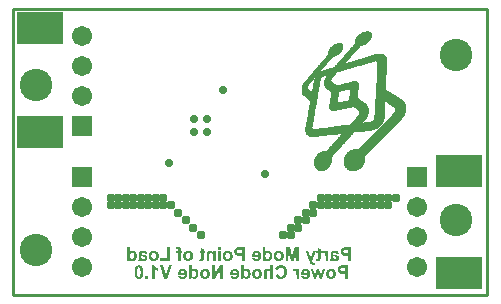
<source format=gbs>
G04 Layer_Color=16711935*
%FSLAX25Y25*%
%MOIN*%
G70*
G01*
G75*
%ADD21C,0.01000*%
%ADD55C,0.10800*%
%ADD56R,0.15800X0.10800*%
%ADD57C,0.06706*%
%ADD58R,0.06706X0.06706*%
%ADD59C,0.03100*%
%ADD60C,0.02800*%
%ADD61C,0.02769*%
%ADD62C,0.00300*%
G36*
X59514Y9915D02*
X59549Y9846D01*
X59588Y9776D01*
X59631Y9706D01*
X59674Y9644D01*
X59720Y9586D01*
X59767Y9531D01*
X59809Y9481D01*
X59852Y9434D01*
X59895Y9396D01*
X59930Y9361D01*
X59961Y9330D01*
X59988Y9306D01*
X60011Y9291D01*
X60023Y9279D01*
X60027Y9275D01*
X60100Y9221D01*
X60170Y9171D01*
X60240Y9124D01*
X60306Y9081D01*
X60368Y9042D01*
X60430Y9008D01*
X60484Y8980D01*
X60535Y8953D01*
X60585Y8930D01*
X60624Y8911D01*
X60663Y8895D01*
X60694Y8883D01*
X60717Y8872D01*
X60737Y8864D01*
X60748Y8860D01*
X60752D01*
Y8080D01*
X60636Y8123D01*
X60523Y8169D01*
X60415Y8216D01*
X60310Y8270D01*
X60213Y8325D01*
X60120Y8379D01*
X60038Y8429D01*
X59957Y8484D01*
X59887Y8534D01*
X59825Y8577D01*
X59771Y8619D01*
X59728Y8658D01*
X59689Y8686D01*
X59666Y8709D01*
X59646Y8724D01*
X59642Y8728D01*
Y5500D01*
X58785D01*
Y9993D01*
X59483D01*
X59514Y9915D01*
D02*
G37*
G36*
X99005Y5500D02*
X98148D01*
Y7122D01*
Y7196D01*
X98144Y7265D01*
X98140Y7331D01*
X98136Y7390D01*
X98128Y7444D01*
X98124Y7494D01*
X98116Y7541D01*
X98109Y7584D01*
X98101Y7619D01*
X98093Y7649D01*
X98089Y7677D01*
X98082Y7700D01*
X98078Y7716D01*
X98074Y7731D01*
X98070Y7735D01*
Y7739D01*
X98039Y7812D01*
X98000Y7875D01*
X97957Y7929D01*
X97919Y7975D01*
X97884Y8010D01*
X97853Y8034D01*
X97833Y8049D01*
X97825Y8053D01*
X97760Y8088D01*
X97698Y8115D01*
X97632Y8131D01*
X97573Y8146D01*
X97523Y8154D01*
X97480Y8158D01*
X97445D01*
X97375Y8154D01*
X97317Y8146D01*
X97263Y8131D01*
X97220Y8119D01*
X97181Y8104D01*
X97158Y8088D01*
X97139Y8080D01*
X97135Y8076D01*
X97092Y8045D01*
X97053Y8006D01*
X97026Y7972D01*
X96999Y7937D01*
X96984Y7906D01*
X96968Y7878D01*
X96964Y7863D01*
X96960Y7855D01*
X96952Y7824D01*
X96945Y7789D01*
X96937Y7746D01*
X96929Y7696D01*
X96921Y7591D01*
X96918Y7483D01*
X96914Y7428D01*
Y7378D01*
X96910Y7331D01*
Y7293D01*
Y7258D01*
Y7234D01*
Y7219D01*
Y7211D01*
Y5500D01*
X96052D01*
Y7397D01*
Y7479D01*
Y7553D01*
X96056Y7619D01*
X96060Y7684D01*
X96064Y7743D01*
X96068Y7793D01*
X96072Y7840D01*
X96076Y7882D01*
X96079Y7921D01*
X96083Y7952D01*
X96087Y7979D01*
X96091Y8003D01*
X96095Y8018D01*
Y8034D01*
X96099Y8038D01*
Y8041D01*
X96118Y8119D01*
X96142Y8189D01*
X96169Y8255D01*
X96200Y8309D01*
X96223Y8356D01*
X96246Y8391D01*
X96262Y8414D01*
X96266Y8422D01*
X96316Y8484D01*
X96371Y8538D01*
X96433Y8585D01*
X96491Y8627D01*
X96541Y8658D01*
X96584Y8682D01*
X96599Y8689D01*
X96611Y8697D01*
X96619Y8701D01*
X96623D01*
X96712Y8740D01*
X96805Y8767D01*
X96894Y8786D01*
X96980Y8798D01*
X97049Y8810D01*
X97081D01*
X97108Y8813D01*
X97158D01*
X97263Y8810D01*
X97364Y8794D01*
X97461Y8767D01*
X97554Y8736D01*
X97643Y8701D01*
X97725Y8658D01*
X97798Y8612D01*
X97868Y8569D01*
X97930Y8523D01*
X97985Y8476D01*
X98035Y8433D01*
X98074Y8398D01*
X98105Y8367D01*
X98128Y8340D01*
X98144Y8325D01*
X98148Y8321D01*
Y9974D01*
X99005D01*
Y5500D01*
D02*
G37*
G36*
X51350Y14360D02*
X51427Y14441D01*
X51505Y14511D01*
X51587Y14569D01*
X51664Y14623D01*
X51746Y14666D01*
X51823Y14701D01*
X51901Y14732D01*
X51971Y14755D01*
X52037Y14775D01*
X52099Y14790D01*
X52153Y14798D01*
X52200Y14806D01*
X52238Y14810D01*
X52269Y14814D01*
X52293D01*
X52401Y14810D01*
X52506Y14794D01*
X52603Y14775D01*
X52696Y14748D01*
X52782Y14713D01*
X52863Y14678D01*
X52937Y14639D01*
X53007Y14600D01*
X53065Y14557D01*
X53119Y14519D01*
X53166Y14484D01*
X53205Y14449D01*
X53236Y14422D01*
X53255Y14402D01*
X53270Y14387D01*
X53274Y14383D01*
X53340Y14298D01*
X53402Y14208D01*
X53453Y14107D01*
X53496Y14006D01*
X53534Y13902D01*
X53565Y13797D01*
X53589Y13696D01*
X53612Y13595D01*
X53627Y13502D01*
X53639Y13413D01*
X53647Y13335D01*
X53651Y13265D01*
X53655Y13207D01*
X53658Y13184D01*
Y13164D01*
Y13149D01*
Y13137D01*
Y13134D01*
Y13130D01*
X53655Y12982D01*
X53643Y12846D01*
X53623Y12714D01*
X53596Y12594D01*
X53565Y12482D01*
X53534Y12381D01*
X53496Y12288D01*
X53461Y12202D01*
X53422Y12129D01*
X53387Y12063D01*
X53356Y12004D01*
X53325Y11958D01*
X53298Y11923D01*
X53278Y11896D01*
X53267Y11880D01*
X53263Y11876D01*
X53185Y11799D01*
X53108Y11729D01*
X53026Y11667D01*
X52944Y11616D01*
X52863Y11574D01*
X52785Y11535D01*
X52708Y11508D01*
X52634Y11485D01*
X52564Y11465D01*
X52502Y11450D01*
X52448Y11442D01*
X52397Y11434D01*
X52359Y11430D01*
X52328Y11426D01*
X52304D01*
X52203Y11434D01*
X52103Y11450D01*
X52009Y11469D01*
X51928Y11496D01*
X51893Y11508D01*
X51862Y11519D01*
X51831Y11531D01*
X51808Y11543D01*
X51788Y11550D01*
X51773Y11558D01*
X51765Y11562D01*
X51761D01*
X51664Y11620D01*
X51571Y11682D01*
X51493Y11752D01*
X51424Y11818D01*
X51365Y11880D01*
X51342Y11903D01*
X51323Y11927D01*
X51307Y11946D01*
X51296Y11962D01*
X51292Y11970D01*
X51288Y11973D01*
Y11500D01*
X50492D01*
Y15974D01*
X51350D01*
Y14360D01*
D02*
G37*
G36*
X115417Y5500D02*
X114583D01*
X114036Y7584D01*
X113477Y5500D01*
X112655D01*
X111611Y8744D01*
X112457D01*
X113078Y6617D01*
X113617Y8744D01*
X114444D01*
X115002Y6617D01*
X115611Y8744D01*
X116442D01*
X115417Y5500D01*
D02*
G37*
G36*
X63817D02*
X62847D01*
X61249Y9974D01*
X62211D01*
X63305Y6664D01*
X64438Y9974D01*
X65416D01*
X63817Y5500D01*
D02*
G37*
G36*
X82313D02*
X81475D01*
Y8422D01*
X79675Y5500D01*
X78767D01*
Y9974D01*
X79605D01*
Y6982D01*
X81436Y9974D01*
X82313D01*
Y5500D01*
D02*
G37*
G36*
X96494Y14360D02*
X96571Y14441D01*
X96649Y14511D01*
X96730Y14569D01*
X96808Y14623D01*
X96889Y14666D01*
X96967Y14701D01*
X97045Y14732D01*
X97114Y14755D01*
X97180Y14775D01*
X97242Y14790D01*
X97297Y14798D01*
X97343Y14806D01*
X97382Y14810D01*
X97413Y14814D01*
X97436D01*
X97545Y14810D01*
X97650Y14794D01*
X97747Y14775D01*
X97840Y14748D01*
X97925Y14713D01*
X98007Y14678D01*
X98081Y14639D01*
X98150Y14600D01*
X98209Y14557D01*
X98263Y14519D01*
X98309Y14484D01*
X98348Y14449D01*
X98379Y14422D01*
X98399Y14402D01*
X98414Y14387D01*
X98418Y14383D01*
X98484Y14298D01*
X98546Y14208D01*
X98597Y14107D01*
X98639Y14006D01*
X98678Y13902D01*
X98709Y13797D01*
X98732Y13696D01*
X98756Y13595D01*
X98771Y13502D01*
X98783Y13413D01*
X98791Y13335D01*
X98795Y13265D01*
X98798Y13207D01*
X98802Y13184D01*
Y13164D01*
Y13149D01*
Y13137D01*
Y13134D01*
Y13130D01*
X98798Y12982D01*
X98787Y12846D01*
X98767Y12714D01*
X98740Y12594D01*
X98709Y12482D01*
X98678Y12381D01*
X98639Y12288D01*
X98604Y12202D01*
X98566Y12129D01*
X98531Y12063D01*
X98500Y12004D01*
X98469Y11958D01*
X98441Y11923D01*
X98422Y11896D01*
X98410Y11880D01*
X98406Y11876D01*
X98329Y11799D01*
X98251Y11729D01*
X98170Y11667D01*
X98088Y11616D01*
X98007Y11574D01*
X97929Y11535D01*
X97852Y11508D01*
X97778Y11485D01*
X97708Y11465D01*
X97646Y11450D01*
X97592Y11442D01*
X97541Y11434D01*
X97502Y11430D01*
X97471Y11426D01*
X97448D01*
X97347Y11434D01*
X97246Y11450D01*
X97153Y11469D01*
X97072Y11496D01*
X97037Y11508D01*
X97006Y11519D01*
X96975Y11531D01*
X96952Y11543D01*
X96932Y11550D01*
X96917Y11558D01*
X96909Y11562D01*
X96905D01*
X96808Y11620D01*
X96715Y11682D01*
X96637Y11752D01*
X96567Y11818D01*
X96509Y11880D01*
X96486Y11903D01*
X96466Y11927D01*
X96451Y11946D01*
X96439Y11962D01*
X96435Y11970D01*
X96432Y11973D01*
Y11500D01*
X95636D01*
Y15974D01*
X96494D01*
Y14360D01*
D02*
G37*
G36*
X101045Y14810D02*
X101130Y14806D01*
X101293Y14779D01*
X101367Y14763D01*
X101441Y14748D01*
X101507Y14728D01*
X101569Y14709D01*
X101623Y14685D01*
X101673Y14666D01*
X101716Y14651D01*
X101751Y14635D01*
X101782Y14619D01*
X101802Y14608D01*
X101817Y14604D01*
X101821Y14600D01*
X101891Y14557D01*
X101957Y14515D01*
X102019Y14464D01*
X102077Y14418D01*
X102127Y14367D01*
X102178Y14317D01*
X102220Y14266D01*
X102263Y14216D01*
X102298Y14169D01*
X102329Y14127D01*
X102352Y14092D01*
X102376Y14057D01*
X102391Y14030D01*
X102403Y14010D01*
X102411Y13995D01*
X102415Y13991D01*
X102449Y13917D01*
X102484Y13840D01*
X102512Y13766D01*
X102535Y13692D01*
X102574Y13553D01*
X102585Y13490D01*
X102597Y13428D01*
X102605Y13370D01*
X102612Y13320D01*
X102616Y13277D01*
X102620Y13238D01*
X102624Y13207D01*
Y13184D01*
Y13168D01*
Y13164D01*
X102620Y13064D01*
X102616Y12963D01*
X102605Y12870D01*
X102593Y12780D01*
X102574Y12695D01*
X102558Y12617D01*
X102539Y12548D01*
X102519Y12482D01*
X102500Y12420D01*
X102480Y12369D01*
X102461Y12323D01*
X102446Y12284D01*
X102434Y12253D01*
X102422Y12233D01*
X102418Y12218D01*
X102415Y12214D01*
X102372Y12144D01*
X102329Y12078D01*
X102279Y12016D01*
X102228Y11958D01*
X102178Y11903D01*
X102127Y11857D01*
X102077Y11814D01*
X102030Y11776D01*
X101984Y11741D01*
X101941Y11710D01*
X101902Y11682D01*
X101867Y11663D01*
X101840Y11644D01*
X101821Y11632D01*
X101805Y11628D01*
X101802Y11624D01*
X101724Y11589D01*
X101650Y11558D01*
X101573Y11531D01*
X101499Y11512D01*
X101355Y11473D01*
X101289Y11461D01*
X101223Y11450D01*
X101165Y11442D01*
X101115Y11438D01*
X101068Y11434D01*
X101029Y11430D01*
X100994Y11426D01*
X100952D01*
X100820Y11430D01*
X100692Y11446D01*
X100572Y11469D01*
X100459Y11500D01*
X100354Y11539D01*
X100257Y11578D01*
X100164Y11620D01*
X100083Y11667D01*
X100009Y11713D01*
X99943Y11756D01*
X99889Y11795D01*
X99842Y11834D01*
X99803Y11865D01*
X99780Y11888D01*
X99761Y11903D01*
X99757Y11907D01*
X99671Y12000D01*
X99598Y12098D01*
X99536Y12198D01*
X99481Y12303D01*
X99435Y12404D01*
X99396Y12505D01*
X99365Y12606D01*
X99338Y12699D01*
X99318Y12788D01*
X99303Y12870D01*
X99295Y12939D01*
X99287Y13005D01*
X99283Y13056D01*
X99279Y13095D01*
Y13106D01*
Y13118D01*
Y13122D01*
Y13126D01*
X99283Y13262D01*
X99299Y13386D01*
X99322Y13510D01*
X99353Y13622D01*
X99388Y13727D01*
X99431Y13828D01*
X99474Y13921D01*
X99516Y14003D01*
X99559Y14076D01*
X99602Y14142D01*
X99644Y14200D01*
X99679Y14247D01*
X99710Y14282D01*
X99733Y14309D01*
X99749Y14329D01*
X99753Y14332D01*
X99842Y14418D01*
X99939Y14491D01*
X100040Y14557D01*
X100137Y14612D01*
X100238Y14658D01*
X100339Y14697D01*
X100436Y14728D01*
X100529Y14755D01*
X100618Y14775D01*
X100700Y14786D01*
X100769Y14798D01*
X100835Y14806D01*
X100886Y14810D01*
X100925Y14814D01*
X100956D01*
X101045Y14810D01*
D02*
G37*
G36*
X64546Y11500D02*
X61399D01*
Y12257D01*
X63642D01*
Y15939D01*
X64546D01*
Y11500D01*
D02*
G37*
G36*
X59378Y14810D02*
X59463Y14806D01*
X59626Y14779D01*
X59700Y14763D01*
X59773Y14748D01*
X59839Y14728D01*
X59901Y14709D01*
X59956Y14685D01*
X60006Y14666D01*
X60049Y14651D01*
X60084Y14635D01*
X60115Y14619D01*
X60134Y14608D01*
X60150Y14604D01*
X60154Y14600D01*
X60223Y14557D01*
X60289Y14515D01*
X60351Y14464D01*
X60410Y14418D01*
X60460Y14367D01*
X60510Y14317D01*
X60553Y14266D01*
X60596Y14216D01*
X60631Y14169D01*
X60662Y14127D01*
X60685Y14092D01*
X60708Y14057D01*
X60724Y14030D01*
X60736Y14010D01*
X60743Y13995D01*
X60747Y13991D01*
X60782Y13917D01*
X60817Y13840D01*
X60844Y13766D01*
X60868Y13692D01*
X60906Y13553D01*
X60918Y13490D01*
X60930Y13428D01*
X60937Y13370D01*
X60945Y13320D01*
X60949Y13277D01*
X60953Y13238D01*
X60957Y13207D01*
Y13184D01*
Y13168D01*
Y13164D01*
X60953Y13064D01*
X60949Y12963D01*
X60937Y12870D01*
X60926Y12780D01*
X60906Y12695D01*
X60891Y12617D01*
X60871Y12548D01*
X60852Y12482D01*
X60833Y12420D01*
X60813Y12369D01*
X60794Y12323D01*
X60778Y12284D01*
X60767Y12253D01*
X60755Y12233D01*
X60751Y12218D01*
X60747Y12214D01*
X60704Y12144D01*
X60662Y12078D01*
X60611Y12016D01*
X60561Y11958D01*
X60510Y11903D01*
X60460Y11857D01*
X60410Y11814D01*
X60363Y11776D01*
X60316Y11741D01*
X60274Y11710D01*
X60235Y11682D01*
X60200Y11663D01*
X60173Y11644D01*
X60154Y11632D01*
X60138Y11628D01*
X60134Y11624D01*
X60057Y11589D01*
X59983Y11558D01*
X59905Y11531D01*
X59832Y11512D01*
X59688Y11473D01*
X59622Y11461D01*
X59556Y11450D01*
X59498Y11442D01*
X59447Y11438D01*
X59401Y11434D01*
X59362Y11430D01*
X59327Y11426D01*
X59284D01*
X59153Y11430D01*
X59025Y11446D01*
X58904Y11469D01*
X58792Y11500D01*
X58687Y11539D01*
X58590Y11578D01*
X58497Y11620D01*
X58415Y11667D01*
X58342Y11713D01*
X58276Y11756D01*
X58221Y11795D01*
X58175Y11834D01*
X58136Y11865D01*
X58113Y11888D01*
X58093Y11903D01*
X58089Y11907D01*
X58004Y12000D01*
X57930Y12098D01*
X57868Y12198D01*
X57814Y12303D01*
X57767Y12404D01*
X57729Y12505D01*
X57697Y12606D01*
X57670Y12699D01*
X57651Y12788D01*
X57635Y12870D01*
X57628Y12939D01*
X57620Y13005D01*
X57616Y13056D01*
X57612Y13095D01*
Y13106D01*
Y13118D01*
Y13122D01*
Y13126D01*
X57616Y13262D01*
X57632Y13386D01*
X57655Y13510D01*
X57686Y13622D01*
X57721Y13727D01*
X57763Y13828D01*
X57806Y13921D01*
X57849Y14003D01*
X57891Y14076D01*
X57934Y14142D01*
X57977Y14200D01*
X58012Y14247D01*
X58043Y14282D01*
X58066Y14309D01*
X58082Y14329D01*
X58086Y14332D01*
X58175Y14418D01*
X58272Y14491D01*
X58373Y14557D01*
X58470Y14612D01*
X58570Y14658D01*
X58671Y14697D01*
X58768Y14728D01*
X58862Y14755D01*
X58951Y14775D01*
X59032Y14786D01*
X59102Y14798D01*
X59168Y14806D01*
X59219Y14810D01*
X59257Y14814D01*
X59288D01*
X59378Y14810D01*
D02*
G37*
G36*
X70831D02*
X70917Y14806D01*
X71080Y14779D01*
X71153Y14763D01*
X71227Y14748D01*
X71293Y14728D01*
X71355Y14709D01*
X71409Y14685D01*
X71460Y14666D01*
X71503Y14651D01*
X71538Y14635D01*
X71569Y14619D01*
X71588Y14608D01*
X71603Y14604D01*
X71607Y14600D01*
X71677Y14557D01*
X71743Y14515D01*
X71805Y14464D01*
X71863Y14418D01*
X71914Y14367D01*
X71964Y14317D01*
X72007Y14266D01*
X72050Y14216D01*
X72085Y14169D01*
X72116Y14127D01*
X72139Y14092D01*
X72162Y14057D01*
X72178Y14030D01*
X72189Y14010D01*
X72197Y13995D01*
X72201Y13991D01*
X72236Y13917D01*
X72271Y13840D01*
X72298Y13766D01*
X72321Y13692D01*
X72360Y13553D01*
X72372Y13490D01*
X72383Y13428D01*
X72391Y13370D01*
X72399Y13320D01*
X72403Y13277D01*
X72407Y13238D01*
X72411Y13207D01*
Y13184D01*
Y13168D01*
Y13164D01*
X72407Y13064D01*
X72403Y12963D01*
X72391Y12870D01*
X72379Y12780D01*
X72360Y12695D01*
X72344Y12617D01*
X72325Y12548D01*
X72306Y12482D01*
X72286Y12420D01*
X72267Y12369D01*
X72247Y12323D01*
X72232Y12284D01*
X72220Y12253D01*
X72209Y12233D01*
X72205Y12218D01*
X72201Y12214D01*
X72158Y12144D01*
X72116Y12078D01*
X72065Y12016D01*
X72015Y11958D01*
X71964Y11903D01*
X71914Y11857D01*
X71863Y11814D01*
X71817Y11776D01*
X71770Y11741D01*
X71728Y11710D01*
X71689Y11682D01*
X71654Y11663D01*
X71627Y11644D01*
X71607Y11632D01*
X71592Y11628D01*
X71588Y11624D01*
X71510Y11589D01*
X71437Y11558D01*
X71359Y11531D01*
X71285Y11512D01*
X71142Y11473D01*
X71076Y11461D01*
X71010Y11450D01*
X70952Y11442D01*
X70901Y11438D01*
X70855Y11434D01*
X70816Y11430D01*
X70781Y11426D01*
X70738D01*
X70606Y11430D01*
X70478Y11446D01*
X70358Y11469D01*
X70245Y11500D01*
X70141Y11539D01*
X70044Y11578D01*
X69951Y11620D01*
X69869Y11667D01*
X69795Y11713D01*
X69729Y11756D01*
X69675Y11795D01*
X69629Y11834D01*
X69590Y11865D01*
X69566Y11888D01*
X69547Y11903D01*
X69543Y11907D01*
X69458Y12000D01*
X69384Y12098D01*
X69322Y12198D01*
X69268Y12303D01*
X69221Y12404D01*
X69182Y12505D01*
X69151Y12606D01*
X69124Y12699D01*
X69105Y12788D01*
X69089Y12870D01*
X69081Y12939D01*
X69074Y13005D01*
X69070Y13056D01*
X69066Y13095D01*
Y13106D01*
Y13118D01*
Y13122D01*
Y13126D01*
X69070Y13262D01*
X69085Y13386D01*
X69109Y13510D01*
X69140Y13622D01*
X69175Y13727D01*
X69217Y13828D01*
X69260Y13921D01*
X69303Y14003D01*
X69345Y14076D01*
X69388Y14142D01*
X69431Y14200D01*
X69466Y14247D01*
X69497Y14282D01*
X69520Y14309D01*
X69535Y14329D01*
X69539Y14332D01*
X69629Y14418D01*
X69726Y14491D01*
X69826Y14557D01*
X69923Y14612D01*
X70024Y14658D01*
X70125Y14697D01*
X70222Y14728D01*
X70315Y14755D01*
X70404Y14775D01*
X70486Y14786D01*
X70556Y14798D01*
X70622Y14806D01*
X70672Y14810D01*
X70711Y14814D01*
X70742D01*
X70831Y14810D01*
D02*
G37*
G36*
X84023D02*
X84109Y14806D01*
X84272Y14779D01*
X84345Y14763D01*
X84419Y14748D01*
X84485Y14728D01*
X84547Y14709D01*
X84601Y14685D01*
X84652Y14666D01*
X84695Y14651D01*
X84729Y14635D01*
X84760Y14619D01*
X84780Y14608D01*
X84795Y14604D01*
X84799Y14600D01*
X84869Y14557D01*
X84935Y14515D01*
X84997Y14464D01*
X85055Y14418D01*
X85106Y14367D01*
X85156Y14317D01*
X85199Y14266D01*
X85242Y14216D01*
X85277Y14169D01*
X85308Y14127D01*
X85331Y14092D01*
X85354Y14057D01*
X85370Y14030D01*
X85381Y14010D01*
X85389Y13995D01*
X85393Y13991D01*
X85428Y13917D01*
X85463Y13840D01*
X85490Y13766D01*
X85513Y13692D01*
X85552Y13553D01*
X85564Y13490D01*
X85575Y13428D01*
X85583Y13370D01*
X85591Y13320D01*
X85595Y13277D01*
X85599Y13238D01*
X85602Y13207D01*
Y13184D01*
Y13168D01*
Y13164D01*
X85599Y13064D01*
X85595Y12963D01*
X85583Y12870D01*
X85571Y12780D01*
X85552Y12695D01*
X85536Y12617D01*
X85517Y12548D01*
X85498Y12482D01*
X85478Y12420D01*
X85459Y12369D01*
X85439Y12323D01*
X85424Y12284D01*
X85412Y12253D01*
X85401Y12233D01*
X85397Y12218D01*
X85393Y12214D01*
X85350Y12144D01*
X85308Y12078D01*
X85257Y12016D01*
X85207Y11958D01*
X85156Y11903D01*
X85106Y11857D01*
X85055Y11814D01*
X85009Y11776D01*
X84962Y11741D01*
X84920Y11710D01*
X84881Y11682D01*
X84846Y11663D01*
X84819Y11644D01*
X84799Y11632D01*
X84784Y11628D01*
X84780Y11624D01*
X84702Y11589D01*
X84629Y11558D01*
X84551Y11531D01*
X84477Y11512D01*
X84334Y11473D01*
X84268Y11461D01*
X84202Y11450D01*
X84144Y11442D01*
X84093Y11438D01*
X84047Y11434D01*
X84008Y11430D01*
X83973Y11426D01*
X83930D01*
X83798Y11430D01*
X83670Y11446D01*
X83550Y11469D01*
X83437Y11500D01*
X83333Y11539D01*
X83236Y11578D01*
X83143Y11620D01*
X83061Y11667D01*
X82987Y11713D01*
X82921Y11756D01*
X82867Y11795D01*
X82820Y11834D01*
X82782Y11865D01*
X82758Y11888D01*
X82739Y11903D01*
X82735Y11907D01*
X82650Y12000D01*
X82576Y12098D01*
X82514Y12198D01*
X82460Y12303D01*
X82413Y12404D01*
X82374Y12505D01*
X82343Y12606D01*
X82316Y12699D01*
X82297Y12788D01*
X82281Y12870D01*
X82273Y12939D01*
X82266Y13005D01*
X82262Y13056D01*
X82258Y13095D01*
Y13106D01*
Y13118D01*
Y13122D01*
Y13126D01*
X82262Y13262D01*
X82277Y13386D01*
X82301Y13510D01*
X82332Y13622D01*
X82367Y13727D01*
X82409Y13828D01*
X82452Y13921D01*
X82495Y14003D01*
X82537Y14076D01*
X82580Y14142D01*
X82623Y14200D01*
X82658Y14247D01*
X82689Y14282D01*
X82712Y14309D01*
X82727Y14329D01*
X82731Y14332D01*
X82820Y14418D01*
X82917Y14491D01*
X83018Y14557D01*
X83115Y14612D01*
X83216Y14658D01*
X83317Y14697D01*
X83414Y14728D01*
X83507Y14755D01*
X83596Y14775D01*
X83678Y14786D01*
X83748Y14798D01*
X83814Y14806D01*
X83864Y14810D01*
X83903Y14814D01*
X83934D01*
X84023Y14810D01*
D02*
G37*
G36*
X101744Y10044D02*
X101907Y10024D01*
X102062Y9993D01*
X102206Y9954D01*
X102342Y9908D01*
X102466Y9853D01*
X102582Y9799D01*
X102683Y9741D01*
X102776Y9683D01*
X102858Y9628D01*
X102928Y9574D01*
X102986Y9527D01*
X103033Y9489D01*
X103063Y9458D01*
X103083Y9438D01*
X103091Y9430D01*
X103192Y9310D01*
X103281Y9178D01*
X103358Y9042D01*
X103424Y8899D01*
X103479Y8755D01*
X103525Y8612D01*
X103564Y8468D01*
X103591Y8332D01*
X103618Y8201D01*
X103634Y8084D01*
X103646Y7975D01*
X103653Y7925D01*
X103657Y7882D01*
Y7840D01*
X103661Y7805D01*
Y7774D01*
X103665Y7746D01*
Y7723D01*
Y7708D01*
Y7700D01*
Y7696D01*
X103657Y7502D01*
X103642Y7320D01*
X103611Y7149D01*
X103576Y6990D01*
X103533Y6839D01*
X103483Y6703D01*
X103432Y6579D01*
X103378Y6466D01*
X103327Y6365D01*
X103273Y6276D01*
X103226Y6202D01*
X103184Y6140D01*
X103149Y6090D01*
X103118Y6055D01*
X103102Y6035D01*
X103095Y6028D01*
X102982Y5923D01*
X102866Y5830D01*
X102745Y5748D01*
X102621Y5678D01*
X102501Y5620D01*
X102377Y5570D01*
X102260Y5531D01*
X102144Y5500D01*
X102039Y5473D01*
X101942Y5453D01*
X101853Y5442D01*
X101775Y5430D01*
X101744D01*
X101713Y5426D01*
X101690D01*
X101667Y5422D01*
X101628D01*
X101496Y5426D01*
X101372Y5438D01*
X101252Y5453D01*
X101139Y5477D01*
X101034Y5504D01*
X100937Y5535D01*
X100848Y5566D01*
X100767Y5601D01*
X100693Y5632D01*
X100627Y5663D01*
X100573Y5694D01*
X100526Y5721D01*
X100487Y5744D01*
X100464Y5760D01*
X100444Y5772D01*
X100441Y5776D01*
X100355Y5845D01*
X100278Y5927D01*
X100204Y6008D01*
X100138Y6098D01*
X100076Y6187D01*
X100022Y6276D01*
X99971Y6369D01*
X99928Y6454D01*
X99890Y6536D01*
X99859Y6614D01*
X99831Y6683D01*
X99808Y6746D01*
X99793Y6796D01*
X99777Y6835D01*
X99773Y6846D01*
Y6858D01*
X99769Y6862D01*
Y6866D01*
X100646Y7145D01*
X100670Y7056D01*
X100697Y6974D01*
X100724Y6897D01*
X100755Y6823D01*
X100786Y6761D01*
X100817Y6699D01*
X100848Y6649D01*
X100879Y6598D01*
X100906Y6559D01*
X100933Y6520D01*
X100961Y6493D01*
X100980Y6466D01*
X100999Y6447D01*
X101011Y6435D01*
X101019Y6427D01*
X101023Y6423D01*
X101073Y6385D01*
X101123Y6350D01*
X101174Y6319D01*
X101228Y6291D01*
X101279Y6268D01*
X101329Y6249D01*
X101426Y6222D01*
X101473Y6214D01*
X101512Y6206D01*
X101546Y6202D01*
X101577Y6198D01*
X101605Y6194D01*
X101640D01*
X101729Y6198D01*
X101814Y6210D01*
X101892Y6229D01*
X101969Y6249D01*
X102039Y6276D01*
X102101Y6307D01*
X102163Y6338D01*
X102218Y6373D01*
X102264Y6408D01*
X102307Y6439D01*
X102346Y6470D01*
X102377Y6497D01*
X102400Y6520D01*
X102416Y6536D01*
X102427Y6548D01*
X102431Y6551D01*
X102485Y6625D01*
X102532Y6707D01*
X102571Y6796D01*
X102606Y6893D01*
X102637Y6994D01*
X102660Y7095D01*
X102679Y7196D01*
X102695Y7293D01*
X102707Y7386D01*
X102718Y7475D01*
X102726Y7553D01*
X102730Y7622D01*
Y7681D01*
X102734Y7704D01*
Y7723D01*
Y7743D01*
Y7754D01*
Y7758D01*
Y7762D01*
X102730Y7906D01*
X102722Y8041D01*
X102707Y8166D01*
X102687Y8282D01*
X102664Y8383D01*
X102637Y8480D01*
X102610Y8565D01*
X102578Y8639D01*
X102551Y8705D01*
X102524Y8763D01*
X102497Y8810D01*
X102474Y8848D01*
X102454Y8879D01*
X102439Y8903D01*
X102431Y8914D01*
X102427Y8918D01*
X102365Y8980D01*
X102303Y9039D01*
X102237Y9085D01*
X102171Y9128D01*
X102101Y9163D01*
X102035Y9190D01*
X101969Y9213D01*
X101907Y9233D01*
X101849Y9248D01*
X101795Y9260D01*
X101744Y9268D01*
X101702Y9275D01*
X101667D01*
X101643Y9279D01*
X101620D01*
X101554Y9275D01*
X101488Y9271D01*
X101372Y9248D01*
X101267Y9213D01*
X101221Y9194D01*
X101178Y9178D01*
X101139Y9159D01*
X101104Y9139D01*
X101077Y9120D01*
X101054Y9104D01*
X101034Y9093D01*
X101019Y9081D01*
X101011Y9077D01*
X101007Y9074D01*
X100961Y9035D01*
X100922Y8992D01*
X100848Y8903D01*
X100790Y8813D01*
X100747Y8724D01*
X100712Y8647D01*
X100701Y8612D01*
X100689Y8585D01*
X100681Y8561D01*
X100677Y8542D01*
X100673Y8530D01*
Y8526D01*
X99781Y8740D01*
X99812Y8837D01*
X99847Y8930D01*
X99882Y9015D01*
X99917Y9093D01*
X99956Y9167D01*
X99994Y9236D01*
X100033Y9298D01*
X100068Y9353D01*
X100103Y9399D01*
X100134Y9442D01*
X100165Y9481D01*
X100188Y9508D01*
X100212Y9531D01*
X100227Y9551D01*
X100235Y9559D01*
X100239Y9562D01*
X100340Y9648D01*
X100444Y9725D01*
X100553Y9787D01*
X100666Y9846D01*
X100778Y9892D01*
X100887Y9931D01*
X100996Y9966D01*
X101100Y9989D01*
X101197Y10009D01*
X101286Y10024D01*
X101368Y10036D01*
X101438Y10044D01*
X101496Y10047D01*
X101519Y10051D01*
X101574D01*
X101744Y10044D01*
D02*
G37*
G36*
X89247Y8360D02*
X89324Y8441D01*
X89402Y8511D01*
X89483Y8569D01*
X89561Y8623D01*
X89643Y8666D01*
X89720Y8701D01*
X89798Y8732D01*
X89868Y8755D01*
X89934Y8775D01*
X89996Y8790D01*
X90050Y8798D01*
X90097Y8806D01*
X90135Y8810D01*
X90166Y8813D01*
X90190D01*
X90298Y8810D01*
X90403Y8794D01*
X90500Y8775D01*
X90593Y8748D01*
X90679Y8713D01*
X90760Y8678D01*
X90834Y8639D01*
X90904Y8600D01*
X90962Y8557D01*
X91016Y8519D01*
X91063Y8484D01*
X91101Y8449D01*
X91132Y8422D01*
X91152Y8402D01*
X91167Y8387D01*
X91171Y8383D01*
X91237Y8298D01*
X91299Y8208D01*
X91350Y8107D01*
X91392Y8006D01*
X91431Y7902D01*
X91462Y7797D01*
X91486Y7696D01*
X91509Y7595D01*
X91524Y7502D01*
X91536Y7413D01*
X91544Y7335D01*
X91548Y7265D01*
X91552Y7207D01*
X91555Y7184D01*
Y7164D01*
Y7149D01*
Y7137D01*
Y7134D01*
Y7130D01*
X91552Y6982D01*
X91540Y6846D01*
X91521Y6714D01*
X91493Y6594D01*
X91462Y6482D01*
X91431Y6381D01*
X91392Y6288D01*
X91358Y6202D01*
X91319Y6129D01*
X91284Y6063D01*
X91253Y6004D01*
X91222Y5958D01*
X91195Y5923D01*
X91175Y5896D01*
X91164Y5880D01*
X91160Y5876D01*
X91082Y5799D01*
X91005Y5729D01*
X90923Y5667D01*
X90842Y5616D01*
X90760Y5574D01*
X90682Y5535D01*
X90605Y5508D01*
X90531Y5485D01*
X90461Y5465D01*
X90399Y5450D01*
X90345Y5442D01*
X90294Y5434D01*
X90256Y5430D01*
X90225Y5426D01*
X90201D01*
X90100Y5434D01*
X90000Y5450D01*
X89906Y5469D01*
X89825Y5496D01*
X89790Y5508D01*
X89759Y5519D01*
X89728Y5531D01*
X89705Y5543D01*
X89685Y5550D01*
X89670Y5558D01*
X89662Y5562D01*
X89658D01*
X89561Y5620D01*
X89468Y5682D01*
X89390Y5752D01*
X89321Y5818D01*
X89262Y5880D01*
X89239Y5903D01*
X89220Y5927D01*
X89204Y5946D01*
X89192Y5962D01*
X89189Y5970D01*
X89185Y5973D01*
Y5500D01*
X88389D01*
Y9974D01*
X89247D01*
Y8360D01*
D02*
G37*
G36*
X93798Y8810D02*
X93883Y8806D01*
X94046Y8779D01*
X94120Y8763D01*
X94194Y8748D01*
X94260Y8728D01*
X94322Y8709D01*
X94376Y8686D01*
X94427Y8666D01*
X94469Y8651D01*
X94504Y8635D01*
X94535Y8619D01*
X94555Y8608D01*
X94570Y8604D01*
X94574Y8600D01*
X94644Y8557D01*
X94710Y8515D01*
X94772Y8464D01*
X94830Y8418D01*
X94881Y8367D01*
X94931Y8317D01*
X94974Y8266D01*
X95016Y8216D01*
X95051Y8169D01*
X95082Y8127D01*
X95106Y8092D01*
X95129Y8057D01*
X95144Y8030D01*
X95156Y8010D01*
X95164Y7995D01*
X95168Y7991D01*
X95203Y7917D01*
X95238Y7840D01*
X95265Y7766D01*
X95288Y7692D01*
X95327Y7553D01*
X95338Y7490D01*
X95350Y7428D01*
X95358Y7370D01*
X95366Y7320D01*
X95369Y7277D01*
X95373Y7238D01*
X95377Y7207D01*
Y7184D01*
Y7168D01*
Y7164D01*
X95373Y7064D01*
X95369Y6963D01*
X95358Y6870D01*
X95346Y6780D01*
X95327Y6695D01*
X95311Y6617D01*
X95292Y6548D01*
X95272Y6482D01*
X95253Y6420D01*
X95234Y6369D01*
X95214Y6323D01*
X95199Y6284D01*
X95187Y6253D01*
X95175Y6233D01*
X95172Y6218D01*
X95168Y6214D01*
X95125Y6144D01*
X95082Y6078D01*
X95032Y6016D01*
X94981Y5958D01*
X94931Y5903D01*
X94881Y5857D01*
X94830Y5814D01*
X94784Y5776D01*
X94737Y5741D01*
X94694Y5709D01*
X94656Y5682D01*
X94621Y5663D01*
X94594Y5644D01*
X94574Y5632D01*
X94559Y5628D01*
X94555Y5624D01*
X94477Y5589D01*
X94403Y5558D01*
X94326Y5531D01*
X94252Y5512D01*
X94108Y5473D01*
X94042Y5461D01*
X93977Y5450D01*
X93918Y5442D01*
X93868Y5438D01*
X93821Y5434D01*
X93783Y5430D01*
X93748Y5426D01*
X93705D01*
X93573Y5430D01*
X93445Y5446D01*
X93325Y5469D01*
X93212Y5500D01*
X93107Y5539D01*
X93010Y5578D01*
X92917Y5620D01*
X92836Y5667D01*
X92762Y5713D01*
X92696Y5756D01*
X92642Y5795D01*
X92595Y5834D01*
X92557Y5865D01*
X92533Y5888D01*
X92514Y5903D01*
X92510Y5907D01*
X92425Y6001D01*
X92351Y6098D01*
X92289Y6198D01*
X92234Y6303D01*
X92188Y6404D01*
X92149Y6505D01*
X92118Y6606D01*
X92091Y6699D01*
X92071Y6788D01*
X92056Y6870D01*
X92048Y6939D01*
X92040Y7005D01*
X92037Y7056D01*
X92033Y7095D01*
Y7106D01*
Y7118D01*
Y7122D01*
Y7126D01*
X92037Y7261D01*
X92052Y7386D01*
X92075Y7510D01*
X92106Y7622D01*
X92141Y7727D01*
X92184Y7828D01*
X92227Y7921D01*
X92269Y8003D01*
X92312Y8076D01*
X92355Y8142D01*
X92397Y8201D01*
X92432Y8247D01*
X92463Y8282D01*
X92487Y8309D01*
X92502Y8328D01*
X92506Y8332D01*
X92595Y8418D01*
X92692Y8491D01*
X92793Y8557D01*
X92890Y8612D01*
X92991Y8658D01*
X93092Y8697D01*
X93189Y8728D01*
X93282Y8755D01*
X93371Y8775D01*
X93453Y8786D01*
X93523Y8798D01*
X93589Y8806D01*
X93639Y8810D01*
X93678Y8813D01*
X93709D01*
X93798Y8810D01*
D02*
G37*
G36*
X118456D02*
X118541Y8806D01*
X118704Y8779D01*
X118778Y8763D01*
X118851Y8748D01*
X118917Y8728D01*
X118979Y8709D01*
X119034Y8686D01*
X119084Y8666D01*
X119127Y8651D01*
X119162Y8635D01*
X119193Y8619D01*
X119212Y8608D01*
X119228Y8604D01*
X119231Y8600D01*
X119301Y8557D01*
X119367Y8515D01*
X119429Y8464D01*
X119488Y8418D01*
X119538Y8367D01*
X119588Y8317D01*
X119631Y8266D01*
X119674Y8216D01*
X119709Y8169D01*
X119740Y8127D01*
X119763Y8092D01*
X119786Y8057D01*
X119802Y8030D01*
X119814Y8010D01*
X119821Y7995D01*
X119825Y7991D01*
X119860Y7917D01*
X119895Y7840D01*
X119922Y7766D01*
X119945Y7692D01*
X119984Y7553D01*
X119996Y7490D01*
X120008Y7428D01*
X120015Y7370D01*
X120023Y7320D01*
X120027Y7277D01*
X120031Y7238D01*
X120035Y7207D01*
Y7184D01*
Y7168D01*
Y7164D01*
X120031Y7064D01*
X120027Y6963D01*
X120015Y6870D01*
X120004Y6780D01*
X119984Y6695D01*
X119969Y6617D01*
X119949Y6548D01*
X119930Y6482D01*
X119911Y6420D01*
X119891Y6369D01*
X119872Y6323D01*
X119856Y6284D01*
X119844Y6253D01*
X119833Y6233D01*
X119829Y6218D01*
X119825Y6214D01*
X119782Y6144D01*
X119740Y6078D01*
X119689Y6016D01*
X119639Y5958D01*
X119588Y5903D01*
X119538Y5857D01*
X119488Y5814D01*
X119441Y5776D01*
X119394Y5741D01*
X119352Y5709D01*
X119313Y5682D01*
X119278Y5663D01*
X119251Y5644D01*
X119231Y5632D01*
X119216Y5628D01*
X119212Y5624D01*
X119134Y5589D01*
X119061Y5558D01*
X118983Y5531D01*
X118909Y5512D01*
X118766Y5473D01*
X118700Y5461D01*
X118634Y5450D01*
X118576Y5442D01*
X118525Y5438D01*
X118479Y5434D01*
X118440Y5430D01*
X118405Y5426D01*
X118362D01*
X118230Y5430D01*
X118102Y5446D01*
X117982Y5469D01*
X117870Y5500D01*
X117765Y5539D01*
X117668Y5578D01*
X117575Y5620D01*
X117493Y5667D01*
X117420Y5713D01*
X117354Y5756D01*
X117299Y5795D01*
X117253Y5834D01*
X117214Y5865D01*
X117191Y5888D01*
X117171Y5903D01*
X117167Y5907D01*
X117082Y6001D01*
X117008Y6098D01*
X116946Y6198D01*
X116892Y6303D01*
X116845Y6404D01*
X116806Y6505D01*
X116775Y6606D01*
X116748Y6699D01*
X116729Y6788D01*
X116713Y6870D01*
X116706Y6939D01*
X116698Y7005D01*
X116694Y7056D01*
X116690Y7095D01*
Y7106D01*
Y7118D01*
Y7122D01*
Y7126D01*
X116694Y7261D01*
X116709Y7386D01*
X116733Y7510D01*
X116764Y7622D01*
X116799Y7727D01*
X116841Y7828D01*
X116884Y7921D01*
X116927Y8003D01*
X116969Y8076D01*
X117012Y8142D01*
X117055Y8201D01*
X117090Y8247D01*
X117121Y8282D01*
X117144Y8309D01*
X117160Y8328D01*
X117163Y8332D01*
X117253Y8418D01*
X117350Y8491D01*
X117451Y8557D01*
X117548Y8612D01*
X117648Y8658D01*
X117749Y8697D01*
X117846Y8728D01*
X117939Y8755D01*
X118029Y8775D01*
X118110Y8786D01*
X118180Y8798D01*
X118246Y8806D01*
X118296Y8810D01*
X118335Y8813D01*
X118366D01*
X118456Y8810D01*
D02*
G37*
G36*
X54435Y9989D02*
X54544Y9974D01*
X54649Y9950D01*
X54750Y9919D01*
X54839Y9884D01*
X54921Y9846D01*
X54998Y9807D01*
X55064Y9764D01*
X55126Y9718D01*
X55180Y9679D01*
X55223Y9640D01*
X55262Y9605D01*
X55289Y9574D01*
X55312Y9551D01*
X55324Y9535D01*
X55328Y9531D01*
X55367Y9477D01*
X55405Y9419D01*
X55471Y9295D01*
X55530Y9159D01*
X55580Y9011D01*
X55623Y8864D01*
X55658Y8713D01*
X55689Y8561D01*
X55712Y8414D01*
X55731Y8274D01*
X55743Y8142D01*
X55755Y8022D01*
Y7968D01*
X55759Y7917D01*
X55762Y7875D01*
Y7832D01*
X55766Y7797D01*
Y7766D01*
Y7743D01*
Y7727D01*
Y7716D01*
Y7712D01*
Y7591D01*
X55762Y7479D01*
X55755Y7370D01*
X55751Y7265D01*
X55739Y7164D01*
X55727Y7068D01*
X55716Y6978D01*
X55704Y6889D01*
X55689Y6804D01*
X55673Y6726D01*
X55658Y6652D01*
X55638Y6579D01*
X55623Y6513D01*
X55603Y6451D01*
X55584Y6389D01*
X55565Y6334D01*
X55530Y6233D01*
X55495Y6148D01*
X55460Y6078D01*
X55429Y6020D01*
X55402Y5977D01*
X55382Y5946D01*
X55371Y5931D01*
X55367Y5923D01*
X55289Y5834D01*
X55208Y5756D01*
X55122Y5690D01*
X55033Y5632D01*
X54944Y5585D01*
X54858Y5547D01*
X54773Y5512D01*
X54692Y5485D01*
X54614Y5465D01*
X54544Y5450D01*
X54478Y5438D01*
X54424Y5430D01*
X54377Y5426D01*
X54342Y5422D01*
X54315D01*
X54195Y5426D01*
X54086Y5442D01*
X53978Y5465D01*
X53881Y5492D01*
X53791Y5527D01*
X53710Y5566D01*
X53632Y5609D01*
X53562Y5651D01*
X53504Y5694D01*
X53450Y5737D01*
X53407Y5776D01*
X53369Y5810D01*
X53341Y5838D01*
X53318Y5861D01*
X53306Y5876D01*
X53303Y5880D01*
X53264Y5935D01*
X53225Y5993D01*
X53155Y6117D01*
X53097Y6257D01*
X53046Y6400D01*
X53004Y6548D01*
X52969Y6703D01*
X52938Y6854D01*
X52915Y7002D01*
X52899Y7141D01*
X52883Y7273D01*
X52872Y7393D01*
Y7448D01*
X52868Y7498D01*
X52864Y7541D01*
Y7584D01*
X52860Y7619D01*
Y7649D01*
Y7673D01*
Y7688D01*
Y7700D01*
Y7704D01*
Y7820D01*
X52864Y7933D01*
X52872Y8041D01*
X52880Y8146D01*
X52887Y8247D01*
X52899Y8344D01*
X52915Y8437D01*
X52930Y8526D01*
X52946Y8612D01*
X52961Y8689D01*
X52981Y8767D01*
X53000Y8841D01*
X53039Y8973D01*
X53078Y9093D01*
X53120Y9198D01*
X53159Y9287D01*
X53198Y9361D01*
X53229Y9423D01*
X53260Y9469D01*
X53279Y9500D01*
X53295Y9520D01*
X53299Y9527D01*
X53369Y9609D01*
X53446Y9683D01*
X53528Y9745D01*
X53613Y9795D01*
X53694Y9842D01*
X53780Y9881D01*
X53865Y9912D01*
X53943Y9935D01*
X54020Y9954D01*
X54090Y9970D01*
X54152Y9978D01*
X54207Y9985D01*
X54253Y9989D01*
X54288Y9993D01*
X54315D01*
X54435Y9989D01*
D02*
G37*
G36*
X71884Y8360D02*
X71961Y8441D01*
X72039Y8511D01*
X72120Y8569D01*
X72198Y8623D01*
X72280Y8666D01*
X72357Y8701D01*
X72435Y8732D01*
X72505Y8755D01*
X72571Y8775D01*
X72633Y8790D01*
X72687Y8798D01*
X72734Y8806D01*
X72772Y8810D01*
X72803Y8813D01*
X72827D01*
X72935Y8810D01*
X73040Y8794D01*
X73137Y8775D01*
X73230Y8748D01*
X73316Y8713D01*
X73397Y8678D01*
X73471Y8639D01*
X73541Y8600D01*
X73599Y8557D01*
X73653Y8519D01*
X73700Y8484D01*
X73738Y8449D01*
X73769Y8422D01*
X73789Y8402D01*
X73804Y8387D01*
X73808Y8383D01*
X73874Y8298D01*
X73936Y8208D01*
X73987Y8107D01*
X74029Y8006D01*
X74068Y7902D01*
X74099Y7797D01*
X74123Y7696D01*
X74146Y7595D01*
X74161Y7502D01*
X74173Y7413D01*
X74181Y7335D01*
X74185Y7265D01*
X74189Y7207D01*
X74192Y7184D01*
Y7164D01*
Y7149D01*
Y7137D01*
Y7134D01*
Y7130D01*
X74189Y6982D01*
X74177Y6846D01*
X74158Y6714D01*
X74130Y6594D01*
X74099Y6482D01*
X74068Y6381D01*
X74029Y6288D01*
X73995Y6202D01*
X73956Y6129D01*
X73921Y6063D01*
X73890Y6004D01*
X73859Y5958D01*
X73832Y5923D01*
X73812Y5896D01*
X73801Y5880D01*
X73797Y5876D01*
X73719Y5799D01*
X73642Y5729D01*
X73560Y5667D01*
X73479Y5616D01*
X73397Y5574D01*
X73319Y5535D01*
X73242Y5508D01*
X73168Y5485D01*
X73098Y5465D01*
X73036Y5450D01*
X72982Y5442D01*
X72931Y5434D01*
X72893Y5430D01*
X72862Y5426D01*
X72838D01*
X72737Y5434D01*
X72637Y5450D01*
X72543Y5469D01*
X72462Y5496D01*
X72427Y5508D01*
X72396Y5519D01*
X72365Y5531D01*
X72342Y5543D01*
X72322Y5550D01*
X72307Y5558D01*
X72299Y5562D01*
X72295D01*
X72198Y5620D01*
X72105Y5682D01*
X72027Y5752D01*
X71958Y5818D01*
X71899Y5880D01*
X71876Y5903D01*
X71857Y5927D01*
X71841Y5946D01*
X71829Y5962D01*
X71826Y5970D01*
X71822Y5973D01*
Y5500D01*
X71026D01*
Y9974D01*
X71884D01*
Y8360D01*
D02*
G37*
G36*
X76435Y8810D02*
X76520Y8806D01*
X76683Y8779D01*
X76757Y8763D01*
X76831Y8748D01*
X76897Y8728D01*
X76959Y8709D01*
X77013Y8686D01*
X77064Y8666D01*
X77106Y8651D01*
X77141Y8635D01*
X77172Y8619D01*
X77192Y8608D01*
X77207Y8604D01*
X77211Y8600D01*
X77281Y8557D01*
X77347Y8515D01*
X77409Y8464D01*
X77467Y8418D01*
X77518Y8367D01*
X77568Y8317D01*
X77611Y8266D01*
X77653Y8216D01*
X77688Y8169D01*
X77719Y8127D01*
X77743Y8092D01*
X77766Y8057D01*
X77781Y8030D01*
X77793Y8010D01*
X77801Y7995D01*
X77805Y7991D01*
X77840Y7917D01*
X77875Y7840D01*
X77902Y7766D01*
X77925Y7692D01*
X77964Y7553D01*
X77975Y7490D01*
X77987Y7428D01*
X77995Y7370D01*
X78003Y7320D01*
X78007Y7277D01*
X78010Y7238D01*
X78014Y7207D01*
Y7184D01*
Y7168D01*
Y7164D01*
X78010Y7064D01*
X78007Y6963D01*
X77995Y6870D01*
X77983Y6780D01*
X77964Y6695D01*
X77948Y6617D01*
X77929Y6548D01*
X77909Y6482D01*
X77890Y6420D01*
X77871Y6369D01*
X77851Y6323D01*
X77836Y6284D01*
X77824Y6253D01*
X77812Y6233D01*
X77809Y6218D01*
X77805Y6214D01*
X77762Y6144D01*
X77719Y6078D01*
X77669Y6016D01*
X77618Y5958D01*
X77568Y5903D01*
X77518Y5857D01*
X77467Y5814D01*
X77421Y5776D01*
X77374Y5741D01*
X77331Y5709D01*
X77293Y5682D01*
X77258Y5663D01*
X77231Y5644D01*
X77211Y5632D01*
X77196Y5628D01*
X77192Y5624D01*
X77114Y5589D01*
X77040Y5558D01*
X76963Y5531D01*
X76889Y5512D01*
X76745Y5473D01*
X76679Y5461D01*
X76614Y5450D01*
X76555Y5442D01*
X76505Y5438D01*
X76458Y5434D01*
X76420Y5430D01*
X76385Y5426D01*
X76342D01*
X76210Y5430D01*
X76082Y5446D01*
X75962Y5469D01*
X75849Y5500D01*
X75744Y5539D01*
X75647Y5578D01*
X75554Y5620D01*
X75473Y5667D01*
X75399Y5713D01*
X75333Y5756D01*
X75279Y5795D01*
X75232Y5834D01*
X75194Y5865D01*
X75170Y5888D01*
X75151Y5903D01*
X75147Y5907D01*
X75062Y6001D01*
X74988Y6098D01*
X74926Y6198D01*
X74871Y6303D01*
X74825Y6404D01*
X74786Y6505D01*
X74755Y6606D01*
X74728Y6699D01*
X74708Y6788D01*
X74693Y6870D01*
X74685Y6939D01*
X74677Y7005D01*
X74674Y7056D01*
X74670Y7095D01*
Y7106D01*
Y7118D01*
Y7122D01*
Y7126D01*
X74674Y7261D01*
X74689Y7386D01*
X74712Y7510D01*
X74743Y7622D01*
X74778Y7727D01*
X74821Y7828D01*
X74864Y7921D01*
X74906Y8003D01*
X74949Y8076D01*
X74992Y8142D01*
X75034Y8201D01*
X75069Y8247D01*
X75100Y8282D01*
X75124Y8309D01*
X75139Y8328D01*
X75143Y8332D01*
X75232Y8418D01*
X75329Y8491D01*
X75430Y8557D01*
X75527Y8612D01*
X75628Y8658D01*
X75729Y8697D01*
X75826Y8728D01*
X75919Y8755D01*
X76008Y8775D01*
X76090Y8786D01*
X76160Y8798D01*
X76226Y8806D01*
X76276Y8810D01*
X76315Y8813D01*
X76346D01*
X76435Y8810D01*
D02*
G37*
G36*
X69067D02*
X69179Y8794D01*
X69288Y8771D01*
X69385Y8744D01*
X69482Y8709D01*
X69568Y8670D01*
X69649Y8627D01*
X69723Y8585D01*
X69789Y8542D01*
X69847Y8499D01*
X69897Y8460D01*
X69936Y8426D01*
X69971Y8398D01*
X69994Y8375D01*
X70010Y8360D01*
X70014Y8356D01*
X70087Y8266D01*
X70153Y8169D01*
X70208Y8069D01*
X70254Y7964D01*
X70297Y7859D01*
X70332Y7754D01*
X70359Y7653D01*
X70378Y7553D01*
X70398Y7459D01*
X70409Y7374D01*
X70421Y7296D01*
X70425Y7227D01*
X70429Y7172D01*
X70433Y7130D01*
Y7114D01*
Y7102D01*
Y7099D01*
Y7095D01*
X70429Y6971D01*
X70417Y6854D01*
X70402Y6742D01*
X70382Y6637D01*
X70359Y6536D01*
X70332Y6443D01*
X70305Y6361D01*
X70274Y6284D01*
X70243Y6214D01*
X70215Y6152D01*
X70188Y6101D01*
X70165Y6059D01*
X70146Y6024D01*
X70126Y5997D01*
X70118Y5981D01*
X70115Y5977D01*
X70033Y5880D01*
X69944Y5795D01*
X69847Y5721D01*
X69746Y5659D01*
X69645Y5605D01*
X69540Y5562D01*
X69436Y5523D01*
X69339Y5496D01*
X69242Y5473D01*
X69152Y5457D01*
X69075Y5442D01*
X69005Y5434D01*
X68947Y5430D01*
X68923D01*
X68900Y5426D01*
X68865D01*
X68768Y5430D01*
X68675Y5438D01*
X68586Y5450D01*
X68501Y5465D01*
X68423Y5485D01*
X68349Y5504D01*
X68283Y5527D01*
X68221Y5550D01*
X68167Y5570D01*
X68116Y5593D01*
X68074Y5613D01*
X68039Y5632D01*
X68012Y5647D01*
X67992Y5659D01*
X67981Y5667D01*
X67977Y5671D01*
X67911Y5717D01*
X67852Y5772D01*
X67794Y5826D01*
X67744Y5888D01*
X67697Y5946D01*
X67655Y6004D01*
X67616Y6063D01*
X67581Y6121D01*
X67550Y6175D01*
X67523Y6226D01*
X67503Y6272D01*
X67484Y6311D01*
X67472Y6342D01*
X67461Y6369D01*
X67453Y6385D01*
Y6389D01*
X68306Y6532D01*
X68338Y6447D01*
X68369Y6373D01*
X68404Y6311D01*
X68438Y6261D01*
X68469Y6222D01*
X68493Y6194D01*
X68508Y6179D01*
X68516Y6175D01*
X68570Y6140D01*
X68625Y6113D01*
X68683Y6094D01*
X68737Y6082D01*
X68784Y6074D01*
X68819Y6067D01*
X68854D01*
X68908Y6070D01*
X68958Y6074D01*
X69055Y6098D01*
X69141Y6132D01*
X69210Y6171D01*
X69269Y6210D01*
X69292Y6229D01*
X69311Y6245D01*
X69327Y6257D01*
X69339Y6268D01*
X69342Y6272D01*
X69346Y6276D01*
X69381Y6319D01*
X69412Y6361D01*
X69439Y6412D01*
X69463Y6458D01*
X69498Y6559D01*
X69525Y6656D01*
X69533Y6699D01*
X69540Y6742D01*
X69544Y6776D01*
X69548Y6811D01*
Y6839D01*
X69552Y6858D01*
Y6870D01*
Y6874D01*
X67406D01*
Y7052D01*
X67418Y7219D01*
X67437Y7374D01*
X67465Y7518D01*
X67492Y7646D01*
X67527Y7766D01*
X67565Y7875D01*
X67600Y7972D01*
X67639Y8057D01*
X67678Y8131D01*
X67713Y8193D01*
X67744Y8243D01*
X67771Y8282D01*
X67790Y8309D01*
X67806Y8328D01*
X67810Y8332D01*
X67891Y8418D01*
X67977Y8491D01*
X68070Y8557D01*
X68163Y8612D01*
X68260Y8658D01*
X68353Y8697D01*
X68446Y8728D01*
X68535Y8755D01*
X68621Y8775D01*
X68698Y8786D01*
X68768Y8798D01*
X68830Y8806D01*
X68881Y8810D01*
X68919Y8813D01*
X68951D01*
X69067Y8810D01*
D02*
G37*
G36*
X86430D02*
X86542Y8794D01*
X86651Y8771D01*
X86748Y8744D01*
X86845Y8709D01*
X86931Y8670D01*
X87012Y8627D01*
X87086Y8585D01*
X87152Y8542D01*
X87210Y8499D01*
X87260Y8460D01*
X87299Y8426D01*
X87334Y8398D01*
X87357Y8375D01*
X87373Y8360D01*
X87377Y8356D01*
X87450Y8266D01*
X87516Y8169D01*
X87571Y8069D01*
X87617Y7964D01*
X87660Y7859D01*
X87695Y7754D01*
X87722Y7653D01*
X87741Y7553D01*
X87761Y7459D01*
X87772Y7374D01*
X87784Y7296D01*
X87788Y7227D01*
X87792Y7172D01*
X87796Y7130D01*
Y7114D01*
Y7102D01*
Y7099D01*
Y7095D01*
X87792Y6971D01*
X87780Y6854D01*
X87765Y6742D01*
X87745Y6637D01*
X87722Y6536D01*
X87695Y6443D01*
X87668Y6361D01*
X87637Y6284D01*
X87606Y6214D01*
X87578Y6152D01*
X87551Y6101D01*
X87528Y6059D01*
X87509Y6024D01*
X87489Y5997D01*
X87481Y5981D01*
X87478Y5977D01*
X87396Y5880D01*
X87307Y5795D01*
X87210Y5721D01*
X87109Y5659D01*
X87008Y5605D01*
X86903Y5562D01*
X86799Y5523D01*
X86702Y5496D01*
X86605Y5473D01*
X86515Y5457D01*
X86438Y5442D01*
X86368Y5434D01*
X86310Y5430D01*
X86286D01*
X86263Y5426D01*
X86228D01*
X86131Y5430D01*
X86038Y5438D01*
X85949Y5450D01*
X85864Y5465D01*
X85786Y5485D01*
X85712Y5504D01*
X85646Y5527D01*
X85584Y5550D01*
X85530Y5570D01*
X85479Y5593D01*
X85437Y5613D01*
X85402Y5632D01*
X85375Y5647D01*
X85355Y5659D01*
X85344Y5667D01*
X85340Y5671D01*
X85274Y5717D01*
X85216Y5772D01*
X85157Y5826D01*
X85107Y5888D01*
X85060Y5946D01*
X85018Y6004D01*
X84979Y6063D01*
X84944Y6121D01*
X84913Y6175D01*
X84886Y6226D01*
X84866Y6272D01*
X84847Y6311D01*
X84835Y6342D01*
X84824Y6369D01*
X84816Y6385D01*
Y6389D01*
X85669Y6532D01*
X85701Y6447D01*
X85732Y6373D01*
X85767Y6311D01*
X85801Y6261D01*
X85832Y6222D01*
X85856Y6194D01*
X85871Y6179D01*
X85879Y6175D01*
X85933Y6140D01*
X85988Y6113D01*
X86046Y6094D01*
X86100Y6082D01*
X86147Y6074D01*
X86182Y6067D01*
X86217D01*
X86271Y6070D01*
X86321Y6074D01*
X86418Y6098D01*
X86504Y6132D01*
X86573Y6171D01*
X86632Y6210D01*
X86655Y6229D01*
X86674Y6245D01*
X86690Y6257D01*
X86702Y6268D01*
X86705Y6272D01*
X86709Y6276D01*
X86744Y6319D01*
X86775Y6361D01*
X86802Y6412D01*
X86826Y6458D01*
X86861Y6559D01*
X86888Y6656D01*
X86896Y6699D01*
X86903Y6742D01*
X86907Y6776D01*
X86911Y6811D01*
Y6839D01*
X86915Y6858D01*
Y6870D01*
Y6874D01*
X84769D01*
Y7052D01*
X84781Y7219D01*
X84800Y7374D01*
X84828Y7518D01*
X84855Y7646D01*
X84890Y7766D01*
X84928Y7875D01*
X84963Y7972D01*
X85002Y8057D01*
X85041Y8131D01*
X85076Y8193D01*
X85107Y8243D01*
X85134Y8282D01*
X85153Y8309D01*
X85169Y8328D01*
X85173Y8332D01*
X85254Y8418D01*
X85340Y8491D01*
X85433Y8557D01*
X85526Y8612D01*
X85623Y8658D01*
X85716Y8697D01*
X85809Y8728D01*
X85898Y8755D01*
X85984Y8775D01*
X86061Y8786D01*
X86131Y8798D01*
X86193Y8806D01*
X86244Y8810D01*
X86282Y8813D01*
X86314D01*
X86430Y8810D01*
D02*
G37*
G36*
X110044D02*
X110156Y8794D01*
X110265Y8771D01*
X110362Y8744D01*
X110459Y8709D01*
X110544Y8670D01*
X110626Y8627D01*
X110699Y8585D01*
X110765Y8542D01*
X110824Y8499D01*
X110874Y8460D01*
X110913Y8426D01*
X110948Y8398D01*
X110971Y8375D01*
X110986Y8360D01*
X110990Y8356D01*
X111064Y8266D01*
X111130Y8169D01*
X111184Y8069D01*
X111231Y7964D01*
X111274Y7859D01*
X111309Y7754D01*
X111336Y7653D01*
X111355Y7553D01*
X111374Y7459D01*
X111386Y7374D01*
X111398Y7296D01*
X111402Y7227D01*
X111406Y7172D01*
X111409Y7130D01*
Y7114D01*
Y7102D01*
Y7099D01*
Y7095D01*
X111406Y6971D01*
X111394Y6854D01*
X111378Y6742D01*
X111359Y6637D01*
X111336Y6536D01*
X111309Y6443D01*
X111281Y6361D01*
X111250Y6284D01*
X111219Y6214D01*
X111192Y6152D01*
X111165Y6101D01*
X111142Y6059D01*
X111122Y6024D01*
X111103Y5997D01*
X111095Y5981D01*
X111091Y5977D01*
X111010Y5880D01*
X110921Y5795D01*
X110824Y5721D01*
X110723Y5659D01*
X110622Y5605D01*
X110517Y5562D01*
X110412Y5523D01*
X110315Y5496D01*
X110218Y5473D01*
X110129Y5457D01*
X110051Y5442D01*
X109982Y5434D01*
X109923Y5430D01*
X109900D01*
X109877Y5426D01*
X109842D01*
X109745Y5430D01*
X109652Y5438D01*
X109563Y5450D01*
X109477Y5465D01*
X109400Y5485D01*
X109326Y5504D01*
X109260Y5527D01*
X109198Y5550D01*
X109143Y5570D01*
X109093Y5593D01*
X109050Y5613D01*
X109015Y5632D01*
X108988Y5647D01*
X108969Y5659D01*
X108957Y5667D01*
X108953Y5671D01*
X108887Y5717D01*
X108829Y5772D01*
X108771Y5826D01*
X108721Y5888D01*
X108674Y5946D01*
X108631Y6004D01*
X108592Y6063D01*
X108558Y6121D01*
X108527Y6175D01*
X108499Y6226D01*
X108480Y6272D01*
X108461Y6311D01*
X108449Y6342D01*
X108437Y6369D01*
X108430Y6385D01*
Y6389D01*
X109283Y6532D01*
X109314Y6447D01*
X109345Y6373D01*
X109380Y6311D01*
X109415Y6261D01*
X109446Y6222D01*
X109469Y6194D01*
X109485Y6179D01*
X109493Y6175D01*
X109547Y6140D01*
X109601Y6113D01*
X109660Y6094D01*
X109714Y6082D01*
X109760Y6074D01*
X109795Y6067D01*
X109830D01*
X109885Y6070D01*
X109935Y6074D01*
X110032Y6098D01*
X110117Y6132D01*
X110187Y6171D01*
X110245Y6210D01*
X110269Y6229D01*
X110288Y6245D01*
X110304Y6257D01*
X110315Y6268D01*
X110319Y6272D01*
X110323Y6276D01*
X110358Y6319D01*
X110389Y6361D01*
X110416Y6412D01*
X110439Y6458D01*
X110474Y6559D01*
X110502Y6656D01*
X110509Y6699D01*
X110517Y6742D01*
X110521Y6776D01*
X110525Y6811D01*
Y6839D01*
X110529Y6858D01*
Y6870D01*
Y6874D01*
X108383D01*
Y7052D01*
X108395Y7219D01*
X108414Y7374D01*
X108441Y7518D01*
X108468Y7646D01*
X108503Y7766D01*
X108542Y7875D01*
X108577Y7972D01*
X108616Y8057D01*
X108655Y8131D01*
X108689Y8193D01*
X108721Y8243D01*
X108748Y8282D01*
X108767Y8309D01*
X108783Y8328D01*
X108786Y8332D01*
X108868Y8418D01*
X108953Y8491D01*
X109046Y8557D01*
X109140Y8612D01*
X109237Y8658D01*
X109330Y8697D01*
X109423Y8728D01*
X109512Y8755D01*
X109597Y8775D01*
X109675Y8786D01*
X109745Y8798D01*
X109807Y8806D01*
X109857Y8810D01*
X109896Y8813D01*
X109927D01*
X110044Y8810D01*
D02*
G37*
G36*
X57322Y5500D02*
X56465D01*
Y6357D01*
X57322D01*
Y5500D01*
D02*
G37*
G36*
X106264Y8810D02*
X106334Y8798D01*
X106396Y8779D01*
X106451Y8763D01*
X106497Y8744D01*
X106532Y8724D01*
X106552Y8713D01*
X106559Y8709D01*
X106590Y8689D01*
X106622Y8662D01*
X106684Y8600D01*
X106746Y8530D01*
X106804Y8457D01*
X106850Y8391D01*
X106874Y8360D01*
X106889Y8336D01*
X106905Y8313D01*
X106916Y8298D01*
X106920Y8286D01*
X106924Y8282D01*
Y8744D01*
X107720D01*
Y5500D01*
X106862D01*
Y6501D01*
Y6649D01*
X106858Y6784D01*
X106854Y6908D01*
X106850Y7017D01*
X106846Y7118D01*
X106839Y7207D01*
X106835Y7285D01*
X106827Y7351D01*
X106819Y7409D01*
X106816Y7459D01*
X106808Y7498D01*
X106804Y7529D01*
X106800Y7556D01*
X106796Y7572D01*
X106792Y7580D01*
Y7584D01*
X106765Y7673D01*
X106734Y7750D01*
X106699Y7812D01*
X106668Y7863D01*
X106641Y7898D01*
X106618Y7925D01*
X106602Y7941D01*
X106598Y7944D01*
X106548Y7979D01*
X106497Y8003D01*
X106443Y8022D01*
X106396Y8034D01*
X106354Y8041D01*
X106323Y8045D01*
X106292D01*
X106222Y8038D01*
X106148Y8022D01*
X106082Y7999D01*
X106020Y7975D01*
X105966Y7948D01*
X105923Y7925D01*
X105908Y7913D01*
X105896Y7909D01*
X105892Y7902D01*
X105888D01*
X105620Y8651D01*
X105725Y8705D01*
X105826Y8744D01*
X105919Y8775D01*
X106008Y8794D01*
X106047Y8802D01*
X106078Y8806D01*
X106109Y8810D01*
X106137D01*
X106160Y8813D01*
X106187D01*
X106264Y8810D01*
D02*
G37*
G36*
X124000Y5500D02*
X123096D01*
Y7188D01*
X122398D01*
X122293Y7192D01*
X122196Y7196D01*
X122107Y7199D01*
X122021Y7203D01*
X121944Y7207D01*
X121874Y7215D01*
X121812Y7219D01*
X121757Y7227D01*
X121711Y7231D01*
X121668Y7234D01*
X121633Y7242D01*
X121610Y7246D01*
X121590D01*
X121579Y7250D01*
X121575D01*
X121486Y7273D01*
X121400Y7304D01*
X121319Y7339D01*
X121249Y7374D01*
X121191Y7405D01*
X121168Y7421D01*
X121144Y7432D01*
X121129Y7444D01*
X121117Y7452D01*
X121109Y7459D01*
X121106D01*
X121024Y7525D01*
X120950Y7599D01*
X120884Y7673D01*
X120830Y7743D01*
X120783Y7805D01*
X120768Y7832D01*
X120752Y7855D01*
X120741Y7875D01*
X120733Y7890D01*
X120725Y7898D01*
Y7902D01*
X120675Y8014D01*
X120636Y8131D01*
X120609Y8247D01*
X120593Y8356D01*
X120586Y8406D01*
X120582Y8453D01*
X120578Y8491D01*
Y8526D01*
X120574Y8557D01*
Y8577D01*
Y8592D01*
Y8596D01*
X120578Y8693D01*
X120586Y8786D01*
X120597Y8876D01*
X120613Y8957D01*
X120636Y9035D01*
X120655Y9104D01*
X120679Y9171D01*
X120702Y9229D01*
X120729Y9283D01*
X120752Y9330D01*
X120772Y9372D01*
X120791Y9403D01*
X120811Y9430D01*
X120822Y9450D01*
X120830Y9461D01*
X120834Y9465D01*
X120884Y9527D01*
X120935Y9582D01*
X120989Y9632D01*
X121043Y9675D01*
X121098Y9718D01*
X121152Y9753D01*
X121203Y9783D01*
X121253Y9811D01*
X121300Y9834D01*
X121342Y9853D01*
X121381Y9869D01*
X121412Y9884D01*
X121439Y9892D01*
X121463Y9900D01*
X121474Y9904D01*
X121478D01*
X121532Y9915D01*
X121598Y9927D01*
X121672Y9935D01*
X121754Y9943D01*
X121839Y9950D01*
X121928Y9958D01*
X122110Y9966D01*
X122196Y9970D01*
X122355D01*
X122421Y9974D01*
X124000D01*
Y5500D01*
D02*
G37*
G36*
X55792Y14810D02*
X55897Y14802D01*
X55998Y14794D01*
X56091Y14779D01*
X56177Y14759D01*
X56254Y14740D01*
X56328Y14720D01*
X56390Y14701D01*
X56448Y14678D01*
X56495Y14658D01*
X56537Y14639D01*
X56568Y14619D01*
X56596Y14604D01*
X56615Y14596D01*
X56627Y14589D01*
X56630Y14585D01*
X56689Y14538D01*
X56743Y14491D01*
X56790Y14437D01*
X56836Y14383D01*
X56879Y14325D01*
X56914Y14266D01*
X56949Y14208D01*
X56976Y14154D01*
X57003Y14100D01*
X57022Y14049D01*
X57042Y14006D01*
X57057Y13968D01*
X57065Y13937D01*
X57073Y13909D01*
X57081Y13894D01*
Y13890D01*
X56301Y13750D01*
X56270Y13828D01*
X56235Y13894D01*
X56200Y13948D01*
X56169Y13991D01*
X56138Y14026D01*
X56115Y14049D01*
X56099Y14061D01*
X56095Y14065D01*
X56045Y14096D01*
X55986Y14119D01*
X55924Y14134D01*
X55870Y14146D01*
X55816Y14154D01*
X55777Y14158D01*
X55676D01*
X55622Y14154D01*
X55567Y14146D01*
X55521Y14142D01*
X55478Y14134D01*
X55443Y14123D01*
X55408Y14115D01*
X55377Y14104D01*
X55354Y14092D01*
X55331Y14084D01*
X55300Y14065D01*
X55280Y14053D01*
X55276Y14049D01*
X55234Y14003D01*
X55203Y13952D01*
X55183Y13894D01*
X55168Y13836D01*
X55160Y13781D01*
X55152Y13739D01*
Y13723D01*
Y13712D01*
Y13704D01*
Y13700D01*
Y13615D01*
X55199Y13595D01*
X55253Y13576D01*
X55315Y13556D01*
X55381Y13537D01*
X55521Y13502D01*
X55657Y13471D01*
X55723Y13455D01*
X55785Y13444D01*
X55843Y13432D01*
X55893Y13421D01*
X55932Y13413D01*
X55963Y13405D01*
X55983Y13401D01*
X55990D01*
X56072Y13386D01*
X56149Y13366D01*
X56219Y13351D01*
X56285Y13335D01*
X56347Y13316D01*
X56402Y13300D01*
X56452Y13285D01*
X56499Y13269D01*
X56541Y13254D01*
X56576Y13242D01*
X56603Y13230D01*
X56630Y13219D01*
X56650Y13211D01*
X56662Y13203D01*
X56669Y13199D01*
X56673D01*
X56759Y13153D01*
X56832Y13102D01*
X56894Y13044D01*
X56945Y12994D01*
X56988Y12943D01*
X57019Y12905D01*
X57026Y12889D01*
X57034Y12877D01*
X57042Y12874D01*
Y12870D01*
X57085Y12788D01*
X57116Y12703D01*
X57139Y12621D01*
X57154Y12548D01*
X57162Y12482D01*
X57166Y12455D01*
Y12431D01*
X57170Y12412D01*
Y12396D01*
Y12388D01*
Y12385D01*
X57166Y12307D01*
X57158Y12237D01*
X57143Y12167D01*
X57123Y12101D01*
X57104Y12043D01*
X57081Y11985D01*
X57053Y11935D01*
X57026Y11884D01*
X56999Y11841D01*
X56972Y11806D01*
X56949Y11776D01*
X56929Y11748D01*
X56910Y11725D01*
X56894Y11710D01*
X56887Y11702D01*
X56883Y11698D01*
X56824Y11651D01*
X56766Y11609D01*
X56704Y11574D01*
X56638Y11543D01*
X56572Y11515D01*
X56506Y11492D01*
X56444Y11473D01*
X56382Y11461D01*
X56324Y11450D01*
X56270Y11442D01*
X56219Y11434D01*
X56177Y11430D01*
X56142Y11426D01*
X56095D01*
X55990Y11430D01*
X55889Y11442D01*
X55800Y11461D01*
X55719Y11481D01*
X55684Y11488D01*
X55653Y11496D01*
X55626Y11508D01*
X55602Y11515D01*
X55583Y11523D01*
X55571Y11527D01*
X55563Y11531D01*
X55560D01*
X55467Y11578D01*
X55381Y11628D01*
X55300Y11682D01*
X55230Y11733D01*
X55172Y11779D01*
X55148Y11799D01*
X55129Y11818D01*
X55113Y11834D01*
X55102Y11845D01*
X55094Y11849D01*
X55090Y11853D01*
X55086Y11841D01*
X55079Y11826D01*
X55071Y11795D01*
X55067Y11779D01*
X55063Y11764D01*
X55059Y11756D01*
Y11752D01*
X55040Y11694D01*
X55024Y11644D01*
X55009Y11601D01*
X54997Y11562D01*
X54989Y11535D01*
X54981Y11515D01*
X54974Y11504D01*
Y11500D01*
X54124D01*
X54163Y11585D01*
X54194Y11663D01*
X54221Y11737D01*
X54244Y11803D01*
X54260Y11853D01*
X54272Y11896D01*
X54275Y11911D01*
Y11923D01*
X54279Y11927D01*
Y11931D01*
X54287Y11973D01*
X54291Y12016D01*
X54303Y12117D01*
X54310Y12222D01*
X54314Y12323D01*
Y12373D01*
Y12416D01*
X54318Y12458D01*
Y12493D01*
Y12524D01*
Y12544D01*
Y12559D01*
Y12563D01*
X54306Y13564D01*
Y13665D01*
X54310Y13758D01*
X54318Y13844D01*
X54326Y13921D01*
X54334Y13991D01*
X54341Y14053D01*
X54353Y14107D01*
X54365Y14158D01*
X54376Y14200D01*
X54384Y14235D01*
X54396Y14266D01*
X54403Y14290D01*
X54411Y14309D01*
X54419Y14321D01*
X54423Y14329D01*
Y14332D01*
X54446Y14371D01*
X54473Y14406D01*
X54535Y14476D01*
X54601Y14534D01*
X54667Y14585D01*
X54725Y14623D01*
X54753Y14639D01*
X54776Y14654D01*
X54795Y14662D01*
X54811Y14670D01*
X54819Y14678D01*
X54822D01*
X54877Y14701D01*
X54939Y14724D01*
X55005Y14740D01*
X55075Y14755D01*
X55214Y14779D01*
X55354Y14798D01*
X55420Y14802D01*
X55478Y14806D01*
X55532Y14810D01*
X55583D01*
X55622Y14814D01*
X55676D01*
X55792Y14810D01*
D02*
G37*
G36*
X119688D02*
X119793Y14802D01*
X119894Y14794D01*
X119987Y14779D01*
X120072Y14759D01*
X120150Y14740D01*
X120224Y14720D01*
X120286Y14701D01*
X120344Y14678D01*
X120391Y14658D01*
X120433Y14639D01*
X120464Y14619D01*
X120491Y14604D01*
X120511Y14596D01*
X120522Y14589D01*
X120526Y14585D01*
X120585Y14538D01*
X120639Y14491D01*
X120685Y14437D01*
X120732Y14383D01*
X120775Y14325D01*
X120810Y14266D01*
X120844Y14208D01*
X120872Y14154D01*
X120899Y14100D01*
X120918Y14049D01*
X120938Y14006D01*
X120953Y13968D01*
X120961Y13937D01*
X120969Y13909D01*
X120976Y13894D01*
Y13890D01*
X120197Y13750D01*
X120166Y13828D01*
X120131Y13894D01*
X120096Y13948D01*
X120065Y13991D01*
X120034Y14026D01*
X120010Y14049D01*
X119995Y14061D01*
X119991Y14065D01*
X119940Y14096D01*
X119882Y14119D01*
X119820Y14134D01*
X119766Y14146D01*
X119712Y14154D01*
X119673Y14158D01*
X119572D01*
X119518Y14154D01*
X119463Y14146D01*
X119417Y14142D01*
X119374Y14134D01*
X119339Y14123D01*
X119304Y14115D01*
X119273Y14104D01*
X119250Y14092D01*
X119227Y14084D01*
X119195Y14065D01*
X119176Y14053D01*
X119172Y14049D01*
X119130Y14003D01*
X119098Y13952D01*
X119079Y13894D01*
X119064Y13836D01*
X119056Y13781D01*
X119048Y13739D01*
Y13723D01*
Y13712D01*
Y13704D01*
Y13700D01*
Y13615D01*
X119095Y13595D01*
X119149Y13576D01*
X119211Y13556D01*
X119277Y13537D01*
X119417Y13502D01*
X119553Y13471D01*
X119618Y13455D01*
X119681Y13444D01*
X119739Y13432D01*
X119789Y13421D01*
X119828Y13413D01*
X119859Y13405D01*
X119878Y13401D01*
X119886D01*
X119968Y13386D01*
X120045Y13366D01*
X120115Y13351D01*
X120181Y13335D01*
X120243Y13316D01*
X120297Y13300D01*
X120348Y13285D01*
X120394Y13269D01*
X120437Y13254D01*
X120472Y13242D01*
X120499Y13230D01*
X120526Y13219D01*
X120546Y13211D01*
X120557Y13203D01*
X120565Y13199D01*
X120569D01*
X120654Y13153D01*
X120728Y13102D01*
X120790Y13044D01*
X120841Y12994D01*
X120883Y12943D01*
X120914Y12905D01*
X120922Y12889D01*
X120930Y12877D01*
X120938Y12874D01*
Y12870D01*
X120980Y12788D01*
X121011Y12703D01*
X121035Y12621D01*
X121050Y12548D01*
X121058Y12482D01*
X121062Y12455D01*
Y12431D01*
X121066Y12412D01*
Y12396D01*
Y12388D01*
Y12385D01*
X121062Y12307D01*
X121054Y12237D01*
X121038Y12167D01*
X121019Y12101D01*
X121000Y12043D01*
X120976Y11985D01*
X120949Y11935D01*
X120922Y11884D01*
X120895Y11841D01*
X120868Y11806D01*
X120844Y11776D01*
X120825Y11748D01*
X120806Y11725D01*
X120790Y11710D01*
X120782Y11702D01*
X120779Y11698D01*
X120720Y11651D01*
X120662Y11609D01*
X120600Y11574D01*
X120534Y11543D01*
X120468Y11515D01*
X120402Y11492D01*
X120340Y11473D01*
X120278Y11461D01*
X120220Y11450D01*
X120166Y11442D01*
X120115Y11434D01*
X120072Y11430D01*
X120037Y11426D01*
X119991D01*
X119886Y11430D01*
X119785Y11442D01*
X119696Y11461D01*
X119615Y11481D01*
X119580Y11488D01*
X119549Y11496D01*
X119521Y11508D01*
X119498Y11515D01*
X119479Y11523D01*
X119467Y11527D01*
X119459Y11531D01*
X119456D01*
X119362Y11578D01*
X119277Y11628D01*
X119195Y11682D01*
X119126Y11733D01*
X119068Y11779D01*
X119044Y11799D01*
X119025Y11818D01*
X119009Y11834D01*
X118998Y11845D01*
X118990Y11849D01*
X118986Y11853D01*
X118982Y11841D01*
X118974Y11826D01*
X118967Y11795D01*
X118963Y11779D01*
X118959Y11764D01*
X118955Y11756D01*
Y11752D01*
X118936Y11694D01*
X118920Y11644D01*
X118904Y11601D01*
X118893Y11562D01*
X118885Y11535D01*
X118877Y11515D01*
X118870Y11504D01*
Y11500D01*
X118020D01*
X118059Y11585D01*
X118090Y11663D01*
X118117Y11737D01*
X118140Y11803D01*
X118156Y11853D01*
X118167Y11896D01*
X118171Y11911D01*
Y11923D01*
X118175Y11927D01*
Y11931D01*
X118183Y11973D01*
X118187Y12016D01*
X118198Y12117D01*
X118206Y12222D01*
X118210Y12323D01*
Y12373D01*
Y12416D01*
X118214Y12458D01*
Y12493D01*
Y12524D01*
Y12544D01*
Y12559D01*
Y12563D01*
X118202Y13564D01*
Y13665D01*
X118206Y13758D01*
X118214Y13844D01*
X118222Y13921D01*
X118229Y13991D01*
X118237Y14053D01*
X118249Y14107D01*
X118260Y14158D01*
X118272Y14200D01*
X118280Y14235D01*
X118291Y14266D01*
X118299Y14290D01*
X118307Y14309D01*
X118315Y14321D01*
X118319Y14329D01*
Y14332D01*
X118342Y14371D01*
X118369Y14406D01*
X118431Y14476D01*
X118497Y14534D01*
X118563Y14585D01*
X118621Y14623D01*
X118648Y14639D01*
X118672Y14654D01*
X118691Y14662D01*
X118707Y14670D01*
X118714Y14678D01*
X118718D01*
X118773Y14701D01*
X118835Y14724D01*
X118901Y14740D01*
X118971Y14755D01*
X119110Y14779D01*
X119250Y14798D01*
X119316Y14802D01*
X119374Y14806D01*
X119428Y14810D01*
X119479D01*
X119518Y14814D01*
X119572D01*
X119688Y14810D01*
D02*
G37*
G36*
X93677D02*
X93789Y14794D01*
X93898Y14771D01*
X93995Y14744D01*
X94092Y14709D01*
X94177Y14670D01*
X94259Y14627D01*
X94332Y14585D01*
X94398Y14542D01*
X94457Y14499D01*
X94507Y14460D01*
X94546Y14425D01*
X94581Y14398D01*
X94604Y14375D01*
X94620Y14360D01*
X94624Y14356D01*
X94697Y14266D01*
X94763Y14169D01*
X94818Y14069D01*
X94864Y13964D01*
X94907Y13859D01*
X94942Y13754D01*
X94969Y13653D01*
X94988Y13553D01*
X95008Y13459D01*
X95019Y13374D01*
X95031Y13296D01*
X95035Y13227D01*
X95039Y13172D01*
X95043Y13130D01*
Y13114D01*
Y13102D01*
Y13099D01*
Y13095D01*
X95039Y12970D01*
X95027Y12854D01*
X95012Y12742D01*
X94992Y12637D01*
X94969Y12536D01*
X94942Y12443D01*
X94915Y12361D01*
X94883Y12284D01*
X94852Y12214D01*
X94825Y12152D01*
X94798Y12101D01*
X94775Y12059D01*
X94755Y12024D01*
X94736Y11997D01*
X94728Y11981D01*
X94724Y11977D01*
X94643Y11880D01*
X94554Y11795D01*
X94457Y11721D01*
X94356Y11659D01*
X94255Y11605D01*
X94150Y11562D01*
X94045Y11523D01*
X93948Y11496D01*
X93851Y11473D01*
X93762Y11457D01*
X93685Y11442D01*
X93615Y11434D01*
X93556Y11430D01*
X93533D01*
X93510Y11426D01*
X93475D01*
X93378Y11430D01*
X93285Y11438D01*
X93196Y11450D01*
X93110Y11465D01*
X93033Y11485D01*
X92959Y11504D01*
X92893Y11527D01*
X92831Y11550D01*
X92777Y11570D01*
X92726Y11593D01*
X92684Y11613D01*
X92649Y11632D01*
X92621Y11647D01*
X92602Y11659D01*
X92590Y11667D01*
X92586Y11671D01*
X92520Y11717D01*
X92462Y11772D01*
X92404Y11826D01*
X92354Y11888D01*
X92307Y11946D01*
X92264Y12004D01*
X92226Y12063D01*
X92191Y12121D01*
X92160Y12175D01*
X92133Y12226D01*
X92113Y12272D01*
X92094Y12311D01*
X92082Y12342D01*
X92070Y12369D01*
X92063Y12385D01*
Y12388D01*
X92916Y12532D01*
X92947Y12447D01*
X92978Y12373D01*
X93013Y12311D01*
X93048Y12261D01*
X93079Y12222D01*
X93103Y12195D01*
X93118Y12179D01*
X93126Y12175D01*
X93180Y12140D01*
X93234Y12113D01*
X93293Y12094D01*
X93347Y12082D01*
X93393Y12074D01*
X93428Y12066D01*
X93463D01*
X93518Y12070D01*
X93568Y12074D01*
X93665Y12098D01*
X93751Y12132D01*
X93820Y12171D01*
X93879Y12210D01*
X93902Y12229D01*
X93921Y12245D01*
X93937Y12257D01*
X93948Y12268D01*
X93952Y12272D01*
X93956Y12276D01*
X93991Y12319D01*
X94022Y12361D01*
X94049Y12412D01*
X94073Y12458D01*
X94107Y12559D01*
X94135Y12656D01*
X94142Y12699D01*
X94150Y12742D01*
X94154Y12776D01*
X94158Y12811D01*
Y12839D01*
X94162Y12858D01*
Y12870D01*
Y12874D01*
X92016D01*
Y13052D01*
X92028Y13219D01*
X92047Y13374D01*
X92074Y13518D01*
X92102Y13646D01*
X92136Y13766D01*
X92175Y13875D01*
X92210Y13972D01*
X92249Y14057D01*
X92288Y14131D01*
X92323Y14193D01*
X92354Y14243D01*
X92381Y14282D01*
X92400Y14309D01*
X92416Y14329D01*
X92420Y14332D01*
X92501Y14418D01*
X92586Y14491D01*
X92680Y14557D01*
X92773Y14612D01*
X92870Y14658D01*
X92963Y14697D01*
X93056Y14728D01*
X93145Y14755D01*
X93231Y14775D01*
X93308Y14786D01*
X93378Y14798D01*
X93440Y14806D01*
X93490Y14810D01*
X93529Y14814D01*
X93560D01*
X93677Y14810D01*
D02*
G37*
G36*
X107641Y11500D02*
X106803D01*
Y15019D01*
X105918Y11500D01*
X105049D01*
X104164Y15019D01*
X104160Y11500D01*
X103322D01*
Y15974D01*
X104680D01*
X105480Y12920D01*
X106291Y15974D01*
X107641D01*
Y11500D01*
D02*
G37*
G36*
X75996Y15388D02*
Y14744D01*
X76388D01*
Y14061D01*
X75996D01*
Y12645D01*
Y12563D01*
Y12485D01*
X75992Y12420D01*
Y12358D01*
X75988Y12303D01*
Y12253D01*
X75984Y12210D01*
X75980Y12171D01*
Y12136D01*
X75976Y12109D01*
Y12086D01*
X75972Y12070D01*
Y12055D01*
X75968Y12047D01*
Y12039D01*
X75953Y11966D01*
X75937Y11896D01*
X75918Y11838D01*
X75899Y11791D01*
X75879Y11752D01*
X75868Y11725D01*
X75856Y11710D01*
X75852Y11702D01*
X75813Y11659D01*
X75771Y11620D01*
X75724Y11585D01*
X75681Y11558D01*
X75639Y11535D01*
X75608Y11519D01*
X75584Y11508D01*
X75580Y11504D01*
X75577D01*
X75507Y11477D01*
X75433Y11457D01*
X75363Y11446D01*
X75297Y11438D01*
X75243Y11430D01*
X75200Y11426D01*
X75161D01*
X75022Y11430D01*
X74894Y11446D01*
X74781Y11465D01*
X74727Y11477D01*
X74680Y11488D01*
X74634Y11500D01*
X74595Y11512D01*
X74564Y11523D01*
X74537Y11531D01*
X74513Y11539D01*
X74494Y11547D01*
X74486Y11550D01*
X74482D01*
X74556Y12218D01*
X74634Y12191D01*
X74704Y12171D01*
X74766Y12156D01*
X74812Y12148D01*
X74851Y12140D01*
X74878Y12136D01*
X74901D01*
X74932Y12140D01*
X74960Y12144D01*
X74987Y12152D01*
X75006Y12160D01*
X75026Y12167D01*
X75037Y12171D01*
X75045Y12179D01*
X75049D01*
X75068Y12195D01*
X75084Y12214D01*
X75107Y12249D01*
X75115Y12261D01*
X75119Y12272D01*
X75123Y12280D01*
Y12284D01*
X75126Y12299D01*
Y12323D01*
X75130Y12350D01*
Y12385D01*
X75134Y12458D01*
Y12540D01*
X75138Y12621D01*
Y12656D01*
Y12687D01*
Y12711D01*
Y12734D01*
Y12745D01*
Y12749D01*
Y14061D01*
X74552D01*
Y14744D01*
X75138D01*
Y15892D01*
X75996Y15388D01*
D02*
G37*
G36*
X114893D02*
Y14744D01*
X115285D01*
Y14061D01*
X114893D01*
Y12645D01*
Y12563D01*
Y12485D01*
X114889Y12420D01*
Y12358D01*
X114885Y12303D01*
Y12253D01*
X114881Y12210D01*
X114877Y12171D01*
Y12136D01*
X114873Y12109D01*
Y12086D01*
X114869Y12070D01*
Y12055D01*
X114865Y12047D01*
Y12039D01*
X114850Y11966D01*
X114834Y11896D01*
X114815Y11838D01*
X114796Y11791D01*
X114776Y11752D01*
X114765Y11725D01*
X114753Y11710D01*
X114749Y11702D01*
X114710Y11659D01*
X114668Y11620D01*
X114621Y11585D01*
X114578Y11558D01*
X114536Y11535D01*
X114505Y11519D01*
X114481Y11508D01*
X114477Y11504D01*
X114474D01*
X114404Y11477D01*
X114330Y11457D01*
X114260Y11446D01*
X114194Y11438D01*
X114140Y11430D01*
X114097Y11426D01*
X114058D01*
X113919Y11430D01*
X113791Y11446D01*
X113678Y11465D01*
X113624Y11477D01*
X113577Y11488D01*
X113531Y11500D01*
X113492Y11512D01*
X113461Y11523D01*
X113434Y11531D01*
X113410Y11539D01*
X113391Y11547D01*
X113383Y11550D01*
X113379D01*
X113453Y12218D01*
X113531Y12191D01*
X113601Y12171D01*
X113663Y12156D01*
X113709Y12148D01*
X113748Y12140D01*
X113775Y12136D01*
X113798D01*
X113830Y12140D01*
X113857Y12144D01*
X113884Y12152D01*
X113903Y12160D01*
X113923Y12167D01*
X113934Y12171D01*
X113942Y12179D01*
X113946D01*
X113965Y12195D01*
X113981Y12214D01*
X114004Y12249D01*
X114012Y12261D01*
X114016Y12272D01*
X114020Y12280D01*
Y12284D01*
X114023Y12299D01*
Y12323D01*
X114027Y12350D01*
Y12385D01*
X114031Y12458D01*
Y12540D01*
X114035Y12621D01*
Y12656D01*
Y12687D01*
Y12711D01*
Y12734D01*
Y12745D01*
Y12749D01*
Y14061D01*
X113449D01*
Y14744D01*
X114035D01*
Y15892D01*
X114893Y15388D01*
D02*
G37*
G36*
X112025Y11492D02*
X112056Y11395D01*
X112091Y11310D01*
X112130Y11232D01*
X112165Y11166D01*
X112196Y11116D01*
X112223Y11077D01*
X112239Y11054D01*
X112246Y11050D01*
Y11046D01*
X112274Y11015D01*
X112305Y10988D01*
X112374Y10941D01*
X112448Y10910D01*
X112522Y10891D01*
X112588Y10875D01*
X112615Y10871D01*
X112638D01*
X112662Y10868D01*
X112689D01*
X112751Y10871D01*
X112813Y10875D01*
X112875Y10883D01*
X112929Y10891D01*
X112980Y10899D01*
X113015Y10903D01*
X113030Y10906D01*
X113042Y10910D01*
X113050D01*
X112972Y10239D01*
X112883Y10220D01*
X112797Y10208D01*
X112716Y10196D01*
X112642Y10192D01*
X112576Y10189D01*
X112553Y10185D01*
X112487D01*
X112398Y10189D01*
X112316Y10192D01*
X112243Y10200D01*
X112180Y10212D01*
X112126Y10223D01*
X112087Y10231D01*
X112072Y10235D01*
X112060D01*
X112056Y10239D01*
X112052D01*
X111983Y10258D01*
X111920Y10282D01*
X111862Y10305D01*
X111816Y10328D01*
X111777Y10351D01*
X111750Y10367D01*
X111734Y10379D01*
X111726Y10383D01*
X111676Y10421D01*
X111633Y10460D01*
X111591Y10503D01*
X111556Y10542D01*
X111529Y10573D01*
X111509Y10604D01*
X111494Y10619D01*
X111490Y10627D01*
X111451Y10689D01*
X111412Y10755D01*
X111377Y10829D01*
X111346Y10899D01*
X111319Y10961D01*
X111304Y10988D01*
X111296Y11011D01*
X111288Y11030D01*
X111280Y11046D01*
X111276Y11054D01*
Y11058D01*
X111067Y11620D01*
X109922Y14744D01*
X110811D01*
X111571Y12439D01*
X112343Y14744D01*
X113255D01*
X112025Y11492D01*
D02*
G37*
G36*
X81587Y11500D02*
X80729D01*
Y14744D01*
X81587D01*
Y11500D01*
D02*
G37*
G36*
X89568D02*
X88664D01*
Y13188D01*
X87965D01*
X87861Y13192D01*
X87764Y13196D01*
X87674Y13199D01*
X87589Y13203D01*
X87511Y13207D01*
X87442Y13215D01*
X87379Y13219D01*
X87325Y13227D01*
X87279Y13230D01*
X87236Y13234D01*
X87201Y13242D01*
X87178Y13246D01*
X87158D01*
X87147Y13250D01*
X87143D01*
X87054Y13273D01*
X86968Y13304D01*
X86887Y13339D01*
X86817Y13374D01*
X86759Y13405D01*
X86735Y13421D01*
X86712Y13432D01*
X86697Y13444D01*
X86685Y13452D01*
X86677Y13459D01*
X86673D01*
X86592Y13525D01*
X86518Y13599D01*
X86452Y13673D01*
X86398Y13743D01*
X86351Y13805D01*
X86336Y13832D01*
X86320Y13855D01*
X86309Y13875D01*
X86301Y13890D01*
X86293Y13898D01*
Y13902D01*
X86243Y14014D01*
X86204Y14131D01*
X86177Y14247D01*
X86161Y14356D01*
X86153Y14406D01*
X86150Y14453D01*
X86146Y14491D01*
Y14526D01*
X86142Y14557D01*
Y14577D01*
Y14592D01*
Y14596D01*
X86146Y14693D01*
X86153Y14786D01*
X86165Y14876D01*
X86181Y14957D01*
X86204Y15035D01*
X86223Y15104D01*
X86247Y15170D01*
X86270Y15229D01*
X86297Y15283D01*
X86320Y15330D01*
X86340Y15372D01*
X86359Y15403D01*
X86379Y15430D01*
X86390Y15450D01*
X86398Y15461D01*
X86402Y15465D01*
X86452Y15527D01*
X86503Y15582D01*
X86557Y15632D01*
X86611Y15675D01*
X86666Y15718D01*
X86720Y15753D01*
X86770Y15784D01*
X86821Y15811D01*
X86867Y15834D01*
X86910Y15853D01*
X86949Y15869D01*
X86980Y15884D01*
X87007Y15892D01*
X87030Y15900D01*
X87042Y15904D01*
X87046D01*
X87100Y15915D01*
X87166Y15927D01*
X87240Y15935D01*
X87321Y15943D01*
X87407Y15950D01*
X87496Y15958D01*
X87678Y15966D01*
X87764Y15970D01*
X87923D01*
X87989Y15974D01*
X89568D01*
Y11500D01*
D02*
G37*
G36*
X67425Y16047D02*
X67541Y16032D01*
X67642Y16012D01*
X67685Y16001D01*
X67727Y15989D01*
X67762Y15974D01*
X67797Y15962D01*
X67824Y15954D01*
X67848Y15943D01*
X67867Y15935D01*
X67879Y15927D01*
X67886Y15923D01*
X67890D01*
X67972Y15873D01*
X68038Y15818D01*
X68092Y15764D01*
X68135Y15710D01*
X68170Y15663D01*
X68193Y15628D01*
X68201Y15613D01*
X68205Y15601D01*
X68208Y15597D01*
Y15593D01*
X68224Y15555D01*
X68236Y15512D01*
X68259Y15415D01*
X68274Y15314D01*
X68282Y15213D01*
X68286Y15167D01*
X68290Y15124D01*
Y15085D01*
X68294Y15050D01*
Y15023D01*
Y15004D01*
Y14988D01*
Y14984D01*
Y14744D01*
X68771D01*
Y14069D01*
X68294D01*
Y11500D01*
X67436D01*
Y14069D01*
X66796D01*
Y14744D01*
X67436D01*
Y14973D01*
X67432Y15058D01*
X67425Y15128D01*
X67413Y15186D01*
X67397Y15233D01*
X67382Y15268D01*
X67370Y15291D01*
X67363Y15302D01*
X67359Y15306D01*
X67324Y15337D01*
X67281Y15357D01*
X67238Y15372D01*
X67196Y15384D01*
X67153Y15392D01*
X67122Y15395D01*
X67091D01*
X67021Y15392D01*
X66947Y15388D01*
X66882Y15380D01*
X66823Y15372D01*
X66769Y15361D01*
X66730Y15353D01*
X66715Y15349D01*
X66703D01*
X66699Y15345D01*
X66695D01*
X66579Y15939D01*
X66711Y15978D01*
X66839Y16005D01*
X66959Y16024D01*
X67017Y16032D01*
X67072Y16036D01*
X67118Y16044D01*
X67161Y16047D01*
X67200D01*
X67235Y16051D01*
X67297D01*
X67425Y16047D01*
D02*
G37*
G36*
X78110Y14806D02*
X78223Y14790D01*
X78331Y14763D01*
X78432Y14728D01*
X78525Y14685D01*
X78615Y14639D01*
X78696Y14592D01*
X78770Y14542D01*
X78836Y14488D01*
X78894Y14441D01*
X78944Y14394D01*
X78983Y14352D01*
X79018Y14317D01*
X79041Y14290D01*
X79057Y14274D01*
X79061Y14266D01*
Y14744D01*
X79856D01*
Y11500D01*
X78999D01*
Y12967D01*
Y13064D01*
X78995Y13153D01*
X78991Y13238D01*
X78987Y13312D01*
X78983Y13382D01*
X78979Y13440D01*
X78972Y13494D01*
X78968Y13545D01*
X78960Y13584D01*
X78956Y13619D01*
X78952Y13649D01*
X78944Y13673D01*
X78940Y13688D01*
Y13704D01*
X78937Y13708D01*
Y13712D01*
X78906Y13785D01*
X78871Y13847D01*
X78832Y13902D01*
X78793Y13948D01*
X78754Y13983D01*
X78723Y14010D01*
X78704Y14030D01*
X78696Y14034D01*
X78626Y14076D01*
X78556Y14107D01*
X78490Y14127D01*
X78428Y14142D01*
X78374Y14150D01*
X78331Y14158D01*
X78293D01*
X78231Y14154D01*
X78172Y14142D01*
X78122Y14131D01*
X78079Y14115D01*
X78044Y14096D01*
X78021Y14084D01*
X78002Y14072D01*
X77998Y14069D01*
X77955Y14034D01*
X77916Y13995D01*
X77885Y13956D01*
X77862Y13917D01*
X77842Y13882D01*
X77831Y13855D01*
X77823Y13836D01*
X77819Y13828D01*
X77808Y13797D01*
X77800Y13754D01*
X77792Y13708D01*
X77784Y13657D01*
X77776Y13549D01*
X77769Y13432D01*
X77765Y13378D01*
Y13328D01*
X77761Y13281D01*
Y13238D01*
Y13203D01*
Y13176D01*
Y13161D01*
Y13153D01*
Y11500D01*
X76903D01*
Y13514D01*
Y13584D01*
X76907Y13646D01*
Y13704D01*
X76911Y13762D01*
X76915Y13813D01*
X76919Y13859D01*
X76923Y13902D01*
X76927Y13940D01*
X76935Y13975D01*
X76938Y14006D01*
X76942Y14030D01*
X76946Y14049D01*
X76950Y14069D01*
Y14080D01*
X76954Y14084D01*
Y14088D01*
X76973Y14162D01*
X77000Y14232D01*
X77028Y14290D01*
X77055Y14344D01*
X77082Y14387D01*
X77101Y14422D01*
X77117Y14441D01*
X77121Y14449D01*
X77171Y14507D01*
X77226Y14557D01*
X77288Y14600D01*
X77346Y14639D01*
X77396Y14670D01*
X77439Y14689D01*
X77455Y14697D01*
X77466Y14705D01*
X77474Y14709D01*
X77478D01*
X77567Y14744D01*
X77656Y14771D01*
X77742Y14786D01*
X77823Y14802D01*
X77893Y14810D01*
X77920D01*
X77947Y14814D01*
X77994D01*
X78110Y14806D01*
D02*
G37*
G36*
X115944Y14810D02*
X116014Y14798D01*
X116076Y14779D01*
X116130Y14763D01*
X116177Y14744D01*
X116212Y14724D01*
X116231Y14713D01*
X116239Y14709D01*
X116270Y14689D01*
X116301Y14662D01*
X116363Y14600D01*
X116425Y14530D01*
X116483Y14457D01*
X116530Y14391D01*
X116553Y14360D01*
X116569Y14336D01*
X116584Y14313D01*
X116596Y14298D01*
X116600Y14286D01*
X116604Y14282D01*
Y14744D01*
X117399D01*
Y11500D01*
X116542D01*
Y12501D01*
Y12649D01*
X116538Y12784D01*
X116534Y12908D01*
X116530Y13017D01*
X116526Y13118D01*
X116518Y13207D01*
X116514Y13285D01*
X116507Y13351D01*
X116499Y13409D01*
X116495Y13459D01*
X116487Y13498D01*
X116483Y13529D01*
X116480Y13556D01*
X116476Y13572D01*
X116472Y13580D01*
Y13584D01*
X116445Y13673D01*
X116414Y13750D01*
X116379Y13813D01*
X116348Y13863D01*
X116320Y13898D01*
X116297Y13925D01*
X116282Y13940D01*
X116278Y13944D01*
X116227Y13979D01*
X116177Y14003D01*
X116123Y14022D01*
X116076Y14034D01*
X116033Y14041D01*
X116002Y14045D01*
X115971D01*
X115901Y14038D01*
X115828Y14022D01*
X115762Y13999D01*
X115700Y13975D01*
X115645Y13948D01*
X115603Y13925D01*
X115587Y13913D01*
X115576Y13909D01*
X115572Y13902D01*
X115568D01*
X115300Y14651D01*
X115405Y14705D01*
X115506Y14744D01*
X115599Y14775D01*
X115688Y14794D01*
X115727Y14802D01*
X115758Y14806D01*
X115789Y14810D01*
X115816D01*
X115839Y14814D01*
X115866D01*
X115944Y14810D01*
D02*
G37*
G36*
X81587Y15178D02*
X80729D01*
Y15974D01*
X81587D01*
Y15178D01*
D02*
G37*
G36*
X125000Y11500D02*
X124096D01*
Y13188D01*
X123398D01*
X123293Y13192D01*
X123196Y13196D01*
X123107Y13199D01*
X123021Y13203D01*
X122944Y13207D01*
X122874Y13215D01*
X122812Y13219D01*
X122757Y13227D01*
X122711Y13230D01*
X122668Y13234D01*
X122633Y13242D01*
X122610Y13246D01*
X122590D01*
X122579Y13250D01*
X122575D01*
X122486Y13273D01*
X122400Y13304D01*
X122319Y13339D01*
X122249Y13374D01*
X122191Y13405D01*
X122168Y13421D01*
X122144Y13432D01*
X122129Y13444D01*
X122117Y13452D01*
X122109Y13459D01*
X122106D01*
X122024Y13525D01*
X121950Y13599D01*
X121884Y13673D01*
X121830Y13743D01*
X121783Y13805D01*
X121768Y13832D01*
X121752Y13855D01*
X121741Y13875D01*
X121733Y13890D01*
X121725Y13898D01*
Y13902D01*
X121675Y14014D01*
X121636Y14131D01*
X121609Y14247D01*
X121593Y14356D01*
X121586Y14406D01*
X121582Y14453D01*
X121578Y14491D01*
Y14526D01*
X121574Y14557D01*
Y14577D01*
Y14592D01*
Y14596D01*
X121578Y14693D01*
X121586Y14786D01*
X121597Y14876D01*
X121613Y14957D01*
X121636Y15035D01*
X121655Y15104D01*
X121679Y15170D01*
X121702Y15229D01*
X121729Y15283D01*
X121752Y15330D01*
X121772Y15372D01*
X121791Y15403D01*
X121811Y15430D01*
X121822Y15450D01*
X121830Y15461D01*
X121834Y15465D01*
X121884Y15527D01*
X121935Y15582D01*
X121989Y15632D01*
X122043Y15675D01*
X122098Y15718D01*
X122152Y15753D01*
X122203Y15784D01*
X122253Y15811D01*
X122300Y15834D01*
X122342Y15853D01*
X122381Y15869D01*
X122412Y15884D01*
X122439Y15892D01*
X122462Y15900D01*
X122474Y15904D01*
X122478D01*
X122532Y15915D01*
X122598Y15927D01*
X122672Y15935D01*
X122754Y15943D01*
X122839Y15950D01*
X122928Y15958D01*
X123110Y15966D01*
X123196Y15970D01*
X123355D01*
X123421Y15974D01*
X125000D01*
Y11500D01*
D02*
G37*
%LPC*%
G36*
X52095Y14158D02*
X52064D01*
X52006Y14154D01*
X51951Y14146D01*
X51901Y14134D01*
X51850Y14119D01*
X51761Y14080D01*
X51687Y14034D01*
X51656Y14010D01*
X51629Y13987D01*
X51606Y13968D01*
X51583Y13948D01*
X51567Y13933D01*
X51556Y13921D01*
X51552Y13913D01*
X51548Y13909D01*
X51513Y13859D01*
X51482Y13805D01*
X51455Y13747D01*
X51431Y13681D01*
X51396Y13549D01*
X51369Y13417D01*
X51362Y13355D01*
X51358Y13296D01*
X51354Y13242D01*
X51350Y13199D01*
X51346Y13161D01*
Y13130D01*
Y13114D01*
Y13106D01*
X51350Y13017D01*
X51354Y12932D01*
X51365Y12850D01*
X51377Y12776D01*
X51393Y12711D01*
X51412Y12649D01*
X51431Y12594D01*
X51451Y12544D01*
X51470Y12497D01*
X51490Y12458D01*
X51505Y12427D01*
X51524Y12400D01*
X51536Y12381D01*
X51548Y12365D01*
X51552Y12358D01*
X51556Y12354D01*
X51594Y12311D01*
X51637Y12272D01*
X51680Y12237D01*
X51718Y12210D01*
X51761Y12187D01*
X51804Y12167D01*
X51881Y12136D01*
X51951Y12117D01*
X51982Y12113D01*
X52006Y12109D01*
X52029Y12105D01*
X52056D01*
X52122Y12109D01*
X52188Y12121D01*
X52246Y12136D01*
X52304Y12156D01*
X52355Y12183D01*
X52405Y12210D01*
X52448Y12241D01*
X52487Y12272D01*
X52522Y12303D01*
X52553Y12334D01*
X52580Y12361D01*
X52599Y12388D01*
X52615Y12408D01*
X52626Y12423D01*
X52634Y12435D01*
X52638Y12439D01*
X52661Y12485D01*
X52685Y12540D01*
X52704Y12594D01*
X52719Y12656D01*
X52743Y12776D01*
X52758Y12901D01*
X52766Y12959D01*
X52770Y13013D01*
X52774Y13060D01*
Y13102D01*
X52778Y13137D01*
Y13164D01*
Y13184D01*
Y13188D01*
X52774Y13277D01*
X52770Y13359D01*
X52758Y13436D01*
X52747Y13506D01*
X52731Y13572D01*
X52716Y13630D01*
X52696Y13684D01*
X52677Y13731D01*
X52657Y13774D01*
X52638Y13813D01*
X52622Y13844D01*
X52607Y13867D01*
X52595Y13886D01*
X52584Y13902D01*
X52580Y13909D01*
X52576Y13913D01*
X52537Y13956D01*
X52494Y13995D01*
X52452Y14026D01*
X52409Y14053D01*
X52366Y14080D01*
X52324Y14100D01*
X52242Y14127D01*
X52172Y14146D01*
X52141Y14150D01*
X52114Y14154D01*
X52095Y14158D01*
D02*
G37*
G36*
X97239D02*
X97208D01*
X97149Y14154D01*
X97095Y14146D01*
X97045Y14134D01*
X96994Y14119D01*
X96905Y14080D01*
X96831Y14034D01*
X96800Y14010D01*
X96773Y13987D01*
X96750Y13968D01*
X96726Y13948D01*
X96711Y13933D01*
X96699Y13921D01*
X96695Y13913D01*
X96692Y13909D01*
X96657Y13859D01*
X96626Y13805D01*
X96598Y13747D01*
X96575Y13681D01*
X96540Y13549D01*
X96513Y13417D01*
X96505Y13355D01*
X96501Y13296D01*
X96497Y13242D01*
X96494Y13199D01*
X96490Y13161D01*
Y13130D01*
Y13114D01*
Y13106D01*
X96494Y13017D01*
X96497Y12932D01*
X96509Y12850D01*
X96521Y12776D01*
X96536Y12711D01*
X96556Y12649D01*
X96575Y12594D01*
X96595Y12544D01*
X96614Y12497D01*
X96633Y12458D01*
X96649Y12427D01*
X96668Y12400D01*
X96680Y12381D01*
X96692Y12365D01*
X96695Y12358D01*
X96699Y12354D01*
X96738Y12311D01*
X96781Y12272D01*
X96823Y12237D01*
X96862Y12210D01*
X96905Y12187D01*
X96948Y12167D01*
X97025Y12136D01*
X97095Y12117D01*
X97126Y12113D01*
X97149Y12109D01*
X97173Y12105D01*
X97200D01*
X97266Y12109D01*
X97332Y12121D01*
X97390Y12136D01*
X97448Y12156D01*
X97499Y12183D01*
X97549Y12210D01*
X97592Y12241D01*
X97631Y12272D01*
X97665Y12303D01*
X97696Y12334D01*
X97724Y12361D01*
X97743Y12388D01*
X97759Y12408D01*
X97770Y12423D01*
X97778Y12435D01*
X97782Y12439D01*
X97805Y12485D01*
X97828Y12540D01*
X97848Y12594D01*
X97863Y12656D01*
X97887Y12776D01*
X97902Y12901D01*
X97910Y12959D01*
X97914Y13013D01*
X97918Y13060D01*
Y13102D01*
X97922Y13137D01*
Y13164D01*
Y13184D01*
Y13188D01*
X97918Y13277D01*
X97914Y13359D01*
X97902Y13436D01*
X97890Y13506D01*
X97875Y13572D01*
X97859Y13630D01*
X97840Y13684D01*
X97821Y13731D01*
X97801Y13774D01*
X97782Y13813D01*
X97766Y13844D01*
X97751Y13867D01*
X97739Y13886D01*
X97728Y13902D01*
X97724Y13909D01*
X97720Y13913D01*
X97681Y13956D01*
X97638Y13995D01*
X97596Y14026D01*
X97553Y14053D01*
X97510Y14080D01*
X97467Y14100D01*
X97386Y14127D01*
X97316Y14146D01*
X97285Y14150D01*
X97258Y14154D01*
X97239Y14158D01*
D02*
G37*
G36*
X100983Y14115D02*
X100952D01*
X100890Y14111D01*
X100831Y14104D01*
X100777Y14092D01*
X100723Y14076D01*
X100626Y14034D01*
X100583Y14010D01*
X100544Y13987D01*
X100509Y13960D01*
X100478Y13937D01*
X100451Y13917D01*
X100432Y13898D01*
X100412Y13878D01*
X100401Y13867D01*
X100393Y13859D01*
X100389Y13855D01*
X100350Y13805D01*
X100312Y13750D01*
X100284Y13692D01*
X100257Y13634D01*
X100234Y13572D01*
X100215Y13514D01*
X100187Y13393D01*
X100180Y13339D01*
X100172Y13289D01*
X100168Y13242D01*
X100164Y13203D01*
X100160Y13172D01*
Y13145D01*
Y13130D01*
Y13126D01*
X100164Y13036D01*
X100172Y12955D01*
X100180Y12877D01*
X100195Y12804D01*
X100215Y12738D01*
X100234Y12676D01*
X100253Y12621D01*
X100273Y12571D01*
X100296Y12524D01*
X100315Y12489D01*
X100335Y12455D01*
X100354Y12427D01*
X100370Y12408D01*
X100378Y12392D01*
X100385Y12385D01*
X100389Y12381D01*
X100432Y12334D01*
X100478Y12295D01*
X100525Y12261D01*
X100575Y12233D01*
X100622Y12206D01*
X100669Y12187D01*
X100758Y12156D01*
X100797Y12148D01*
X100835Y12140D01*
X100866Y12132D01*
X100897Y12129D01*
X100921Y12125D01*
X100952D01*
X101014Y12129D01*
X101072Y12136D01*
X101130Y12148D01*
X101181Y12163D01*
X101278Y12206D01*
X101320Y12229D01*
X101363Y12253D01*
X101398Y12276D01*
X101429Y12299D01*
X101456Y12323D01*
X101476Y12342D01*
X101495Y12358D01*
X101507Y12369D01*
X101514Y12377D01*
X101518Y12381D01*
X101557Y12431D01*
X101592Y12485D01*
X101623Y12544D01*
X101646Y12606D01*
X101670Y12664D01*
X101689Y12726D01*
X101716Y12846D01*
X101724Y12901D01*
X101732Y12951D01*
X101735Y12998D01*
X101739Y13040D01*
X101743Y13071D01*
Y13099D01*
Y13114D01*
Y13118D01*
X101739Y13207D01*
X101732Y13289D01*
X101724Y13366D01*
X101708Y13436D01*
X101693Y13502D01*
X101673Y13564D01*
X101650Y13619D01*
X101631Y13669D01*
X101611Y13712D01*
X101588Y13750D01*
X101569Y13781D01*
X101553Y13809D01*
X101538Y13828D01*
X101526Y13844D01*
X101522Y13851D01*
X101518Y13855D01*
X101476Y13902D01*
X101429Y13940D01*
X101382Y13975D01*
X101332Y14006D01*
X101285Y14030D01*
X101239Y14053D01*
X101150Y14084D01*
X101107Y14092D01*
X101072Y14100D01*
X101037Y14107D01*
X101006Y14111D01*
X100983Y14115D01*
D02*
G37*
G36*
X59316D02*
X59284D01*
X59222Y14111D01*
X59164Y14104D01*
X59110Y14092D01*
X59056Y14076D01*
X58959Y14034D01*
X58916Y14010D01*
X58877Y13987D01*
X58842Y13960D01*
X58811Y13937D01*
X58784Y13917D01*
X58764Y13898D01*
X58745Y13878D01*
X58733Y13867D01*
X58726Y13859D01*
X58722Y13855D01*
X58683Y13805D01*
X58644Y13750D01*
X58617Y13692D01*
X58590Y13634D01*
X58567Y13572D01*
X58547Y13514D01*
X58520Y13393D01*
X58512Y13339D01*
X58505Y13289D01*
X58501Y13242D01*
X58497Y13203D01*
X58493Y13172D01*
Y13145D01*
Y13130D01*
Y13126D01*
X58497Y13036D01*
X58505Y12955D01*
X58512Y12877D01*
X58528Y12804D01*
X58547Y12738D01*
X58567Y12676D01*
X58586Y12621D01*
X58605Y12571D01*
X58629Y12524D01*
X58648Y12489D01*
X58667Y12455D01*
X58687Y12427D01*
X58702Y12408D01*
X58710Y12392D01*
X58718Y12385D01*
X58722Y12381D01*
X58764Y12334D01*
X58811Y12295D01*
X58858Y12261D01*
X58908Y12233D01*
X58955Y12206D01*
X59001Y12187D01*
X59090Y12156D01*
X59129Y12148D01*
X59168Y12140D01*
X59199Y12132D01*
X59230Y12129D01*
X59253Y12125D01*
X59284D01*
X59346Y12129D01*
X59405Y12136D01*
X59463Y12148D01*
X59513Y12163D01*
X59610Y12206D01*
X59653Y12229D01*
X59696Y12253D01*
X59731Y12276D01*
X59762Y12299D01*
X59789Y12323D01*
X59808Y12342D01*
X59828Y12358D01*
X59839Y12369D01*
X59847Y12377D01*
X59851Y12381D01*
X59890Y12431D01*
X59925Y12485D01*
X59956Y12544D01*
X59979Y12606D01*
X60002Y12664D01*
X60022Y12726D01*
X60049Y12846D01*
X60057Y12901D01*
X60064Y12951D01*
X60068Y12998D01*
X60072Y13040D01*
X60076Y13071D01*
Y13099D01*
Y13114D01*
Y13118D01*
X60072Y13207D01*
X60064Y13289D01*
X60057Y13366D01*
X60041Y13436D01*
X60026Y13502D01*
X60006Y13564D01*
X59983Y13619D01*
X59963Y13669D01*
X59944Y13712D01*
X59921Y13750D01*
X59901Y13781D01*
X59886Y13809D01*
X59870Y13828D01*
X59859Y13844D01*
X59855Y13851D01*
X59851Y13855D01*
X59808Y13902D01*
X59762Y13940D01*
X59715Y13975D01*
X59665Y14006D01*
X59618Y14030D01*
X59572Y14053D01*
X59482Y14084D01*
X59440Y14092D01*
X59405Y14100D01*
X59370Y14107D01*
X59339Y14111D01*
X59316Y14115D01*
D02*
G37*
G36*
X70769D02*
X70738D01*
X70676Y14111D01*
X70618Y14104D01*
X70564Y14092D01*
X70509Y14076D01*
X70412Y14034D01*
X70370Y14010D01*
X70331Y13987D01*
X70296Y13960D01*
X70265Y13937D01*
X70238Y13917D01*
X70218Y13898D01*
X70199Y13878D01*
X70187Y13867D01*
X70179Y13859D01*
X70176Y13855D01*
X70137Y13805D01*
X70098Y13750D01*
X70071Y13692D01*
X70044Y13634D01*
X70020Y13572D01*
X70001Y13514D01*
X69974Y13393D01*
X69966Y13339D01*
X69958Y13289D01*
X69954Y13242D01*
X69951Y13203D01*
X69947Y13172D01*
Y13145D01*
Y13130D01*
Y13126D01*
X69951Y13036D01*
X69958Y12955D01*
X69966Y12877D01*
X69982Y12804D01*
X70001Y12738D01*
X70020Y12676D01*
X70040Y12621D01*
X70059Y12571D01*
X70082Y12524D01*
X70102Y12489D01*
X70121Y12455D01*
X70141Y12427D01*
X70156Y12408D01*
X70164Y12392D01*
X70172Y12385D01*
X70176Y12381D01*
X70218Y12334D01*
X70265Y12295D01*
X70311Y12261D01*
X70362Y12233D01*
X70408Y12206D01*
X70455Y12187D01*
X70544Y12156D01*
X70583Y12148D01*
X70622Y12140D01*
X70653Y12132D01*
X70684Y12129D01*
X70707Y12125D01*
X70738D01*
X70800Y12129D01*
X70859Y12136D01*
X70917Y12148D01*
X70967Y12163D01*
X71064Y12206D01*
X71107Y12229D01*
X71149Y12253D01*
X71184Y12276D01*
X71215Y12299D01*
X71243Y12323D01*
X71262Y12342D01*
X71281Y12358D01*
X71293Y12369D01*
X71301Y12377D01*
X71305Y12381D01*
X71343Y12431D01*
X71378Y12485D01*
X71409Y12544D01*
X71433Y12606D01*
X71456Y12664D01*
X71475Y12726D01*
X71503Y12846D01*
X71510Y12901D01*
X71518Y12951D01*
X71522Y12998D01*
X71526Y13040D01*
X71530Y13071D01*
Y13099D01*
Y13114D01*
Y13118D01*
X71526Y13207D01*
X71518Y13289D01*
X71510Y13366D01*
X71495Y13436D01*
X71479Y13502D01*
X71460Y13564D01*
X71437Y13619D01*
X71417Y13669D01*
X71398Y13712D01*
X71374Y13750D01*
X71355Y13781D01*
X71340Y13809D01*
X71324Y13828D01*
X71312Y13844D01*
X71309Y13851D01*
X71305Y13855D01*
X71262Y13902D01*
X71215Y13940D01*
X71169Y13975D01*
X71118Y14006D01*
X71072Y14030D01*
X71025Y14053D01*
X70936Y14084D01*
X70893Y14092D01*
X70859Y14100D01*
X70824Y14107D01*
X70793Y14111D01*
X70769Y14115D01*
D02*
G37*
G36*
X83961D02*
X83930D01*
X83868Y14111D01*
X83810Y14104D01*
X83756Y14092D01*
X83701Y14076D01*
X83604Y14034D01*
X83562Y14010D01*
X83523Y13987D01*
X83488Y13960D01*
X83457Y13937D01*
X83430Y13917D01*
X83410Y13898D01*
X83391Y13878D01*
X83379Y13867D01*
X83372Y13859D01*
X83368Y13855D01*
X83329Y13805D01*
X83290Y13750D01*
X83263Y13692D01*
X83236Y13634D01*
X83212Y13572D01*
X83193Y13514D01*
X83166Y13393D01*
X83158Y13339D01*
X83150Y13289D01*
X83146Y13242D01*
X83143Y13203D01*
X83139Y13172D01*
Y13145D01*
Y13130D01*
Y13126D01*
X83143Y13036D01*
X83150Y12955D01*
X83158Y12877D01*
X83174Y12804D01*
X83193Y12738D01*
X83212Y12676D01*
X83232Y12621D01*
X83251Y12571D01*
X83275Y12524D01*
X83294Y12489D01*
X83313Y12455D01*
X83333Y12427D01*
X83348Y12408D01*
X83356Y12392D01*
X83364Y12385D01*
X83368Y12381D01*
X83410Y12334D01*
X83457Y12295D01*
X83503Y12261D01*
X83554Y12233D01*
X83600Y12206D01*
X83647Y12187D01*
X83736Y12156D01*
X83775Y12148D01*
X83814Y12140D01*
X83845Y12132D01*
X83876Y12129D01*
X83899Y12125D01*
X83930D01*
X83992Y12129D01*
X84051Y12136D01*
X84109Y12148D01*
X84159Y12163D01*
X84256Y12206D01*
X84299Y12229D01*
X84342Y12253D01*
X84376Y12276D01*
X84407Y12299D01*
X84435Y12323D01*
X84454Y12342D01*
X84473Y12358D01*
X84485Y12369D01*
X84493Y12377D01*
X84497Y12381D01*
X84535Y12431D01*
X84570Y12485D01*
X84601Y12544D01*
X84625Y12606D01*
X84648Y12664D01*
X84667Y12726D01*
X84695Y12846D01*
X84702Y12901D01*
X84710Y12951D01*
X84714Y12998D01*
X84718Y13040D01*
X84722Y13071D01*
Y13099D01*
Y13114D01*
Y13118D01*
X84718Y13207D01*
X84710Y13289D01*
X84702Y13366D01*
X84687Y13436D01*
X84671Y13502D01*
X84652Y13564D01*
X84629Y13619D01*
X84609Y13669D01*
X84590Y13712D01*
X84566Y13750D01*
X84547Y13781D01*
X84532Y13809D01*
X84516Y13828D01*
X84504Y13844D01*
X84501Y13851D01*
X84497Y13855D01*
X84454Y13902D01*
X84407Y13940D01*
X84361Y13975D01*
X84310Y14006D01*
X84264Y14030D01*
X84217Y14053D01*
X84128Y14084D01*
X84085Y14092D01*
X84051Y14100D01*
X84016Y14107D01*
X83985Y14111D01*
X83961Y14115D01*
D02*
G37*
G36*
X89992Y8158D02*
X89961D01*
X89903Y8154D01*
X89848Y8146D01*
X89798Y8134D01*
X89747Y8119D01*
X89658Y8080D01*
X89584Y8034D01*
X89553Y8010D01*
X89526Y7987D01*
X89503Y7968D01*
X89480Y7948D01*
X89464Y7933D01*
X89452Y7921D01*
X89449Y7913D01*
X89445Y7909D01*
X89410Y7859D01*
X89379Y7805D01*
X89352Y7746D01*
X89328Y7681D01*
X89293Y7549D01*
X89266Y7417D01*
X89258Y7355D01*
X89255Y7296D01*
X89251Y7242D01*
X89247Y7199D01*
X89243Y7161D01*
Y7130D01*
Y7114D01*
Y7106D01*
X89247Y7017D01*
X89251Y6932D01*
X89262Y6850D01*
X89274Y6776D01*
X89289Y6711D01*
X89309Y6649D01*
X89328Y6594D01*
X89348Y6544D01*
X89367Y6497D01*
X89386Y6458D01*
X89402Y6427D01*
X89421Y6400D01*
X89433Y6381D01*
X89445Y6365D01*
X89449Y6357D01*
X89452Y6354D01*
X89491Y6311D01*
X89534Y6272D01*
X89577Y6237D01*
X89615Y6210D01*
X89658Y6187D01*
X89701Y6167D01*
X89778Y6136D01*
X89848Y6117D01*
X89879Y6113D01*
X89903Y6109D01*
X89926Y6105D01*
X89953D01*
X90019Y6109D01*
X90085Y6121D01*
X90143Y6136D01*
X90201Y6156D01*
X90252Y6183D01*
X90302Y6210D01*
X90345Y6241D01*
X90384Y6272D01*
X90419Y6303D01*
X90450Y6334D01*
X90477Y6361D01*
X90496Y6389D01*
X90512Y6408D01*
X90523Y6423D01*
X90531Y6435D01*
X90535Y6439D01*
X90558Y6486D01*
X90582Y6540D01*
X90601Y6594D01*
X90617Y6656D01*
X90640Y6776D01*
X90655Y6901D01*
X90663Y6959D01*
X90667Y7013D01*
X90671Y7060D01*
Y7102D01*
X90675Y7137D01*
Y7164D01*
Y7184D01*
Y7188D01*
X90671Y7277D01*
X90667Y7359D01*
X90655Y7436D01*
X90644Y7506D01*
X90628Y7572D01*
X90613Y7630D01*
X90593Y7684D01*
X90574Y7731D01*
X90554Y7774D01*
X90535Y7812D01*
X90519Y7843D01*
X90504Y7867D01*
X90492Y7886D01*
X90481Y7902D01*
X90477Y7909D01*
X90473Y7913D01*
X90434Y7956D01*
X90391Y7995D01*
X90349Y8026D01*
X90306Y8053D01*
X90263Y8080D01*
X90221Y8100D01*
X90139Y8127D01*
X90069Y8146D01*
X90038Y8150D01*
X90011Y8154D01*
X89992Y8158D01*
D02*
G37*
G36*
X93736Y8115D02*
X93705D01*
X93643Y8111D01*
X93585Y8104D01*
X93530Y8092D01*
X93476Y8076D01*
X93379Y8034D01*
X93336Y8010D01*
X93298Y7987D01*
X93263Y7960D01*
X93232Y7937D01*
X93204Y7917D01*
X93185Y7898D01*
X93166Y7878D01*
X93154Y7867D01*
X93146Y7859D01*
X93142Y7855D01*
X93104Y7805D01*
X93065Y7750D01*
X93038Y7692D01*
X93010Y7634D01*
X92987Y7572D01*
X92968Y7514D01*
X92941Y7393D01*
X92933Y7339D01*
X92925Y7289D01*
X92921Y7242D01*
X92917Y7203D01*
X92913Y7172D01*
Y7145D01*
Y7130D01*
Y7126D01*
X92917Y7036D01*
X92925Y6955D01*
X92933Y6877D01*
X92948Y6804D01*
X92968Y6738D01*
X92987Y6676D01*
X93007Y6621D01*
X93026Y6571D01*
X93049Y6524D01*
X93069Y6489D01*
X93088Y6454D01*
X93107Y6427D01*
X93123Y6408D01*
X93131Y6392D01*
X93138Y6385D01*
X93142Y6381D01*
X93185Y6334D01*
X93232Y6295D01*
X93278Y6261D01*
X93329Y6233D01*
X93375Y6206D01*
X93422Y6187D01*
X93511Y6156D01*
X93550Y6148D01*
X93589Y6140D01*
X93620Y6132D01*
X93651Y6129D01*
X93674Y6125D01*
X93705D01*
X93767Y6129D01*
X93825Y6136D01*
X93883Y6148D01*
X93934Y6163D01*
X94031Y6206D01*
X94074Y6229D01*
X94116Y6253D01*
X94151Y6276D01*
X94182Y6299D01*
X94209Y6323D01*
X94229Y6342D01*
X94248Y6357D01*
X94260Y6369D01*
X94268Y6377D01*
X94271Y6381D01*
X94310Y6431D01*
X94345Y6486D01*
X94376Y6544D01*
X94399Y6606D01*
X94423Y6664D01*
X94442Y6726D01*
X94469Y6846D01*
X94477Y6901D01*
X94485Y6951D01*
X94489Y6998D01*
X94493Y7040D01*
X94497Y7071D01*
Y7099D01*
Y7114D01*
Y7118D01*
X94493Y7207D01*
X94485Y7289D01*
X94477Y7366D01*
X94462Y7436D01*
X94446Y7502D01*
X94427Y7564D01*
X94403Y7619D01*
X94384Y7669D01*
X94365Y7712D01*
X94341Y7750D01*
X94322Y7781D01*
X94306Y7809D01*
X94291Y7828D01*
X94279Y7843D01*
X94275Y7851D01*
X94271Y7855D01*
X94229Y7902D01*
X94182Y7941D01*
X94136Y7975D01*
X94085Y8006D01*
X94039Y8030D01*
X93992Y8053D01*
X93903Y8084D01*
X93860Y8092D01*
X93825Y8100D01*
X93790Y8107D01*
X93759Y8111D01*
X93736Y8115D01*
D02*
G37*
G36*
X118393D02*
X118362D01*
X118300Y8111D01*
X118242Y8104D01*
X118188Y8092D01*
X118133Y8076D01*
X118036Y8034D01*
X117994Y8010D01*
X117955Y7987D01*
X117920Y7960D01*
X117889Y7937D01*
X117862Y7917D01*
X117842Y7898D01*
X117823Y7878D01*
X117811Y7867D01*
X117804Y7859D01*
X117800Y7855D01*
X117761Y7805D01*
X117722Y7750D01*
X117695Y7692D01*
X117668Y7634D01*
X117645Y7572D01*
X117625Y7514D01*
X117598Y7393D01*
X117590Y7339D01*
X117582Y7289D01*
X117579Y7242D01*
X117575Y7203D01*
X117571Y7172D01*
Y7145D01*
Y7130D01*
Y7126D01*
X117575Y7036D01*
X117582Y6955D01*
X117590Y6877D01*
X117606Y6804D01*
X117625Y6738D01*
X117645Y6676D01*
X117664Y6621D01*
X117683Y6571D01*
X117707Y6524D01*
X117726Y6489D01*
X117745Y6454D01*
X117765Y6427D01*
X117780Y6408D01*
X117788Y6392D01*
X117796Y6385D01*
X117800Y6381D01*
X117842Y6334D01*
X117889Y6295D01*
X117936Y6261D01*
X117986Y6233D01*
X118033Y6206D01*
X118079Y6187D01*
X118168Y6156D01*
X118207Y6148D01*
X118246Y6140D01*
X118277Y6132D01*
X118308Y6129D01*
X118331Y6125D01*
X118362D01*
X118424Y6129D01*
X118483Y6136D01*
X118541Y6148D01*
X118591Y6163D01*
X118688Y6206D01*
X118731Y6229D01*
X118774Y6253D01*
X118809Y6276D01*
X118840Y6299D01*
X118867Y6323D01*
X118886Y6342D01*
X118906Y6357D01*
X118917Y6369D01*
X118925Y6377D01*
X118929Y6381D01*
X118968Y6431D01*
X119003Y6486D01*
X119034Y6544D01*
X119057Y6606D01*
X119080Y6664D01*
X119100Y6726D01*
X119127Y6846D01*
X119134Y6901D01*
X119142Y6951D01*
X119146Y6998D01*
X119150Y7040D01*
X119154Y7071D01*
Y7099D01*
Y7114D01*
Y7118D01*
X119150Y7207D01*
X119142Y7289D01*
X119134Y7366D01*
X119119Y7436D01*
X119103Y7502D01*
X119084Y7564D01*
X119061Y7619D01*
X119041Y7669D01*
X119022Y7712D01*
X118999Y7750D01*
X118979Y7781D01*
X118964Y7809D01*
X118948Y7828D01*
X118937Y7843D01*
X118933Y7851D01*
X118929Y7855D01*
X118886Y7902D01*
X118840Y7941D01*
X118793Y7975D01*
X118743Y8006D01*
X118696Y8030D01*
X118649Y8053D01*
X118560Y8084D01*
X118518Y8092D01*
X118483Y8100D01*
X118448Y8107D01*
X118417Y8111D01*
X118393Y8115D01*
D02*
G37*
G36*
X54342Y9283D02*
X54315D01*
X54257Y9279D01*
X54207Y9268D01*
X54160Y9252D01*
X54117Y9233D01*
X54086Y9213D01*
X54059Y9198D01*
X54044Y9186D01*
X54040Y9182D01*
X54016Y9163D01*
X53997Y9136D01*
X53954Y9077D01*
X53919Y9011D01*
X53892Y8945D01*
X53869Y8883D01*
X53861Y8856D01*
X53853Y8833D01*
X53846Y8813D01*
X53842Y8798D01*
X53838Y8790D01*
Y8786D01*
X53822Y8724D01*
X53811Y8654D01*
X53799Y8577D01*
X53791Y8491D01*
X53784Y8406D01*
X53776Y8313D01*
X53768Y8134D01*
X53764Y8049D01*
X53760Y7968D01*
Y7894D01*
X53756Y7832D01*
Y7778D01*
Y7739D01*
Y7723D01*
Y7712D01*
Y7708D01*
Y7704D01*
Y7560D01*
X53760Y7428D01*
X53764Y7308D01*
X53772Y7196D01*
X53776Y7095D01*
X53784Y7005D01*
X53791Y6924D01*
X53799Y6850D01*
X53811Y6788D01*
X53819Y6734D01*
X53826Y6687D01*
X53830Y6649D01*
X53838Y6621D01*
X53842Y6602D01*
X53846Y6590D01*
Y6586D01*
X53873Y6497D01*
X53904Y6423D01*
X53939Y6361D01*
X53970Y6311D01*
X53997Y6276D01*
X54020Y6249D01*
X54036Y6233D01*
X54040Y6229D01*
X54086Y6198D01*
X54133Y6175D01*
X54179Y6156D01*
X54222Y6144D01*
X54261Y6136D01*
X54288Y6132D01*
X54315D01*
X54373Y6136D01*
X54424Y6148D01*
X54470Y6163D01*
X54509Y6183D01*
X54544Y6198D01*
X54567Y6214D01*
X54587Y6226D01*
X54591Y6229D01*
X54614Y6249D01*
X54633Y6276D01*
X54672Y6330D01*
X54707Y6396D01*
X54738Y6462D01*
X54761Y6524D01*
X54769Y6551D01*
X54777Y6575D01*
X54785Y6594D01*
X54789Y6610D01*
X54792Y6617D01*
Y6621D01*
X54804Y6683D01*
X54820Y6753D01*
X54827Y6831D01*
X54839Y6916D01*
X54843Y7002D01*
X54851Y7095D01*
X54858Y7273D01*
X54862Y7359D01*
X54866Y7440D01*
Y7514D01*
X54870Y7576D01*
Y7630D01*
Y7669D01*
Y7684D01*
Y7696D01*
Y7700D01*
Y7704D01*
Y7847D01*
X54866Y7979D01*
X54862Y8100D01*
X54858Y8212D01*
X54851Y8313D01*
X54843Y8406D01*
X54835Y8488D01*
X54827Y8561D01*
X54820Y8623D01*
X54812Y8678D01*
X54804Y8724D01*
X54796Y8759D01*
X54792Y8790D01*
X54789Y8810D01*
X54785Y8821D01*
Y8825D01*
X54757Y8914D01*
X54726Y8988D01*
X54695Y9050D01*
X54664Y9101D01*
X54637Y9136D01*
X54614Y9163D01*
X54598Y9178D01*
X54595Y9182D01*
X54548Y9217D01*
X54498Y9240D01*
X54451Y9260D01*
X54408Y9271D01*
X54369Y9279D01*
X54342Y9283D01*
D02*
G37*
G36*
X72629Y8158D02*
X72598D01*
X72540Y8154D01*
X72485Y8146D01*
X72435Y8134D01*
X72384Y8119D01*
X72295Y8080D01*
X72221Y8034D01*
X72190Y8010D01*
X72163Y7987D01*
X72140Y7968D01*
X72117Y7948D01*
X72101Y7933D01*
X72089Y7921D01*
X72086Y7913D01*
X72082Y7909D01*
X72047Y7859D01*
X72016Y7805D01*
X71989Y7746D01*
X71965Y7681D01*
X71930Y7549D01*
X71903Y7417D01*
X71895Y7355D01*
X71892Y7296D01*
X71888Y7242D01*
X71884Y7199D01*
X71880Y7161D01*
Y7130D01*
Y7114D01*
Y7106D01*
X71884Y7017D01*
X71888Y6932D01*
X71899Y6850D01*
X71911Y6776D01*
X71926Y6711D01*
X71946Y6649D01*
X71965Y6594D01*
X71985Y6544D01*
X72004Y6497D01*
X72023Y6458D01*
X72039Y6427D01*
X72058Y6400D01*
X72070Y6381D01*
X72082Y6365D01*
X72086Y6357D01*
X72089Y6354D01*
X72128Y6311D01*
X72171Y6272D01*
X72214Y6237D01*
X72252Y6210D01*
X72295Y6187D01*
X72338Y6167D01*
X72415Y6136D01*
X72485Y6117D01*
X72516Y6113D01*
X72540Y6109D01*
X72563Y6105D01*
X72590D01*
X72656Y6109D01*
X72722Y6121D01*
X72780Y6136D01*
X72838Y6156D01*
X72889Y6183D01*
X72939Y6210D01*
X72982Y6241D01*
X73021Y6272D01*
X73056Y6303D01*
X73087Y6334D01*
X73114Y6361D01*
X73133Y6389D01*
X73149Y6408D01*
X73160Y6423D01*
X73168Y6435D01*
X73172Y6439D01*
X73195Y6486D01*
X73219Y6540D01*
X73238Y6594D01*
X73254Y6656D01*
X73277Y6776D01*
X73292Y6901D01*
X73300Y6959D01*
X73304Y7013D01*
X73308Y7060D01*
Y7102D01*
X73312Y7137D01*
Y7164D01*
Y7184D01*
Y7188D01*
X73308Y7277D01*
X73304Y7359D01*
X73292Y7436D01*
X73281Y7506D01*
X73265Y7572D01*
X73250Y7630D01*
X73230Y7684D01*
X73211Y7731D01*
X73191Y7774D01*
X73172Y7812D01*
X73156Y7843D01*
X73141Y7867D01*
X73129Y7886D01*
X73118Y7902D01*
X73114Y7909D01*
X73110Y7913D01*
X73071Y7956D01*
X73028Y7995D01*
X72986Y8026D01*
X72943Y8053D01*
X72900Y8080D01*
X72858Y8100D01*
X72776Y8127D01*
X72706Y8146D01*
X72675Y8150D01*
X72648Y8154D01*
X72629Y8158D01*
D02*
G37*
G36*
X76373Y8115D02*
X76342D01*
X76280Y8111D01*
X76222Y8104D01*
X76167Y8092D01*
X76113Y8076D01*
X76016Y8034D01*
X75973Y8010D01*
X75935Y7987D01*
X75900Y7960D01*
X75869Y7937D01*
X75841Y7917D01*
X75822Y7898D01*
X75803Y7878D01*
X75791Y7867D01*
X75783Y7859D01*
X75779Y7855D01*
X75741Y7805D01*
X75702Y7750D01*
X75675Y7692D01*
X75647Y7634D01*
X75624Y7572D01*
X75605Y7514D01*
X75578Y7393D01*
X75570Y7339D01*
X75562Y7289D01*
X75558Y7242D01*
X75554Y7203D01*
X75550Y7172D01*
Y7145D01*
Y7130D01*
Y7126D01*
X75554Y7036D01*
X75562Y6955D01*
X75570Y6877D01*
X75585Y6804D01*
X75605Y6738D01*
X75624Y6676D01*
X75644Y6621D01*
X75663Y6571D01*
X75686Y6524D01*
X75706Y6489D01*
X75725Y6454D01*
X75744Y6427D01*
X75760Y6408D01*
X75768Y6392D01*
X75775Y6385D01*
X75779Y6381D01*
X75822Y6334D01*
X75869Y6295D01*
X75915Y6261D01*
X75966Y6233D01*
X76012Y6206D01*
X76059Y6187D01*
X76148Y6156D01*
X76187Y6148D01*
X76226Y6140D01*
X76257Y6132D01*
X76288Y6129D01*
X76311Y6125D01*
X76342D01*
X76404Y6129D01*
X76462Y6136D01*
X76520Y6148D01*
X76571Y6163D01*
X76668Y6206D01*
X76711Y6229D01*
X76753Y6253D01*
X76788Y6276D01*
X76819Y6299D01*
X76846Y6323D01*
X76866Y6342D01*
X76885Y6357D01*
X76897Y6369D01*
X76905Y6377D01*
X76908Y6381D01*
X76947Y6431D01*
X76982Y6486D01*
X77013Y6544D01*
X77036Y6606D01*
X77060Y6664D01*
X77079Y6726D01*
X77106Y6846D01*
X77114Y6901D01*
X77122Y6951D01*
X77126Y6998D01*
X77130Y7040D01*
X77134Y7071D01*
Y7099D01*
Y7114D01*
Y7118D01*
X77130Y7207D01*
X77122Y7289D01*
X77114Y7366D01*
X77099Y7436D01*
X77083Y7502D01*
X77064Y7564D01*
X77040Y7619D01*
X77021Y7669D01*
X77002Y7712D01*
X76978Y7750D01*
X76959Y7781D01*
X76943Y7809D01*
X76928Y7828D01*
X76916Y7843D01*
X76912Y7851D01*
X76908Y7855D01*
X76866Y7902D01*
X76819Y7941D01*
X76773Y7975D01*
X76722Y8006D01*
X76676Y8030D01*
X76629Y8053D01*
X76540Y8084D01*
X76497Y8092D01*
X76462Y8100D01*
X76427Y8107D01*
X76396Y8111D01*
X76373Y8115D01*
D02*
G37*
G36*
X68923Y8158D02*
X68896D01*
X68846Y8154D01*
X68803Y8150D01*
X68714Y8127D01*
X68640Y8096D01*
X68574Y8061D01*
X68520Y8026D01*
X68481Y7995D01*
X68469Y7983D01*
X68458Y7972D01*
X68454Y7968D01*
X68450Y7964D01*
X68419Y7925D01*
X68388Y7882D01*
X68341Y7793D01*
X68306Y7700D01*
X68283Y7607D01*
X68275Y7564D01*
X68268Y7525D01*
X68264Y7490D01*
X68260Y7459D01*
Y7432D01*
X68256Y7413D01*
Y7401D01*
Y7397D01*
X69540D01*
X69536Y7459D01*
X69533Y7521D01*
X69513Y7630D01*
X69498Y7681D01*
X69482Y7727D01*
X69467Y7770D01*
X69447Y7805D01*
X69432Y7840D01*
X69416Y7871D01*
X69401Y7894D01*
X69385Y7913D01*
X69374Y7933D01*
X69366Y7944D01*
X69358Y7948D01*
Y7952D01*
X69323Y7987D01*
X69284Y8022D01*
X69249Y8049D01*
X69210Y8072D01*
X69133Y8107D01*
X69059Y8131D01*
X68993Y8146D01*
X68966Y8150D01*
X68943Y8154D01*
X68923Y8158D01*
D02*
G37*
G36*
X86286D02*
X86259D01*
X86209Y8154D01*
X86166Y8150D01*
X86077Y8127D01*
X86003Y8096D01*
X85937Y8061D01*
X85883Y8026D01*
X85844Y7995D01*
X85832Y7983D01*
X85821Y7972D01*
X85817Y7968D01*
X85813Y7964D01*
X85782Y7925D01*
X85751Y7882D01*
X85704Y7793D01*
X85669Y7700D01*
X85646Y7607D01*
X85638Y7564D01*
X85631Y7525D01*
X85627Y7490D01*
X85623Y7459D01*
Y7432D01*
X85619Y7413D01*
Y7401D01*
Y7397D01*
X86903D01*
X86899Y7459D01*
X86896Y7521D01*
X86876Y7630D01*
X86861Y7681D01*
X86845Y7727D01*
X86830Y7770D01*
X86810Y7805D01*
X86795Y7840D01*
X86779Y7871D01*
X86764Y7894D01*
X86748Y7913D01*
X86737Y7933D01*
X86729Y7944D01*
X86721Y7948D01*
Y7952D01*
X86686Y7987D01*
X86647Y8022D01*
X86612Y8049D01*
X86573Y8072D01*
X86496Y8107D01*
X86422Y8131D01*
X86356Y8146D01*
X86329Y8150D01*
X86306Y8154D01*
X86286Y8158D01*
D02*
G37*
G36*
X109900D02*
X109873D01*
X109822Y8154D01*
X109780Y8150D01*
X109691Y8127D01*
X109617Y8096D01*
X109551Y8061D01*
X109497Y8026D01*
X109458Y7995D01*
X109446Y7983D01*
X109434Y7972D01*
X109431Y7968D01*
X109427Y7964D01*
X109396Y7925D01*
X109365Y7882D01*
X109318Y7793D01*
X109283Y7700D01*
X109260Y7607D01*
X109252Y7564D01*
X109244Y7525D01*
X109240Y7490D01*
X109237Y7459D01*
Y7432D01*
X109233Y7413D01*
Y7401D01*
Y7397D01*
X110517D01*
X110513Y7459D01*
X110509Y7521D01*
X110490Y7630D01*
X110474Y7681D01*
X110459Y7727D01*
X110443Y7770D01*
X110424Y7805D01*
X110408Y7840D01*
X110393Y7871D01*
X110377Y7894D01*
X110362Y7913D01*
X110350Y7933D01*
X110342Y7944D01*
X110335Y7948D01*
Y7952D01*
X110300Y7987D01*
X110261Y8022D01*
X110226Y8049D01*
X110187Y8072D01*
X110110Y8107D01*
X110036Y8131D01*
X109970Y8146D01*
X109943Y8150D01*
X109920Y8154D01*
X109900Y8158D01*
D02*
G37*
G36*
X123096Y9217D02*
X122495D01*
X122421Y9213D01*
X122355D01*
X122297Y9209D01*
X122242D01*
X122196Y9205D01*
X122157Y9201D01*
X122122Y9198D01*
X122091D01*
X122068Y9194D01*
X122045Y9190D01*
X122033D01*
X122021Y9186D01*
X122013D01*
X121936Y9167D01*
X121862Y9136D01*
X121800Y9104D01*
X121750Y9070D01*
X121707Y9039D01*
X121676Y9011D01*
X121657Y8992D01*
X121649Y8984D01*
X121602Y8922D01*
X121567Y8852D01*
X121540Y8786D01*
X121525Y8724D01*
X121513Y8666D01*
X121509Y8623D01*
X121505Y8604D01*
Y8592D01*
Y8585D01*
Y8581D01*
X121509Y8511D01*
X121521Y8441D01*
X121540Y8383D01*
X121556Y8332D01*
X121575Y8290D01*
X121594Y8259D01*
X121606Y8239D01*
X121610Y8231D01*
X121653Y8181D01*
X121695Y8134D01*
X121742Y8100D01*
X121788Y8069D01*
X121831Y8045D01*
X121862Y8026D01*
X121885Y8018D01*
X121889Y8014D01*
X121893D01*
X121932Y8003D01*
X121975Y7991D01*
X122025Y7983D01*
X122079Y7975D01*
X122196Y7960D01*
X122316Y7952D01*
X122370D01*
X122425Y7948D01*
X122475D01*
X122518Y7944D01*
X123096D01*
Y9217D01*
D02*
G37*
G36*
X55152Y13056D02*
Y12885D01*
Y12831D01*
Y12776D01*
X55156Y12730D01*
Y12687D01*
X55160Y12652D01*
X55164Y12617D01*
X55168Y12586D01*
Y12559D01*
X55176Y12517D01*
X55183Y12489D01*
X55187Y12470D01*
Y12466D01*
X55210Y12408D01*
X55242Y12350D01*
X55273Y12303D01*
X55307Y12261D01*
X55342Y12229D01*
X55370Y12202D01*
X55385Y12187D01*
X55393Y12183D01*
X55470Y12132D01*
X55552Y12094D01*
X55626Y12070D01*
X55692Y12051D01*
X55750Y12039D01*
X55773Y12035D01*
X55796D01*
X55812Y12032D01*
X55835D01*
X55909Y12035D01*
X55979Y12051D01*
X56037Y12070D01*
X56087Y12098D01*
X56126Y12121D01*
X56157Y12140D01*
X56173Y12156D01*
X56180Y12160D01*
X56223Y12210D01*
X56258Y12264D01*
X56281Y12315D01*
X56297Y12365D01*
X56305Y12408D01*
X56309Y12439D01*
X56312Y12462D01*
Y12470D01*
X56309Y12505D01*
X56305Y12536D01*
X56285Y12594D01*
X56258Y12649D01*
X56227Y12691D01*
X56200Y12726D01*
X56173Y12753D01*
X56153Y12769D01*
X56146Y12773D01*
X56122Y12788D01*
X56095Y12800D01*
X56060Y12815D01*
X56025Y12827D01*
X55951Y12850D01*
X55870Y12874D01*
X55800Y12893D01*
X55765Y12901D01*
X55738Y12908D01*
X55715Y12912D01*
X55695Y12916D01*
X55684Y12920D01*
X55680D01*
X55614Y12936D01*
X55552Y12947D01*
X55498Y12963D01*
X55443Y12974D01*
X55397Y12986D01*
X55354Y12998D01*
X55315Y13009D01*
X55280Y13017D01*
X55249Y13025D01*
X55222Y13033D01*
X55203Y13040D01*
X55183Y13044D01*
X55172Y13052D01*
X55160D01*
X55152Y13056D01*
D02*
G37*
G36*
X119048D02*
Y12885D01*
Y12831D01*
Y12776D01*
X119052Y12730D01*
Y12687D01*
X119056Y12652D01*
X119060Y12617D01*
X119064Y12586D01*
Y12559D01*
X119071Y12517D01*
X119079Y12489D01*
X119083Y12470D01*
Y12466D01*
X119106Y12408D01*
X119137Y12350D01*
X119168Y12303D01*
X119203Y12261D01*
X119238Y12229D01*
X119265Y12202D01*
X119281Y12187D01*
X119289Y12183D01*
X119366Y12132D01*
X119448Y12094D01*
X119521Y12070D01*
X119587Y12051D01*
X119646Y12039D01*
X119669Y12035D01*
X119692D01*
X119708Y12032D01*
X119731D01*
X119805Y12035D01*
X119875Y12051D01*
X119933Y12070D01*
X119983Y12098D01*
X120022Y12121D01*
X120053Y12140D01*
X120069Y12156D01*
X120076Y12160D01*
X120119Y12210D01*
X120154Y12264D01*
X120177Y12315D01*
X120193Y12365D01*
X120200Y12408D01*
X120204Y12439D01*
X120208Y12462D01*
Y12470D01*
X120204Y12505D01*
X120200Y12536D01*
X120181Y12594D01*
X120154Y12649D01*
X120123Y12691D01*
X120096Y12726D01*
X120069Y12753D01*
X120049Y12769D01*
X120041Y12773D01*
X120018Y12788D01*
X119991Y12800D01*
X119956Y12815D01*
X119921Y12827D01*
X119847Y12850D01*
X119766Y12874D01*
X119696Y12893D01*
X119661Y12901D01*
X119634Y12908D01*
X119611Y12912D01*
X119591Y12916D01*
X119580Y12920D01*
X119576D01*
X119510Y12936D01*
X119448Y12947D01*
X119393Y12963D01*
X119339Y12974D01*
X119292Y12986D01*
X119250Y12998D01*
X119211Y13009D01*
X119176Y13017D01*
X119145Y13025D01*
X119118Y13033D01*
X119098Y13040D01*
X119079Y13044D01*
X119068Y13052D01*
X119056D01*
X119048Y13056D01*
D02*
G37*
G36*
X93533Y14158D02*
X93506D01*
X93456Y14154D01*
X93413Y14150D01*
X93324Y14127D01*
X93250Y14096D01*
X93184Y14061D01*
X93130Y14026D01*
X93091Y13995D01*
X93079Y13983D01*
X93068Y13972D01*
X93064Y13968D01*
X93060Y13964D01*
X93029Y13925D01*
X92998Y13882D01*
X92951Y13793D01*
X92916Y13700D01*
X92893Y13607D01*
X92885Y13564D01*
X92878Y13525D01*
X92874Y13490D01*
X92870Y13459D01*
Y13432D01*
X92866Y13413D01*
Y13401D01*
Y13397D01*
X94150D01*
X94146Y13459D01*
X94142Y13521D01*
X94123Y13630D01*
X94107Y13681D01*
X94092Y13727D01*
X94076Y13770D01*
X94057Y13805D01*
X94042Y13840D01*
X94026Y13871D01*
X94010Y13894D01*
X93995Y13913D01*
X93983Y13933D01*
X93976Y13944D01*
X93968Y13948D01*
Y13952D01*
X93933Y13987D01*
X93894Y14022D01*
X93859Y14049D01*
X93820Y14072D01*
X93743Y14107D01*
X93669Y14131D01*
X93603Y14146D01*
X93576Y14150D01*
X93553Y14154D01*
X93533Y14158D01*
D02*
G37*
G36*
X88664Y15217D02*
X88062D01*
X87989Y15213D01*
X87923D01*
X87865Y15209D01*
X87810D01*
X87764Y15205D01*
X87725Y15202D01*
X87690Y15198D01*
X87659D01*
X87636Y15194D01*
X87612Y15190D01*
X87601D01*
X87589Y15186D01*
X87581D01*
X87504Y15167D01*
X87430Y15136D01*
X87368Y15104D01*
X87317Y15070D01*
X87275Y15039D01*
X87244Y15011D01*
X87224Y14992D01*
X87217Y14984D01*
X87170Y14922D01*
X87135Y14852D01*
X87108Y14786D01*
X87092Y14724D01*
X87081Y14666D01*
X87077Y14623D01*
X87073Y14604D01*
Y14592D01*
Y14585D01*
Y14581D01*
X87077Y14511D01*
X87089Y14441D01*
X87108Y14383D01*
X87123Y14332D01*
X87143Y14290D01*
X87162Y14259D01*
X87174Y14239D01*
X87178Y14232D01*
X87220Y14181D01*
X87263Y14134D01*
X87310Y14100D01*
X87356Y14069D01*
X87399Y14045D01*
X87430Y14026D01*
X87453Y14018D01*
X87457Y14014D01*
X87461D01*
X87500Y14003D01*
X87542Y13991D01*
X87593Y13983D01*
X87647Y13975D01*
X87764Y13960D01*
X87884Y13952D01*
X87938D01*
X87993Y13948D01*
X88043D01*
X88086Y13944D01*
X88664D01*
Y15217D01*
D02*
G37*
G36*
X124096D02*
X123495D01*
X123421Y15213D01*
X123355D01*
X123297Y15209D01*
X123242D01*
X123196Y15205D01*
X123157Y15202D01*
X123122Y15198D01*
X123091D01*
X123068Y15194D01*
X123045Y15190D01*
X123033D01*
X123021Y15186D01*
X123013D01*
X122936Y15167D01*
X122862Y15136D01*
X122800Y15104D01*
X122750Y15070D01*
X122707Y15039D01*
X122676Y15011D01*
X122657Y14992D01*
X122649Y14984D01*
X122602Y14922D01*
X122567Y14852D01*
X122540Y14786D01*
X122525Y14724D01*
X122513Y14666D01*
X122509Y14623D01*
X122505Y14604D01*
Y14592D01*
Y14585D01*
Y14581D01*
X122509Y14511D01*
X122521Y14441D01*
X122540Y14383D01*
X122556Y14332D01*
X122575Y14290D01*
X122594Y14259D01*
X122606Y14239D01*
X122610Y14232D01*
X122653Y14181D01*
X122695Y14134D01*
X122742Y14100D01*
X122788Y14069D01*
X122831Y14045D01*
X122862Y14026D01*
X122885Y14018D01*
X122889Y14014D01*
X122893D01*
X122932Y14003D01*
X122975Y13991D01*
X123025Y13983D01*
X123079Y13975D01*
X123196Y13960D01*
X123316Y13952D01*
X123370D01*
X123425Y13948D01*
X123475D01*
X123518Y13944D01*
X124096D01*
Y15217D01*
D02*
G37*
%LPD*%
D21*
X29500Y0D02*
X140500D01*
X170500D01*
Y48000D01*
Y95500D01*
X12500D02*
X170500D01*
X12500Y29500D02*
Y95500D01*
Y0D02*
X29500D01*
X12500D02*
Y29500D01*
D55*
X160000Y25000D02*
D03*
X20000Y70000D02*
D03*
Y15000D02*
D03*
X160000Y80000D02*
D03*
D56*
X21476Y89024D02*
D03*
Y54524D02*
D03*
X161000Y7500D02*
D03*
Y41500D02*
D03*
D03*
Y7500D02*
D03*
X21476Y54524D02*
D03*
Y89024D02*
D03*
D57*
X35476Y86524D02*
D03*
Y76524D02*
D03*
Y66524D02*
D03*
X146976Y9524D02*
D03*
Y19524D02*
D03*
Y29524D02*
D03*
X35476Y9524D02*
D03*
Y29524D02*
D03*
Y19524D02*
D03*
D58*
Y56524D02*
D03*
X146976Y39524D02*
D03*
X35476D02*
D03*
D59*
X140000Y32500D02*
D03*
X137500D02*
D03*
Y30000D02*
D03*
X135000Y32500D02*
D03*
Y30000D02*
D03*
X132500Y32500D02*
D03*
Y30000D02*
D03*
X130000Y32500D02*
D03*
Y30000D02*
D03*
X127500Y32500D02*
D03*
Y30000D02*
D03*
X125000Y32500D02*
D03*
Y30000D02*
D03*
X122500Y32500D02*
D03*
Y30000D02*
D03*
X120000Y32500D02*
D03*
Y30000D02*
D03*
X117500Y32500D02*
D03*
Y30000D02*
D03*
X115000Y32500D02*
D03*
Y30000D02*
D03*
X112500D02*
D03*
Y27500D02*
D03*
X110000D02*
D03*
Y25000D02*
D03*
X107500D02*
D03*
Y22500D02*
D03*
X105000D02*
D03*
Y20000D02*
D03*
X102500D02*
D03*
X75000D02*
D03*
X72500Y22500D02*
D03*
X70000Y25000D02*
D03*
X67500Y27500D02*
D03*
X65000Y30000D02*
D03*
X62500Y32500D02*
D03*
Y30000D02*
D03*
X60000Y32500D02*
D03*
Y30000D02*
D03*
X57500Y32500D02*
D03*
Y30000D02*
D03*
X55000Y32500D02*
D03*
Y30000D02*
D03*
X52500Y32500D02*
D03*
Y30000D02*
D03*
X50000Y32500D02*
D03*
Y30000D02*
D03*
X47500Y32500D02*
D03*
Y30000D02*
D03*
X45000Y32500D02*
D03*
Y30000D02*
D03*
D60*
X82476Y68524D02*
D03*
X96476Y40524D02*
D03*
X64476Y44024D02*
D03*
D61*
X72811Y54358D02*
D03*
Y58689D02*
D03*
X77142Y54358D02*
D03*
Y58689D02*
D03*
D62*
X114950Y41700D02*
X115150D01*
X125150D02*
X126050D01*
X114350Y41800D02*
X115750D01*
X124750D02*
X126550D01*
X114050Y41900D02*
X116050D01*
X124450D02*
X126850D01*
X113950Y42000D02*
X116350D01*
X124250D02*
X127150D01*
X113750Y42100D02*
X116550D01*
X124050D02*
X127250D01*
X113650Y42200D02*
X116650D01*
X123850D02*
X127450D01*
X113550Y42300D02*
X116750D01*
X123750D02*
X127650D01*
X113450Y42400D02*
X116950D01*
X123650D02*
X127750D01*
X113350Y42500D02*
X117050D01*
X123550D02*
X127950D01*
X113250Y42600D02*
X117150D01*
X123450D02*
X128050D01*
X113150Y42700D02*
X117250D01*
X123350D02*
X128150D01*
X113150Y42800D02*
X117350D01*
X123250D02*
X128250D01*
X113050Y42900D02*
X117450D01*
X123150D02*
X128350D01*
X113050Y43000D02*
X117550D01*
X123150D02*
X128450D01*
X112950Y43100D02*
X117650D01*
X123050D02*
X128550D01*
X112950Y43200D02*
X117650D01*
X123050D02*
X128550D01*
X112950Y43300D02*
X117750D01*
X122950D02*
X128650D01*
X112850Y43400D02*
X117850D01*
X122950D02*
X128750D01*
X112850Y43500D02*
X117850D01*
X122850D02*
X128850D01*
X112850Y43600D02*
X117950D01*
X122850D02*
X128850D01*
X112850Y43700D02*
X117950D01*
X122750D02*
X128950D01*
X112750Y43800D02*
X118050D01*
X122750D02*
X128950D01*
X112750Y43900D02*
X118050D01*
X122750D02*
X129050D01*
X112750Y44000D02*
X118150D01*
X122750D02*
X129050D01*
X112750Y44100D02*
X118150D01*
X122650D02*
X129150D01*
X112750Y44200D02*
X118150D01*
X122650D02*
X129150D01*
X112750Y44300D02*
X118250D01*
X122650D02*
X129150D01*
X112750Y44400D02*
X118250D01*
X122650D02*
X129250D01*
X112750Y44500D02*
X118250D01*
X122650D02*
X129250D01*
X112750Y44600D02*
X118350D01*
X122650D02*
X129250D01*
X112750Y44700D02*
X118350D01*
X122650D02*
X129350D01*
X112750Y44800D02*
X118350D01*
X122650D02*
X129350D01*
X112850Y44900D02*
X118350D01*
X122650D02*
X129350D01*
X112850Y45000D02*
X118350D01*
X122650D02*
X129350D01*
X112850Y45100D02*
X118350D01*
X122650D02*
X129350D01*
X112850Y45200D02*
X118450D01*
X122650D02*
X129350D01*
X112850Y45300D02*
X118450D01*
X122650D02*
X129450D01*
X112950Y45400D02*
X118450D01*
X122650D02*
X129450D01*
X112950Y45500D02*
X118450D01*
X122650D02*
X129450D01*
X112950Y45600D02*
X118450D01*
X122750D02*
X129450D01*
X113050Y45700D02*
X118450D01*
X122750D02*
X129450D01*
X113050Y45800D02*
X118350D01*
X122750D02*
X129450D01*
X113150Y45900D02*
X118350D01*
X122850D02*
X129450D01*
X113150Y46000D02*
X118350D01*
X122850D02*
X129350D01*
X113150Y46100D02*
X118350D01*
X122850D02*
X129350D01*
X113250Y46200D02*
X118350D01*
X122950D02*
X129350D01*
X113350Y46300D02*
X118350D01*
X122950D02*
X129350D01*
X113350Y46400D02*
X118450D01*
X122950D02*
X129350D01*
X113450Y46500D02*
X118550D01*
X123050D02*
X129350D01*
X113550Y46600D02*
X118650D01*
X123050D02*
X129350D01*
X113550Y46700D02*
X118650D01*
X123150D02*
X129450D01*
X113650Y46800D02*
X118750D01*
X123250D02*
X129550D01*
X113750Y46900D02*
X118850D01*
X123250D02*
X129650D01*
X113850Y47000D02*
X118950D01*
X123350D02*
X129750D01*
X113950Y47100D02*
X119050D01*
X123450D02*
X129850D01*
X114050Y47200D02*
X119150D01*
X123450D02*
X129950D01*
X114150Y47300D02*
X119250D01*
X123550D02*
X130050D01*
X114250Y47400D02*
X119350D01*
X123650D02*
X130150D01*
X114450Y47500D02*
X119450D01*
X123750D02*
X130250D01*
X114550Y47600D02*
X119550D01*
X123850D02*
X130350D01*
X114750Y47700D02*
X119550D01*
X123950D02*
X130450D01*
X114950Y47800D02*
X119650D01*
X124050D02*
X130550D01*
X115150Y47900D02*
X119750D01*
X124250D02*
X130650D01*
X115450Y48000D02*
X119850D01*
X124350D02*
X130750D01*
X116750Y48100D02*
X119950D01*
X124450D02*
X130850D01*
X116850Y48200D02*
X120050D01*
X124650D02*
X130950D01*
X116950Y48300D02*
X120150D01*
X124850D02*
X131050D01*
X117050Y48400D02*
X120250D01*
X125050D02*
X131150D01*
X117150Y48500D02*
X120350D01*
X125350D02*
X131250D01*
X117250Y48600D02*
X120450D01*
X125650D02*
X127150D01*
X127350D02*
X131350D01*
X117350Y48700D02*
X120550D01*
X127450D02*
X131450D01*
X117450Y48800D02*
X120650D01*
X127550D02*
X131550D01*
X117550Y48900D02*
X120650D01*
X127650D02*
X131650D01*
X117650Y49000D02*
X120750D01*
X127750D02*
X131750D01*
X117750Y49100D02*
X120850D01*
X127850D02*
X131850D01*
X117750Y49200D02*
X120950D01*
X127950D02*
X131950D01*
X117850Y49300D02*
X121050D01*
X128050D02*
X132050D01*
X117950Y49400D02*
X121150D01*
X128150D02*
X132150D01*
X118050Y49500D02*
X121250D01*
X128250D02*
X132250D01*
X118150Y49600D02*
X121350D01*
X128350D02*
X132350D01*
X118250Y49700D02*
X121450D01*
X128450D02*
X132450D01*
X118350Y49800D02*
X121550D01*
X128550D02*
X132550D01*
X118450Y49900D02*
X121650D01*
X128650D02*
X132650D01*
X118550Y50000D02*
X121650D01*
X128750D02*
X132750D01*
X118650Y50100D02*
X121750D01*
X128850D02*
X132850D01*
X118750Y50200D02*
X121850D01*
X128950D02*
X132950D01*
X118750Y50300D02*
X121950D01*
X129050D02*
X133050D01*
X118850Y50400D02*
X122050D01*
X129150D02*
X133150D01*
X118950Y50500D02*
X122150D01*
X129250D02*
X133250D01*
X119050Y50600D02*
X122250D01*
X129350D02*
X133350D01*
X119150Y50700D02*
X122350D01*
X129450D02*
X133450D01*
X119250Y50800D02*
X122350D01*
X129550D02*
X133550D01*
X119350Y50900D02*
X122550D01*
X129650D02*
X133650D01*
X119450Y51000D02*
X122550D01*
X129750D02*
X133750D01*
X119450Y51100D02*
X122650D01*
X129850D02*
X133850D01*
X119550Y51200D02*
X122750D01*
X129950D02*
X133950D01*
X119650Y51300D02*
X122850D01*
X130050D02*
X134050D01*
X119750Y51400D02*
X122950D01*
X130150D02*
X134150D01*
X119850Y51500D02*
X123050D01*
X130250D02*
X134250D01*
X119950Y51600D02*
X123150D01*
X130350D02*
X134350D01*
X120050Y51700D02*
X123250D01*
X130450D02*
X134450D01*
X120150Y51800D02*
X123350D01*
X130550D02*
X134550D01*
X120250Y51900D02*
X123450D01*
X130650D02*
X134650D01*
X120350Y52000D02*
X123550D01*
X130750D02*
X134750D01*
X120450Y52100D02*
X123650D01*
X130850D02*
X134850D01*
X120450Y52200D02*
X123650D01*
X130950D02*
X134950D01*
X120550Y52300D02*
X123750D01*
X131050D02*
X135050D01*
X120650Y52400D02*
X123850D01*
X131150D02*
X135150D01*
X120750Y52500D02*
X123950D01*
X131250D02*
X135250D01*
X120850Y52600D02*
X124050D01*
X131350D02*
X135350D01*
X120950Y52700D02*
X124150D01*
X131450D02*
X135450D01*
X121050Y52800D02*
X124250D01*
X131550D02*
X135550D01*
X121150Y52900D02*
X124350D01*
X131650D02*
X135650D01*
X111650Y53000D02*
X112350D01*
X121250D02*
X124450D01*
X131750D02*
X135750D01*
X111150Y53100D02*
X113150D01*
X121350D02*
X124550D01*
X131850D02*
X135850D01*
X110950Y53200D02*
X113950D01*
X121350D02*
X124550D01*
X131950D02*
X135950D01*
X110750Y53300D02*
X114950D01*
X121450D02*
X124650D01*
X132050D02*
X136050D01*
X110650Y53400D02*
X115750D01*
X121550D02*
X124750D01*
X132150D02*
X136150D01*
X110550Y53500D02*
X116650D01*
X121650D02*
X124850D01*
X132250D02*
X136250D01*
X110450Y53600D02*
X117450D01*
X121750D02*
X124950D01*
X132350D02*
X136350D01*
X110350Y53700D02*
X118450D01*
X121850D02*
X125050D01*
X132450D02*
X136450D01*
X110250Y53800D02*
X119350D01*
X121950D02*
X125150D01*
X132550D02*
X136550D01*
X110150Y53900D02*
X120250D01*
X122050D02*
X125250D01*
X132550D02*
X136650D01*
X110150Y54000D02*
X121150D01*
X122050D02*
X125350D01*
X132650D02*
X136750D01*
X110050Y54100D02*
X125450D01*
X132750D02*
X136850D01*
X110050Y54200D02*
X125450D01*
X132850D02*
X136950D01*
X109950Y54300D02*
X125550D01*
X132950D02*
X137050D01*
X109950Y54400D02*
X125650D01*
X133050D02*
X137150D01*
X109950Y54500D02*
X125850D01*
X133150D02*
X137250D01*
X109850Y54600D02*
X126450D01*
X133250D02*
X137350D01*
X109850Y54700D02*
X127450D01*
X133350D02*
X137450D01*
X109850Y54800D02*
X128350D01*
X133450D02*
X137550D01*
X109850Y54900D02*
X129250D01*
X133550D02*
X137650D01*
X109850Y55000D02*
X130250D01*
X133650D02*
X137750D01*
X109850Y55100D02*
X131150D01*
X133750D02*
X137850D01*
X109850Y55200D02*
X131850D01*
X133850D02*
X137950D01*
X109850Y55300D02*
X132250D01*
X133950D02*
X138050D01*
X109850Y55400D02*
X112350D01*
X112850D02*
X132550D01*
X134050D02*
X138150D01*
X109850Y55500D02*
X112150D01*
X113650D02*
X132750D01*
X134150D02*
X138250D01*
X109850Y55600D02*
X112050D01*
X114350D02*
X132950D01*
X134250D02*
X138350D01*
X109850Y55700D02*
X111950D01*
X115050D02*
X133150D01*
X134350D02*
X138450D01*
X109850Y55800D02*
X111950D01*
X115850D02*
X133350D01*
X134450D02*
X138550D01*
X109850Y55900D02*
X111950D01*
X116550D02*
X133550D01*
X134550D02*
X138650D01*
X109850Y56000D02*
X111850D01*
X117250D02*
X133650D01*
X134650D02*
X138750D01*
X109850Y56100D02*
X111850D01*
X118050D02*
X133850D01*
X134750D02*
X138850D01*
X109950Y56200D02*
X111850D01*
X118750D02*
X133950D01*
X134850D02*
X138950D01*
X109950Y56300D02*
X111850D01*
X119450D02*
X134050D01*
X134950D02*
X139050D01*
X109950Y56400D02*
X111950D01*
X120150D02*
X134150D01*
X135050D02*
X139150D01*
X109950Y56500D02*
X111950D01*
X120950D02*
X134350D01*
X135150D02*
X139250D01*
X109950Y56600D02*
X111950D01*
X121650D02*
X134450D01*
X135250D02*
X139350D01*
X110050Y56700D02*
X111950D01*
X122450D02*
X134550D01*
X135350D02*
X139450D01*
X110050Y56800D02*
X111950D01*
X123150D02*
X134650D01*
X135450D02*
X139550D01*
X110050Y56900D02*
X111950D01*
X123950D02*
X134750D01*
X135550D02*
X139650D01*
X110050Y57000D02*
X112050D01*
X124650D02*
X134850D01*
X135650D02*
X139750D01*
X110050Y57100D02*
X112050D01*
X124950D02*
X134950D01*
X135750D02*
X139850D01*
X110050Y57200D02*
X112050D01*
X125050D02*
X134950D01*
X135850D02*
X139950D01*
X110150Y57300D02*
X112050D01*
X125050D02*
X135050D01*
X135950D02*
X140050D01*
X110150Y57400D02*
X112050D01*
X125150D02*
X135150D01*
X136050D02*
X140150D01*
X110150Y57500D02*
X112050D01*
X125250D02*
X135250D01*
X136150D02*
X140250D01*
X110150Y57600D02*
X112150D01*
X125350D02*
X128750D01*
X129250D02*
X135250D01*
X136250D02*
X140350D01*
X110150Y57700D02*
X112150D01*
X125450D02*
X128750D01*
X129850D02*
X135350D01*
X136350D02*
X140450D01*
X110150Y57800D02*
X112150D01*
X125550D02*
X128750D01*
X130550D02*
X135350D01*
X136450D02*
X140550D01*
X110250Y57900D02*
X112150D01*
X125650D02*
X128850D01*
X131250D02*
X135450D01*
X136550D02*
X140650D01*
X110250Y58000D02*
X112150D01*
X125750D02*
X128950D01*
X131850D02*
X135550D01*
X136650D02*
X140750D01*
X110250Y58100D02*
X112150D01*
X125850D02*
X129050D01*
X132050D02*
X135550D01*
X136750D02*
X140850D01*
X110250Y58200D02*
X112250D01*
X125950D02*
X129150D01*
X132150D02*
X135650D01*
X136850D02*
X140950D01*
X110250Y58300D02*
X112250D01*
X125950D02*
X129250D01*
X132350D02*
X135650D01*
X136950D02*
X141050D01*
X110350Y58400D02*
X112250D01*
X126050D02*
X129350D01*
X132450D02*
X135750D01*
X137050D02*
X141150D01*
X110350Y58500D02*
X112250D01*
X126150D02*
X129450D01*
X132550D02*
X135750D01*
X137150D02*
X141250D01*
X110350Y58600D02*
X112250D01*
X126250D02*
X129450D01*
X132550D02*
X135750D01*
X137250D02*
X141350D01*
X110350Y58700D02*
X112250D01*
X126350D02*
X129550D01*
X132650D02*
X135750D01*
X137350D02*
X141450D01*
X110350Y58800D02*
X112350D01*
X126450D02*
X129650D01*
X132750D02*
X135850D01*
X137450D02*
X141550D01*
X110350Y58900D02*
X112350D01*
X126550D02*
X129750D01*
X132750D02*
X135850D01*
X137550D02*
X141650D01*
X110450Y59000D02*
X112350D01*
X126650D02*
X129750D01*
X132850D02*
X135850D01*
X137650D02*
X141650D01*
X110450Y59100D02*
X112350D01*
X126750D02*
X129850D01*
X132850D02*
X135950D01*
X137750D02*
X141750D01*
X110450Y59200D02*
X112350D01*
X126750D02*
X129950D01*
X132850D02*
X135950D01*
X137850D02*
X141850D01*
X110450Y59300D02*
X112350D01*
X126850D02*
X129950D01*
X132850D02*
X135950D01*
X137950D02*
X141950D01*
X110450Y59400D02*
X112450D01*
X126950D02*
X130050D01*
X132850D02*
X135950D01*
X138050D02*
X142050D01*
X110450Y59500D02*
X112450D01*
X127050D02*
X130050D01*
X132850D02*
X135950D01*
X138150D02*
X142150D01*
X110550Y59600D02*
X112450D01*
X127150D02*
X130150D01*
X132850D02*
X135950D01*
X138250D02*
X142150D01*
X110550Y59700D02*
X112450D01*
X127250D02*
X130150D01*
X132850D02*
X135950D01*
X138250D02*
X142250D01*
X110550Y59800D02*
X112450D01*
X127350D02*
X130250D01*
X132850D02*
X135950D01*
X138450D02*
X142350D01*
X110550Y59900D02*
X112450D01*
X127450D02*
X130250D01*
X132850D02*
X135950D01*
X138450D02*
X142350D01*
X110550Y60000D02*
X112550D01*
X127450D02*
X130250D01*
X132850D02*
X135950D01*
X138550D02*
X142450D01*
X110550Y60100D02*
X112550D01*
X127550D02*
X130350D01*
X132950D02*
X136050D01*
X138650D02*
X142550D01*
X110650Y60200D02*
X112550D01*
X127550D02*
X130350D01*
X132950D02*
X136050D01*
X138750D02*
X142550D01*
X110650Y60300D02*
X112550D01*
X127650D02*
X130450D01*
X132950D02*
X136050D01*
X138850D02*
X142650D01*
X110650Y60400D02*
X112550D01*
X127650D02*
X130450D01*
X132950D02*
X136050D01*
X138950D02*
X142650D01*
X110650Y60500D02*
X112550D01*
X127750D02*
X130450D01*
X132950D02*
X136050D01*
X139050D02*
X142750D01*
X110650Y60600D02*
X112650D01*
X127750D02*
X130450D01*
X132950D02*
X136050D01*
X139150D02*
X142750D01*
X110750Y60700D02*
X112650D01*
X127750D02*
X130550D01*
X132950D02*
X136050D01*
X139250D02*
X142850D01*
X110750Y60800D02*
X112650D01*
X127750D02*
X130550D01*
X132950D02*
X136050D01*
X139350D02*
X142850D01*
X110750Y60900D02*
X112650D01*
X127850D02*
X130550D01*
X132950D02*
X136050D01*
X139350D02*
X142850D01*
X110750Y61000D02*
X112650D01*
X127850D02*
X130550D01*
X132950D02*
X136050D01*
X139450D02*
X142950D01*
X110750Y61100D02*
X112650D01*
X127850D02*
X130550D01*
X132950D02*
X136050D01*
X139450D02*
X142950D01*
X110750Y61200D02*
X112750D01*
X127750D02*
X130550D01*
X132950D02*
X136050D01*
X139550D02*
X142950D01*
X110850Y61300D02*
X112750D01*
X127750D02*
X130550D01*
X132950D02*
X136050D01*
X139550D02*
X143050D01*
X110850Y61400D02*
X112750D01*
X127750D02*
X130650D01*
X132950D02*
X136050D01*
X139650D02*
X143050D01*
X110850Y61500D02*
X112750D01*
X127750D02*
X130650D01*
X132950D02*
X136050D01*
X139650D02*
X143050D01*
X110850Y61600D02*
X112750D01*
X127650D02*
X130650D01*
X132950D02*
X136050D01*
X139650D02*
X143050D01*
X110850Y61700D02*
X112850D01*
X127650D02*
X130650D01*
X132950D02*
X136050D01*
X139650D02*
X143150D01*
X110950Y61800D02*
X112850D01*
X118650D02*
X119450D01*
X127550D02*
X130650D01*
X132950D02*
X136050D01*
X139750D02*
X143150D01*
X110950Y61900D02*
X112850D01*
X118450D02*
X119950D01*
X127450D02*
X130550D01*
X133050D02*
X136050D01*
X139750D02*
X143150D01*
X110950Y62000D02*
X112850D01*
X118250D02*
X120550D01*
X127350D02*
X130550D01*
X133050D02*
X136050D01*
X139750D02*
X143150D01*
X110950Y62100D02*
X112850D01*
X118150D02*
X121050D01*
X127250D02*
X130550D01*
X133050D02*
X136050D01*
X139650D02*
X143150D01*
X110950Y62200D02*
X112850D01*
X118050D02*
X121550D01*
X127050D02*
X130550D01*
X133050D02*
X136050D01*
X139650D02*
X143150D01*
X110950Y62300D02*
X112950D01*
X117950D02*
X122150D01*
X126950D02*
X130550D01*
X133050D02*
X136050D01*
X139650D02*
X143150D01*
X111050Y62400D02*
X112950D01*
X117950D02*
X122650D01*
X126850D02*
X130550D01*
X133050D02*
X136050D01*
X139650D02*
X143150D01*
X111050Y62500D02*
X112950D01*
X117850D02*
X123250D01*
X126650D02*
X130550D01*
X133050D02*
X136050D01*
X139550D02*
X143150D01*
X111050Y62600D02*
X112950D01*
X117850D02*
X123750D01*
X126550D02*
X130450D01*
X133050D02*
X136050D01*
X139550D02*
X143150D01*
X111050Y62700D02*
X112950D01*
X117850D02*
X124350D01*
X126350D02*
X130450D01*
X133050D02*
X136050D01*
X139450D02*
X143150D01*
X111150Y62800D02*
X113050D01*
X117850D02*
X124850D01*
X126250D02*
X130450D01*
X133050D02*
X136050D01*
X139350D02*
X143150D01*
X111150Y62900D02*
X113050D01*
X117850D02*
X125150D01*
X126150D02*
X130350D01*
X133050D02*
X136050D01*
X139250D02*
X143150D01*
X111150Y63000D02*
X113050D01*
X117850D02*
X125350D01*
X125950D02*
X130350D01*
X133050D02*
X136150D01*
X139150D02*
X143150D01*
X111150Y63100D02*
X113050D01*
X117850D02*
X125550D01*
X125850D02*
X130250D01*
X133050D02*
X136150D01*
X139050D02*
X143050D01*
X111150Y63200D02*
X113050D01*
X117850D02*
X130250D01*
X133050D02*
X136150D01*
X138850D02*
X143050D01*
X111150Y63300D02*
X113050D01*
X117850D02*
X130150D01*
X133050D02*
X136150D01*
X138750D02*
X143050D01*
X111250Y63400D02*
X113150D01*
X117850D02*
X130150D01*
X133050D02*
X136150D01*
X138550D02*
X143050D01*
X111250Y63500D02*
X113150D01*
X117850D02*
X130050D01*
X133050D02*
X136150D01*
X138450D02*
X142950D01*
X111250Y63600D02*
X113150D01*
X117850D02*
X129950D01*
X133050D02*
X136150D01*
X138250D02*
X142950D01*
X111250Y63700D02*
X113150D01*
X117950D02*
X129950D01*
X133050D02*
X136150D01*
X138150D02*
X142950D01*
X111250Y63800D02*
X113150D01*
X117950D02*
X129750D01*
X133150D02*
X136150D01*
X137950D02*
X142850D01*
X111350Y63900D02*
X113250D01*
X117950D02*
X129750D01*
X133150D02*
X136150D01*
X137850D02*
X142850D01*
X111350Y64000D02*
X113250D01*
X117950D02*
X129550D01*
X133150D02*
X136150D01*
X137650D02*
X142750D01*
X111350Y64100D02*
X113250D01*
X117950D02*
X129450D01*
X133150D02*
X136150D01*
X137450D02*
X142750D01*
X111350Y64200D02*
X113250D01*
X117950D02*
X129350D01*
X133150D02*
X136150D01*
X137350D02*
X142650D01*
X111350Y64300D02*
X113250D01*
X117950D02*
X120250D01*
X120750D02*
X129150D01*
X133150D02*
X136150D01*
X137150D02*
X142550D01*
X111350Y64400D02*
X113250D01*
X118050D02*
X120250D01*
X121250D02*
X129050D01*
X133150D02*
X136150D01*
X137050D02*
X142550D01*
X111450Y64500D02*
X113250D01*
X118050D02*
X120250D01*
X121750D02*
X128850D01*
X133150D02*
X136150D01*
X136950D02*
X142450D01*
X111450Y64600D02*
X113350D01*
X118050D02*
X120250D01*
X122250D02*
X128750D01*
X133150D02*
X136150D01*
X136750D02*
X142350D01*
X111450Y64700D02*
X113350D01*
X118050D02*
X120250D01*
X122750D02*
X128550D01*
X133150D02*
X136150D01*
X136650D02*
X142250D01*
X111450Y64800D02*
X113350D01*
X118050D02*
X120250D01*
X123250D02*
X128450D01*
X133150D02*
X136150D01*
X136450D02*
X142250D01*
X111450Y64900D02*
X113350D01*
X118050D02*
X120250D01*
X123750D02*
X128250D01*
X133150D02*
X142050D01*
X111350Y65000D02*
X113350D01*
X118050D02*
X120250D01*
X124050D02*
X128150D01*
X133150D02*
X141950D01*
X111250Y65100D02*
X113350D01*
X118150D02*
X120250D01*
X124150D02*
X127950D01*
X133150D02*
X141850D01*
X111150Y65200D02*
X113450D01*
X118150D02*
X120350D01*
X124250D02*
X127850D01*
X133150D02*
X141750D01*
X111050Y65300D02*
X113450D01*
X118150D02*
X120350D01*
X124350D02*
X127650D01*
X133150D02*
X141650D01*
X110950Y65400D02*
X113450D01*
X118150D02*
X120350D01*
X124350D02*
X127550D01*
X133150D02*
X141450D01*
X110850Y65500D02*
X113450D01*
X118150D02*
X120350D01*
X124350D02*
X127350D01*
X133150D02*
X141350D01*
X110750Y65600D02*
X113450D01*
X118150D02*
X120350D01*
X124350D02*
X127250D01*
X133250D02*
X141150D01*
X110550Y65700D02*
X113450D01*
X118150D02*
X120350D01*
X124350D02*
X127050D01*
X133250D02*
X140950D01*
X110450Y65800D02*
X113550D01*
X118250D02*
X120450D01*
X124450D02*
X126950D01*
X133250D02*
X140850D01*
X110350Y65900D02*
X113550D01*
X118250D02*
X120450D01*
X124450D02*
X126950D01*
X133250D02*
X140650D01*
X110250Y66000D02*
X113550D01*
X118250D02*
X120450D01*
X124450D02*
X126950D01*
X133250D02*
X140550D01*
X110150Y66100D02*
X113550D01*
X118250D02*
X120450D01*
X124450D02*
X126950D01*
X133250D02*
X140350D01*
X110050Y66200D02*
X113550D01*
X118250D02*
X120450D01*
X124450D02*
X126950D01*
X133250D02*
X140250D01*
X109850Y66300D02*
X113550D01*
X118250D02*
X120450D01*
X124450D02*
X126950D01*
X133250D02*
X140050D01*
X109750Y66400D02*
X113650D01*
X118250D02*
X120450D01*
X124450D02*
X126950D01*
X133250D02*
X139850D01*
X109650Y66500D02*
X113650D01*
X118350D02*
X120550D01*
X124450D02*
X126950D01*
X133250D02*
X139750D01*
X109550Y66600D02*
X113650D01*
X118350D02*
X120550D01*
X124550D02*
X126950D01*
X133250D02*
X139550D01*
X109450Y66700D02*
X113650D01*
X118350D02*
X120550D01*
X124550D02*
X127050D01*
X133250D02*
X139350D01*
X109350Y66800D02*
X113650D01*
X118350D02*
X120550D01*
X124550D02*
X127050D01*
X133250D02*
X139250D01*
X109150Y66900D02*
X113650D01*
X118350D02*
X120550D01*
X124550D02*
X127050D01*
X133250D02*
X139050D01*
X109050Y67000D02*
X113750D01*
X118350D02*
X120550D01*
X124550D02*
X127050D01*
X133250D02*
X138950D01*
X108950Y67100D02*
X113750D01*
X118350D02*
X120550D01*
X124550D02*
X127050D01*
X133250D02*
X138750D01*
X108850Y67200D02*
X113750D01*
X118450D02*
X120550D01*
X124550D02*
X127050D01*
X133250D02*
X138550D01*
X108850Y67300D02*
X113750D01*
X118450D02*
X120650D01*
X124550D02*
X127050D01*
X133250D02*
X138450D01*
X108750Y67400D02*
X113750D01*
X118450D02*
X120650D01*
X124550D02*
X127050D01*
X133250D02*
X138250D01*
X108750Y67500D02*
X113750D01*
X118450D02*
X120650D01*
X124650D02*
X127050D01*
X133350D02*
X138050D01*
X108650Y67600D02*
X113850D01*
X118450D02*
X120650D01*
X124650D02*
X127050D01*
X133350D02*
X137950D01*
X108650Y67700D02*
X113850D01*
X118450D02*
X120650D01*
X124650D02*
X127050D01*
X133350D02*
X137750D01*
X108550Y67800D02*
X111750D01*
X111950D02*
X113850D01*
X118450D02*
X120650D01*
X124650D02*
X127150D01*
X133350D02*
X137650D01*
X108550Y67900D02*
X111650D01*
X112050D02*
X113850D01*
X118450D02*
X120650D01*
X124650D02*
X127150D01*
X133350D02*
X137450D01*
X108550Y68000D02*
X111550D01*
X112050D02*
X113850D01*
X118350D02*
X120750D01*
X124650D02*
X127150D01*
X133350D02*
X137250D01*
X108550Y68100D02*
X111350D01*
X112050D02*
X113850D01*
X118250D02*
X120950D01*
X124650D02*
X127150D01*
X133350D02*
X137150D01*
X108550Y68200D02*
X111250D01*
X112050D02*
X113950D01*
X118050D02*
X121450D01*
X124650D02*
X127150D01*
X133350D02*
X136950D01*
X108550Y68300D02*
X111150D01*
X112050D02*
X113950D01*
X117950D02*
X121850D01*
X124650D02*
X127150D01*
X133350D02*
X136850D01*
X108550Y68400D02*
X111050D01*
X112150D02*
X113950D01*
X117850D02*
X122250D01*
X124750D02*
X127150D01*
X133350D02*
X136650D01*
X108550Y68500D02*
X110950D01*
X112150D02*
X113950D01*
X117750D02*
X122650D01*
X124750D02*
X127150D01*
X133350D02*
X136450D01*
X108550Y68600D02*
X110750D01*
X112150D02*
X113950D01*
X117550D02*
X123150D01*
X124750D02*
X127150D01*
X133350D02*
X136350D01*
X108550Y68700D02*
X110650D01*
X112150D02*
X113950D01*
X117450D02*
X123550D01*
X124750D02*
X127150D01*
X133350D02*
X136350D01*
X108550Y68800D02*
X110550D01*
X112150D02*
X114050D01*
X117350D02*
X123950D01*
X124750D02*
X127150D01*
X133350D02*
X136350D01*
X108550Y68900D02*
X110450D01*
X112150D02*
X114050D01*
X117150D02*
X124350D01*
X124650D02*
X127250D01*
X133350D02*
X136350D01*
X108550Y69000D02*
X110450D01*
X112250D02*
X114050D01*
X117050D02*
X127250D01*
X133350D02*
X136350D01*
X108550Y69100D02*
X110350D01*
X112250D02*
X114050D01*
X116950D02*
X127250D01*
X133450D02*
X136350D01*
X108550Y69200D02*
X110350D01*
X112250D02*
X114050D01*
X116750D02*
X127250D01*
X133450D02*
X136350D01*
X108650Y69300D02*
X110350D01*
X112250D02*
X114150D01*
X116650D02*
X127250D01*
X133450D02*
X136350D01*
X108650Y69400D02*
X110350D01*
X112250D02*
X114150D01*
X116550D02*
X127250D01*
X133450D02*
X136350D01*
X108650Y69500D02*
X110350D01*
X112350D02*
X114150D01*
X116450D02*
X127250D01*
X133450D02*
X136350D01*
X108750Y69600D02*
X110350D01*
X112350D02*
X114150D01*
X116450D02*
X127250D01*
X133450D02*
X136350D01*
X108750Y69700D02*
X110350D01*
X112350D02*
X114150D01*
X116350D02*
X127250D01*
X133450D02*
X136350D01*
X108750Y69800D02*
X110350D01*
X112350D02*
X114150D01*
X116250D02*
X127250D01*
X133450D02*
X136350D01*
X108850Y69900D02*
X110450D01*
X112350D02*
X114250D01*
X116250D02*
X127250D01*
X133450D02*
X136350D01*
X108850Y70000D02*
X110450D01*
X112350D02*
X114250D01*
X116250D02*
X119950D01*
X120350D02*
X127350D01*
X133450D02*
X136350D01*
X108850Y70100D02*
X110550D01*
X112450D02*
X114250D01*
X116150D02*
X119850D01*
X120750D02*
X127350D01*
X133450D02*
X136350D01*
X108950Y70200D02*
X110550D01*
X112450D02*
X114250D01*
X116150D02*
X119650D01*
X121150D02*
X127350D01*
X133450D02*
X136350D01*
X108950Y70300D02*
X110650D01*
X112450D02*
X114250D01*
X116150D02*
X119550D01*
X121550D02*
X127350D01*
X133450D02*
X136350D01*
X109050Y70400D02*
X110750D01*
X112450D02*
X114250D01*
X116150D02*
X119450D01*
X121950D02*
X127350D01*
X133450D02*
X136350D01*
X109150Y70500D02*
X110750D01*
X112450D02*
X114350D01*
X116150D02*
X119250D01*
X122350D02*
X127250D01*
X133450D02*
X136350D01*
X109150Y70600D02*
X110850D01*
X112450D02*
X114350D01*
X116050D02*
X119150D01*
X122750D02*
X127250D01*
X133450D02*
X136350D01*
X109250Y70700D02*
X110950D01*
X112550D02*
X114350D01*
X116050D02*
X118950D01*
X123150D02*
X127250D01*
X133450D02*
X136350D01*
X109350Y70800D02*
X111050D01*
X112550D02*
X114350D01*
X116050D02*
X118850D01*
X123550D02*
X127150D01*
X133450D02*
X136350D01*
X109350Y70900D02*
X111150D01*
X112550D02*
X114350D01*
X116050D02*
X118750D01*
X123850D02*
X127150D01*
X133550D02*
X136450D01*
X109450Y71000D02*
X111250D01*
X112550D02*
X114450D01*
X116050D02*
X118550D01*
X124250D02*
X127050D01*
X133550D02*
X136450D01*
X109550Y71100D02*
X111250D01*
X112650D02*
X114450D01*
X116150D02*
X118450D01*
X124650D02*
X126950D01*
X133550D02*
X136450D01*
X109550Y71200D02*
X111350D01*
X112650D02*
X114450D01*
X116150D02*
X118350D01*
X125050D02*
X126850D01*
X133550D02*
X136450D01*
X109650Y71300D02*
X111450D01*
X112650D02*
X114450D01*
X116150D02*
X118250D01*
X125450D02*
X126650D01*
X133550D02*
X136450D01*
X109750Y71400D02*
X111550D01*
X112650D02*
X114450D01*
X116150D02*
X118250D01*
X133550D02*
X136450D01*
X109850Y71500D02*
X111650D01*
X112650D02*
X114450D01*
X116150D02*
X118150D01*
X133550D02*
X136450D01*
X109950Y71600D02*
X111750D01*
X112750D02*
X114550D01*
X116150D02*
X118150D01*
X133550D02*
X136450D01*
X110050Y71700D02*
X111850D01*
X112750D02*
X114550D01*
X116250D02*
X118150D01*
X133550D02*
X136450D01*
X110050Y71800D02*
X111850D01*
X112750D02*
X114550D01*
X116250D02*
X118150D01*
X133550D02*
X136450D01*
X110150Y71900D02*
X111950D01*
X112750D02*
X114550D01*
X116250D02*
X118150D01*
X133550D02*
X136450D01*
X110250Y72000D02*
X112050D01*
X112850D02*
X114550D01*
X116350D02*
X118150D01*
X133550D02*
X136450D01*
X110350Y72100D02*
X112150D01*
X112850D02*
X114650D01*
X116350D02*
X118250D01*
X133550D02*
X136450D01*
X110450Y72200D02*
X112250D01*
X112850D02*
X114650D01*
X116350D02*
X118250D01*
X133550D02*
X136450D01*
X110550Y72300D02*
X112350D01*
X112950D02*
X114650D01*
X116450D02*
X118250D01*
X133550D02*
X136450D01*
X110550Y72400D02*
X112350D01*
X112950D02*
X114750D01*
X116450D02*
X118350D01*
X133550D02*
X136450D01*
X110650Y72500D02*
X112450D01*
X113050D02*
X114750D01*
X116550D02*
X118350D01*
X133650D02*
X136450D01*
X110750Y72600D02*
X112550D01*
X113050D02*
X114850D01*
X116550D02*
X118450D01*
X133650D02*
X136450D01*
X110850Y72700D02*
X112650D01*
X113150D02*
X114950D01*
X116650D02*
X118550D01*
X133650D02*
X136450D01*
X110950Y72800D02*
X112750D01*
X113250D02*
X115050D01*
X116650D02*
X118550D01*
X133650D02*
X136450D01*
X111050Y72900D02*
X112850D01*
X113250D02*
X115150D01*
X116750D02*
X118650D01*
X133650D02*
X136450D01*
X111150Y73000D02*
X112950D01*
X113350D02*
X115250D01*
X116750D02*
X118750D01*
X133650D02*
X136450D01*
X111250Y73100D02*
X113050D01*
X113350D02*
X115450D01*
X116850D02*
X118850D01*
X133650D02*
X136450D01*
X111250Y73200D02*
X113150D01*
X113450D02*
X115750D01*
X116950D02*
X118950D01*
X133650D02*
X136450D01*
X111350Y73300D02*
X113150D01*
X113550D02*
X116150D01*
X116950D02*
X119050D01*
X133650D02*
X136450D01*
X111450Y73400D02*
X113250D01*
X113650D02*
X116450D01*
X117050D02*
X119150D01*
X133650D02*
X136450D01*
X111550Y73500D02*
X113350D01*
X113750D02*
X116750D01*
X117150D02*
X119250D01*
X133650D02*
X136450D01*
X111650Y73600D02*
X113450D01*
X113850D02*
X119250D01*
X133650D02*
X136450D01*
X111750Y73700D02*
X113550D01*
X113950D02*
X119350D01*
X133650D02*
X136550D01*
X111750Y73800D02*
X113650D01*
X113950D02*
X119450D01*
X133650D02*
X136550D01*
X111850Y73900D02*
X113650D01*
X114150D02*
X119550D01*
X133650D02*
X136550D01*
X111950Y74000D02*
X113750D01*
X114250D02*
X119650D01*
X133650D02*
X136550D01*
X112050Y74100D02*
X113850D01*
X114350D02*
X119750D01*
X133650D02*
X136550D01*
X112150Y74200D02*
X113950D01*
X114450D02*
X119850D01*
X133650D02*
X136550D01*
X112250Y74300D02*
X114050D01*
X114550D02*
X119950D01*
X133750D02*
X136550D01*
X112350Y74400D02*
X114150D01*
X114650D02*
X119950D01*
X133750D02*
X136550D01*
X112350Y74500D02*
X114250D01*
X114850D02*
X120150D01*
X133750D02*
X136550D01*
X112450Y74600D02*
X114250D01*
X115050D02*
X120450D01*
X133750D02*
X136550D01*
X112550Y74700D02*
X114350D01*
X115150D02*
X120850D01*
X133750D02*
X136550D01*
X112650Y74800D02*
X114450D01*
X115350D02*
X121150D01*
X133750D02*
X136550D01*
X112750Y74900D02*
X114550D01*
X115650D02*
X121450D01*
X133750D02*
X136550D01*
X112850Y75000D02*
X114650D01*
X115850D02*
X121850D01*
X133750D02*
X136550D01*
X112950Y75100D02*
X114750D01*
X116150D02*
X122150D01*
X133750D02*
X136550D01*
X112950Y75200D02*
X114850D01*
X116450D02*
X122450D01*
X133750D02*
X136550D01*
X113050Y75300D02*
X114850D01*
X116750D02*
X122850D01*
X133750D02*
X136550D01*
X113150Y75400D02*
X114950D01*
X117050D02*
X123150D01*
X133750D02*
X136550D01*
X113250Y75500D02*
X115050D01*
X117450D02*
X123450D01*
X133750D02*
X136550D01*
X113350Y75600D02*
X115150D01*
X117650D02*
X123850D01*
X133750D02*
X136550D01*
X113450Y75700D02*
X115250D01*
X118050D02*
X124150D01*
X133750D02*
X136550D01*
X113550Y75800D02*
X115350D01*
X118350D02*
X124550D01*
X133750D02*
X136550D01*
X113550Y75900D02*
X115450D01*
X118650D02*
X124850D01*
X133750D02*
X136550D01*
X113650Y76000D02*
X115450D01*
X118950D02*
X125150D01*
X133750D02*
X136650D01*
X113750Y76100D02*
X115550D01*
X119350D02*
X125550D01*
X133850D02*
X136650D01*
X113850Y76200D02*
X115650D01*
X119450D02*
X125850D01*
X133850D02*
X136650D01*
X113950Y76300D02*
X115750D01*
X119550D02*
X126250D01*
X133850D02*
X136650D01*
X114050Y76400D02*
X115850D01*
X119650D02*
X126550D01*
X133850D02*
X136650D01*
X114150Y76500D02*
X115950D01*
X119750D02*
X126850D01*
X133850D02*
X136650D01*
X114150Y76600D02*
X116050D01*
X119850D02*
X127250D01*
X133850D02*
X136650D01*
X114250Y76700D02*
X116150D01*
X119950D02*
X127550D01*
X133850D02*
X136650D01*
X114350Y76800D02*
X116150D01*
X120050D02*
X127850D01*
X133850D02*
X136650D01*
X114450Y76900D02*
X116250D01*
X120150D02*
X128250D01*
X133850D02*
X136650D01*
X114550Y77000D02*
X116350D01*
X120250D02*
X128550D01*
X133850D02*
X136650D01*
X114650Y77100D02*
X116450D01*
X120250D02*
X128950D01*
X133850D02*
X136650D01*
X114750Y77200D02*
X116550D01*
X120350D02*
X122550D01*
X122850D02*
X129250D01*
X133850D02*
X136650D01*
X114750Y77300D02*
X116650D01*
X120450D02*
X122550D01*
X123150D02*
X129650D01*
X133850D02*
X136650D01*
X114850Y77400D02*
X116750D01*
X120550D02*
X122650D01*
X123450D02*
X129950D01*
X133850D02*
X136650D01*
X114950Y77500D02*
X116750D01*
X120650D02*
X122750D01*
X123750D02*
X130250D01*
X133850D02*
X136650D01*
X115050Y77600D02*
X116850D01*
X120750D02*
X122850D01*
X124150D02*
X130650D01*
X133850D02*
X136650D01*
X115150Y77700D02*
X116950D01*
X120850D02*
X122950D01*
X124450D02*
X130950D01*
X133850D02*
X136650D01*
X115250Y77800D02*
X117050D01*
X120950D02*
X123050D01*
X124750D02*
X131350D01*
X133850D02*
X136650D01*
X115250Y77900D02*
X117150D01*
X121050D02*
X123150D01*
X125050D02*
X131650D01*
X133850D02*
X136650D01*
X115350Y78000D02*
X117250D01*
X121050D02*
X123250D01*
X125450D02*
X132050D01*
X133750D02*
X136650D01*
X115450Y78100D02*
X117350D01*
X121150D02*
X123250D01*
X125750D02*
X132350D01*
X133650D02*
X136650D01*
X115550Y78200D02*
X117350D01*
X121250D02*
X123350D01*
X126050D02*
X132650D01*
X133450D02*
X136650D01*
X115650Y78300D02*
X117450D01*
X121350D02*
X123450D01*
X126350D02*
X136650D01*
X115750Y78400D02*
X117550D01*
X121450D02*
X123550D01*
X126650D02*
X136650D01*
X115850Y78500D02*
X117650D01*
X121550D02*
X123650D01*
X126950D02*
X136650D01*
X115950Y78600D02*
X117750D01*
X121650D02*
X123750D01*
X127250D02*
X136650D01*
X115950Y78700D02*
X117850D01*
X121750D02*
X123850D01*
X127550D02*
X136650D01*
X116050Y78800D02*
X117950D01*
X121750D02*
X123950D01*
X127950D02*
X136650D01*
X116150Y78900D02*
X117950D01*
X121850D02*
X124050D01*
X128250D02*
X136650D01*
X116250Y79000D02*
X118050D01*
X121950D02*
X124050D01*
X128550D02*
X136650D01*
X116350Y79100D02*
X118150D01*
X122050D02*
X124150D01*
X128850D02*
X136650D01*
X116450Y79200D02*
X118250D01*
X122150D02*
X124250D01*
X129250D02*
X136550D01*
X116550Y79300D02*
X118350D01*
X122250D02*
X124350D01*
X129550D02*
X136550D01*
X116550Y79400D02*
X118450D01*
X122350D02*
X124450D01*
X129850D02*
X136550D01*
X116650Y79500D02*
X118550D01*
X122450D02*
X124550D01*
X130250D02*
X136450D01*
X116750Y79600D02*
X118550D01*
X122550D02*
X124650D01*
X130550D02*
X136350D01*
X116850Y79700D02*
X118750D01*
X122650D02*
X124750D01*
X130850D02*
X136350D01*
X116950Y79800D02*
X119150D01*
X122650D02*
X124850D01*
X131150D02*
X136250D01*
X117050Y79900D02*
X119450D01*
X122750D02*
X124850D01*
X131450D02*
X136150D01*
X117150Y80000D02*
X119750D01*
X122850D02*
X124950D01*
X131850D02*
X136050D01*
X117150Y80100D02*
X119950D01*
X122950D02*
X125050D01*
X132150D02*
X135950D01*
X117250Y80200D02*
X120050D01*
X123050D02*
X125150D01*
X132450D02*
X135750D01*
X117350Y80300D02*
X120250D01*
X123150D02*
X125250D01*
X132750D02*
X135550D01*
X117450Y80400D02*
X120450D01*
X123250D02*
X125350D01*
X133150D02*
X135350D01*
X117450Y80500D02*
X120550D01*
X123350D02*
X125450D01*
X133550D02*
X134950D01*
X117450Y80600D02*
X120650D01*
X123450D02*
X125550D01*
X117450Y80700D02*
X120850D01*
X123450D02*
X125650D01*
X117450Y80800D02*
X120950D01*
X123550D02*
X125650D01*
X117450Y80900D02*
X121050D01*
X123650D02*
X125750D01*
X117450Y81000D02*
X121150D01*
X123750D02*
X125850D01*
X117450Y81100D02*
X121150D01*
X123850D02*
X125950D01*
X117450Y81200D02*
X121250D01*
X123950D02*
X126050D01*
X117450Y81300D02*
X121350D01*
X124050D02*
X126150D01*
X117550Y81400D02*
X121450D01*
X124050D02*
X126250D01*
X117550Y81500D02*
X121550D01*
X124150D02*
X126350D01*
X117550Y81600D02*
X121550D01*
X124250D02*
X126450D01*
X117650Y81700D02*
X121650D01*
X124350D02*
X126550D01*
X117650Y81800D02*
X121750D01*
X124450D02*
X126650D01*
X117750Y81900D02*
X121750D01*
X124550D02*
X126650D01*
X117750Y82000D02*
X121850D01*
X124650D02*
X126750D01*
X117850Y82100D02*
X121850D01*
X124750D02*
X126850D01*
X117850Y82200D02*
X121950D01*
X124850D02*
X126950D01*
X117950Y82300D02*
X121950D01*
X124850D02*
X127050D01*
X118050Y82400D02*
X122050D01*
X124950D02*
X127150D01*
X118150Y82500D02*
X122050D01*
X125050D02*
X127250D01*
X118150Y82600D02*
X122050D01*
X125150D02*
X127350D01*
X118250Y82700D02*
X122050D01*
X125250D02*
X127450D01*
X118350Y82800D02*
X122050D01*
X125350D02*
X127450D01*
X118450Y82900D02*
X122150D01*
X125450D02*
X127550D01*
X118550Y83000D02*
X122150D01*
X125550D02*
X127650D01*
X118650Y83100D02*
X122150D01*
X125650D02*
X127750D01*
X118750Y83200D02*
X122150D01*
X125650D02*
X127850D01*
X118950Y83300D02*
X122050D01*
X125750D02*
X128250D01*
X119050Y83400D02*
X122050D01*
X125850D02*
X128550D01*
X119250Y83500D02*
X122050D01*
X125950D02*
X128850D01*
X119350Y83600D02*
X121950D01*
X126050D02*
X129050D01*
X119550Y83700D02*
X121950D01*
X126150D02*
X129250D01*
X119750Y83800D02*
X121850D01*
X126250D02*
X129450D01*
X119950Y83900D02*
X121750D01*
X126250D02*
X129650D01*
X120250Y84000D02*
X121550D01*
X126350D02*
X129850D01*
X120750Y84100D02*
X121150D01*
X126250D02*
X129950D01*
X126250Y84200D02*
X130050D01*
X126250Y84300D02*
X130250D01*
X126250Y84400D02*
X130350D01*
X126250Y84500D02*
X130450D01*
X126250Y84600D02*
X130550D01*
X126250Y84700D02*
X130650D01*
X126250Y84800D02*
X130750D01*
X126350Y84900D02*
X130850D01*
X126350Y85000D02*
X130950D01*
X126350Y85100D02*
X131050D01*
X126450Y85200D02*
X131050D01*
X126450Y85300D02*
X131150D01*
X126450Y85400D02*
X131250D01*
X126550Y85500D02*
X131250D01*
X126550Y85600D02*
X131350D01*
X126650Y85700D02*
X131450D01*
X126750Y85800D02*
X131450D01*
X126750Y85900D02*
X131450D01*
X126850Y86000D02*
X131550D01*
X126950Y86100D02*
X131550D01*
X126950Y86200D02*
X131650D01*
X127050Y86300D02*
X131650D01*
X127150Y86400D02*
X131650D01*
X127250Y86500D02*
X131650D01*
X127350Y86600D02*
X131650D01*
X127450Y86700D02*
X131750D01*
X127550Y86800D02*
X131750D01*
X127650Y86900D02*
X131650D01*
X127850Y87000D02*
X131650D01*
X127950Y87100D02*
X131650D01*
X128050Y87200D02*
X131650D01*
X128250Y87300D02*
X131650D01*
X128350Y87400D02*
X131550D01*
X128550Y87500D02*
X131450D01*
X128750Y87600D02*
X131350D01*
X129050Y87700D02*
X131250D01*
X129250Y87800D02*
X131150D01*
X129650Y87900D02*
X130850D01*
X129950Y88000D02*
X130650D01*
M02*

</source>
